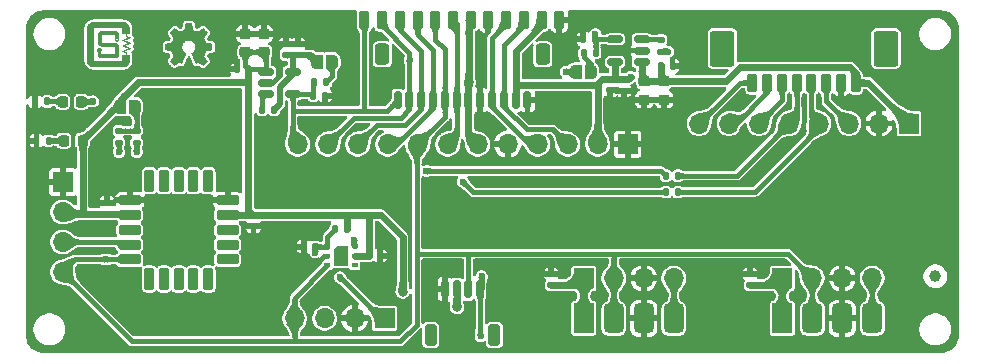
<source format=gbr>
%TF.GenerationSoftware,KiCad,Pcbnew,9.0.2*%
%TF.CreationDate,2025-06-06T22:39:28+05:30*%
%TF.ProjectId,AQEYE-SB-D1,41514559-452d-4534-922d-44312e6b6963,0.1*%
%TF.SameCoordinates,Original*%
%TF.FileFunction,Copper,L1,Top*%
%TF.FilePolarity,Positive*%
%FSLAX46Y46*%
G04 Gerber Fmt 4.6, Leading zero omitted, Abs format (unit mm)*
G04 Created by KiCad (PCBNEW 9.0.2) date 2025-06-06 22:39:28*
%MOMM*%
%LPD*%
G01*
G04 APERTURE LIST*
G04 Aperture macros list*
%AMRoundRect*
0 Rectangle with rounded corners*
0 $1 Rounding radius*
0 $2 $3 $4 $5 $6 $7 $8 $9 X,Y pos of 4 corners*
0 Add a 4 corners polygon primitive as box body*
4,1,4,$2,$3,$4,$5,$6,$7,$8,$9,$2,$3,0*
0 Add four circle primitives for the rounded corners*
1,1,$1+$1,$2,$3*
1,1,$1+$1,$4,$5*
1,1,$1+$1,$6,$7*
1,1,$1+$1,$8,$9*
0 Add four rect primitives between the rounded corners*
20,1,$1+$1,$2,$3,$4,$5,0*
20,1,$1+$1,$4,$5,$6,$7,0*
20,1,$1+$1,$6,$7,$8,$9,0*
20,1,$1+$1,$8,$9,$2,$3,0*%
%AMOutline5P*
0 Free polygon, 5 corners , with rotation*
0 The origin of the aperture is its center*
0 number of corners: always 5*
0 $1 to $10 corner X, Y*
0 $11 Rotation angle, in degrees counterclockwise*
0 create outline with 5 corners*
4,1,5,$1,$2,$3,$4,$5,$6,$7,$8,$9,$10,$1,$2,$11*%
%AMOutline6P*
0 Free polygon, 6 corners , with rotation*
0 The origin of the aperture is its center*
0 number of corners: always 6*
0 $1 to $12 corner X, Y*
0 $13 Rotation angle, in degrees counterclockwise*
0 create outline with 6 corners*
4,1,6,$1,$2,$3,$4,$5,$6,$7,$8,$9,$10,$11,$12,$1,$2,$13*%
%AMOutline7P*
0 Free polygon, 7 corners , with rotation*
0 The origin of the aperture is its center*
0 number of corners: always 7*
0 $1 to $14 corner X, Y*
0 $15 Rotation angle, in degrees counterclockwise*
0 create outline with 7 corners*
4,1,7,$1,$2,$3,$4,$5,$6,$7,$8,$9,$10,$11,$12,$13,$14,$1,$2,$15*%
%AMOutline8P*
0 Free polygon, 8 corners , with rotation*
0 The origin of the aperture is its center*
0 number of corners: always 8*
0 $1 to $16 corner X, Y*
0 $17 Rotation angle, in degrees counterclockwise*
0 create outline with 8 corners*
4,1,8,$1,$2,$3,$4,$5,$6,$7,$8,$9,$10,$11,$12,$13,$14,$15,$16,$1,$2,$17*%
%AMFreePoly0*
4,1,15,-0.500000,0.200000,-0.480423,0.323607,-0.423607,0.435114,-0.335114,0.523607,-0.223607,0.580423,-0.100000,0.600000,0.500000,0.600000,0.500000,-0.600000,-0.100000,-0.600000,-0.223607,-0.580423,-0.335114,-0.523607,-0.423607,-0.435114,-0.480423,-0.323607,-0.500000,-0.200000,-0.500000,0.200000,-0.500000,0.200000,$1*%
%AMFreePoly1*
4,1,15,-0.500000,0.600000,0.100000,0.600000,0.223607,0.580423,0.335114,0.523607,0.423607,0.435114,0.480423,0.323607,0.500000,0.200000,0.500000,-0.200000,0.480423,-0.323607,0.423607,-0.435114,0.335114,-0.523607,0.223607,-0.580423,0.100000,-0.600000,-0.500000,-0.600000,-0.500000,0.600000,-0.500000,0.600000,$1*%
G04 Aperture macros list end*
%TA.AperFunction,EtchedComponent*%
%ADD10C,0.000000*%
%TD*%
%TA.AperFunction,SMDPad,CuDef*%
%ADD11RoundRect,0.135000X0.135000X0.185000X-0.135000X0.185000X-0.135000X-0.185000X0.135000X-0.185000X0*%
%TD*%
%TA.AperFunction,SMDPad,CuDef*%
%ADD12RoundRect,0.225000X-0.250000X0.225000X-0.250000X-0.225000X0.250000X-0.225000X0.250000X0.225000X0*%
%TD*%
%TA.AperFunction,SMDPad,CuDef*%
%ADD13RoundRect,0.225000X0.225000X0.525000X-0.225000X0.525000X-0.225000X-0.525000X0.225000X-0.525000X0*%
%TD*%
%TA.AperFunction,SMDPad,CuDef*%
%ADD14RoundRect,0.218750X-0.218750X-0.256250X0.218750X-0.256250X0.218750X0.256250X-0.218750X0.256250X0*%
%TD*%
%TA.AperFunction,SMDPad,CuDef*%
%ADD15RoundRect,0.135000X0.185000X-0.135000X0.185000X0.135000X-0.185000X0.135000X-0.185000X-0.135000X0*%
%TD*%
%TA.AperFunction,SMDPad,CuDef*%
%ADD16RoundRect,0.140000X-0.140000X-0.170000X0.140000X-0.170000X0.140000X0.170000X-0.140000X0.170000X0*%
%TD*%
%TA.AperFunction,SMDPad,CuDef*%
%ADD17RoundRect,0.135000X-0.135000X-0.185000X0.135000X-0.185000X0.135000X0.185000X-0.135000X0.185000X0*%
%TD*%
%TA.AperFunction,SMDPad,CuDef*%
%ADD18RoundRect,0.225000X0.250000X-0.225000X0.250000X0.225000X-0.250000X0.225000X-0.250000X-0.225000X0*%
%TD*%
%TA.AperFunction,SMDPad,CuDef*%
%ADD19RoundRect,0.212500X-0.212500X0.737500X-0.212500X-0.737500X0.212500X-0.737500X0.212500X0.737500X0*%
%TD*%
%TA.AperFunction,SMDPad,CuDef*%
%ADD20RoundRect,0.212500X-0.737500X0.212500X-0.737500X-0.212500X0.737500X-0.212500X0.737500X0.212500X0*%
%TD*%
%TA.AperFunction,HeatsinkPad*%
%ADD21R,4.800000X4.800000*%
%TD*%
%TA.AperFunction,SMDPad,CuDef*%
%ADD22RoundRect,0.150000X0.150000X0.625000X-0.150000X0.625000X-0.150000X-0.625000X0.150000X-0.625000X0*%
%TD*%
%TA.AperFunction,SMDPad,CuDef*%
%ADD23RoundRect,0.250000X0.350000X0.650000X-0.350000X0.650000X-0.350000X-0.650000X0.350000X-0.650000X0*%
%TD*%
%TA.AperFunction,SMDPad,CuDef*%
%ADD24FreePoly0,180.000000*%
%TD*%
%TA.AperFunction,SMDPad,CuDef*%
%ADD25FreePoly1,180.000000*%
%TD*%
%TA.AperFunction,SMDPad,CuDef*%
%ADD26RoundRect,0.140000X-0.170000X0.140000X-0.170000X-0.140000X0.170000X-0.140000X0.170000X0.140000X0*%
%TD*%
%TA.AperFunction,SMDPad,CuDef*%
%ADD27RoundRect,0.150000X-0.512500X-0.150000X0.512500X-0.150000X0.512500X0.150000X-0.512500X0.150000X0*%
%TD*%
%TA.AperFunction,SMDPad,CuDef*%
%ADD28RoundRect,0.200000X0.200000X0.600000X-0.200000X0.600000X-0.200000X-0.600000X0.200000X-0.600000X0*%
%TD*%
%TA.AperFunction,SMDPad,CuDef*%
%ADD29RoundRect,0.250001X0.799999X1.249999X-0.799999X1.249999X-0.799999X-1.249999X0.799999X-1.249999X0*%
%TD*%
%TA.AperFunction,ComponentPad*%
%ADD30R,1.700000X1.700000*%
%TD*%
%TA.AperFunction,ComponentPad*%
%ADD31O,1.700000X1.700000*%
%TD*%
%TA.AperFunction,SMDPad,CuDef*%
%ADD32FreePoly0,0.000000*%
%TD*%
%TA.AperFunction,SMDPad,CuDef*%
%ADD33FreePoly1,0.000000*%
%TD*%
%TA.AperFunction,SMDPad,CuDef*%
%ADD34R,0.550000X0.400000*%
%TD*%
%TA.AperFunction,SMDPad,CuDef*%
%ADD35Outline5P,-0.625000X0.537500X-0.312500X0.850000X0.625000X0.850000X0.625000X-0.850000X-0.625000X-0.850000X0.000000*%
%TD*%
%TA.AperFunction,SMDPad,CuDef*%
%ADD36RoundRect,0.150000X0.512500X0.150000X-0.512500X0.150000X-0.512500X-0.150000X0.512500X-0.150000X0*%
%TD*%
%TA.AperFunction,SMDPad,CuDef*%
%ADD37R,1.700000X2.500000*%
%TD*%
%TA.AperFunction,SMDPad,CuDef*%
%ADD38RoundRect,0.400000X0.450000X-0.850000X0.450000X0.850000X-0.450000X0.850000X-0.450000X-0.850000X0*%
%TD*%
%TA.AperFunction,SMDPad,CuDef*%
%ADD39RoundRect,0.140000X0.170000X-0.140000X0.170000X0.140000X-0.170000X0.140000X-0.170000X-0.140000X0*%
%TD*%
%TA.AperFunction,SMDPad,CuDef*%
%ADD40RoundRect,0.140000X0.140000X0.170000X-0.140000X0.170000X-0.140000X-0.170000X0.140000X-0.170000X0*%
%TD*%
%TA.AperFunction,SMDPad,CuDef*%
%ADD41RoundRect,0.135000X-0.185000X0.135000X-0.185000X-0.135000X0.185000X-0.135000X0.185000X0.135000X0*%
%TD*%
%TA.AperFunction,SMDPad,CuDef*%
%ADD42RoundRect,0.150000X-0.150000X-0.625000X0.150000X-0.625000X0.150000X0.625000X-0.150000X0.625000X0*%
%TD*%
%TA.AperFunction,SMDPad,CuDef*%
%ADD43RoundRect,0.208333X-0.291667X-0.691667X0.291667X-0.691667X0.291667X0.691667X-0.291667X0.691667X0*%
%TD*%
%TA.AperFunction,SMDPad,CuDef*%
%ADD44C,1.000000*%
%TD*%
%TA.AperFunction,ViaPad*%
%ADD45C,0.800000*%
%TD*%
%TA.AperFunction,ViaPad*%
%ADD46C,0.600000*%
%TD*%
%TA.AperFunction,Conductor*%
%ADD47C,0.600000*%
%TD*%
%TA.AperFunction,Conductor*%
%ADD48C,0.400000*%
%TD*%
%TA.AperFunction,Conductor*%
%ADD49C,0.500000*%
%TD*%
G04 APERTURE END LIST*
D10*
%TA.AperFunction,EtchedComponent*%
G36*
X14335218Y28404316D02*
G01*
X14386886Y28403906D01*
X14435753Y28403156D01*
X14480026Y28402070D01*
X14517915Y28400649D01*
X14547630Y28398895D01*
X14567378Y28396810D01*
X14575286Y28394513D01*
X14578143Y28386067D01*
X14583079Y28365850D01*
X14589787Y28335351D01*
X14597959Y28296057D01*
X14607288Y28249456D01*
X14617464Y28197035D01*
X14628181Y28140282D01*
X14630690Y28126773D01*
X14644606Y28052586D01*
X14656535Y27991160D01*
X14666595Y27941948D01*
X14674907Y27904406D01*
X14681589Y27877987D01*
X14686760Y27862147D01*
X14689676Y27856923D01*
X14698358Y27851819D01*
X14717589Y27842583D01*
X14745393Y27830037D01*
X14779793Y27815005D01*
X14818811Y27798309D01*
X14860471Y27780771D01*
X14902795Y27763215D01*
X14943808Y27746462D01*
X14981531Y27731336D01*
X15013987Y27718658D01*
X15039200Y27709252D01*
X15055193Y27703941D01*
X15059465Y27703060D01*
X15066889Y27706757D01*
X15084153Y27717303D01*
X15110019Y27733885D01*
X15143248Y27755688D01*
X15182603Y27781897D01*
X15226845Y27811698D01*
X15274736Y27844275D01*
X15290525Y27855081D01*
X15354128Y27898420D01*
X15407175Y27934000D01*
X15449979Y27962018D01*
X15482855Y27982674D01*
X15506115Y27996166D01*
X15520072Y28002693D01*
X15524269Y28003307D01*
X15532112Y27997636D01*
X15547880Y27983663D01*
X15570318Y27962654D01*
X15598170Y27935872D01*
X15630182Y27904583D01*
X15665097Y27870050D01*
X15701661Y27833538D01*
X15738617Y27796312D01*
X15774712Y27759636D01*
X15808688Y27724775D01*
X15839292Y27692993D01*
X15865266Y27665555D01*
X15885358Y27643725D01*
X15898309Y27628768D01*
X15902867Y27621950D01*
X15899115Y27614380D01*
X15888511Y27597006D01*
X15871884Y27571088D01*
X15850064Y27537888D01*
X15823882Y27498666D01*
X15794169Y27454684D01*
X15761753Y27407202D01*
X15754683Y27396909D01*
X15721793Y27348780D01*
X15691443Y27303807D01*
X15664464Y27263264D01*
X15641687Y27228423D01*
X15623942Y27200557D01*
X15612059Y27180941D01*
X15606871Y27170847D01*
X15606709Y27170067D01*
X15609332Y27160639D01*
X15616650Y27140845D01*
X15627838Y27112604D01*
X15642071Y27077840D01*
X15658522Y27038472D01*
X15676367Y26996422D01*
X15694779Y26953611D01*
X15712934Y26911960D01*
X15730005Y26873391D01*
X15745167Y26839824D01*
X15757595Y26813181D01*
X15766463Y26795383D01*
X15770624Y26788605D01*
X15779261Y26785250D01*
X15799806Y26779843D01*
X15830902Y26772672D01*
X15871192Y26764032D01*
X15919317Y26754212D01*
X15973921Y26743504D01*
X16031069Y26732680D01*
X16087767Y26721966D01*
X16140465Y26711723D01*
X16187653Y26702265D01*
X16227818Y26693908D01*
X16259452Y26686966D01*
X16281043Y26681756D01*
X16291080Y26678592D01*
X16291451Y26678353D01*
X16293845Y26669795D01*
X16295910Y26649561D01*
X16297645Y26619442D01*
X16299047Y26581229D01*
X16300114Y26536712D01*
X16300845Y26487682D01*
X16301237Y26435932D01*
X16301289Y26383250D01*
X16300998Y26331430D01*
X16300362Y26282261D01*
X16299380Y26237534D01*
X16298049Y26199041D01*
X16296367Y26168572D01*
X16294333Y26147919D01*
X16292058Y26139004D01*
X16284977Y26135068D01*
X16268574Y26129895D01*
X16242163Y26123334D01*
X16205059Y26115232D01*
X16156577Y26105440D01*
X16096031Y26093806D01*
X16037788Y26082949D01*
X15981777Y26072492D01*
X15929824Y26062553D01*
X15883451Y26053440D01*
X15844178Y26045463D01*
X15813526Y26038932D01*
X15793013Y26034154D01*
X15784161Y26031439D01*
X15784051Y26031363D01*
X15779661Y26023735D01*
X15771171Y26005392D01*
X15759325Y25978189D01*
X15744872Y25943980D01*
X15728556Y25904619D01*
X15711126Y25861960D01*
X15693327Y25817858D01*
X15675906Y25774166D01*
X15659609Y25732739D01*
X15645183Y25695431D01*
X15633375Y25664096D01*
X15624930Y25640589D01*
X15620596Y25626763D01*
X15620180Y25624340D01*
X15623878Y25616457D01*
X15634402Y25598823D01*
X15650895Y25572754D01*
X15672501Y25539563D01*
X15698365Y25500566D01*
X15727631Y25457079D01*
X15758775Y25411390D01*
X15790665Y25364773D01*
X15820177Y25321406D01*
X15846430Y25282603D01*
X15868542Y25249676D01*
X15885631Y25223937D01*
X15896817Y25206697D01*
X15901198Y25199326D01*
X15897557Y25192201D01*
X15885395Y25177034D01*
X15865956Y25155070D01*
X15840479Y25127552D01*
X15810207Y25095721D01*
X15776382Y25060822D01*
X15740243Y25024096D01*
X15703034Y24986789D01*
X15665996Y24950141D01*
X15630370Y24915396D01*
X15597397Y24883798D01*
X15568320Y24856589D01*
X15544379Y24835012D01*
X15526817Y24820310D01*
X15516874Y24813726D01*
X15515823Y24813491D01*
X15506722Y24817200D01*
X15488280Y24827622D01*
X15462168Y24843708D01*
X15430055Y24864409D01*
X15393611Y24888676D01*
X15364227Y24908734D01*
X15321601Y24938072D01*
X15278462Y24967655D01*
X15237393Y24995720D01*
X15200974Y25020504D01*
X15171787Y25040245D01*
X15160933Y25047526D01*
X15095719Y25091086D01*
X14994473Y25038163D01*
X14957041Y25018771D01*
X14929640Y25005136D01*
X14910475Y24996566D01*
X14897749Y24992370D01*
X14889666Y24991854D01*
X14884431Y24994327D01*
X14883345Y24995343D01*
X14878965Y25003362D01*
X14870050Y25022614D01*
X14857118Y25051854D01*
X14840683Y25089834D01*
X14821263Y25135306D01*
X14799371Y25187025D01*
X14775525Y25243742D01*
X14750239Y25304211D01*
X14724030Y25367185D01*
X14697413Y25431416D01*
X14670904Y25495658D01*
X14645019Y25558663D01*
X14620273Y25619184D01*
X14597182Y25675975D01*
X14576263Y25727788D01*
X14558030Y25773376D01*
X14542999Y25811491D01*
X14531687Y25840888D01*
X14524608Y25860318D01*
X14522275Y25868434D01*
X14526440Y25878281D01*
X14539744Y25891345D01*
X14563401Y25908715D01*
X14577844Y25918289D01*
X14605097Y25937825D01*
X14637304Y25963766D01*
X14670288Y25992613D01*
X14697754Y26018738D01*
X14726008Y26047674D01*
X14747002Y26071310D01*
X14763471Y26093378D01*
X14778148Y26117607D01*
X14793769Y26147730D01*
X14796795Y26153869D01*
X14819213Y26201922D01*
X14835200Y26243102D01*
X14845777Y26281759D01*
X14851964Y26322243D01*
X14854783Y26368903D01*
X14855287Y26403087D01*
X14855008Y26444615D01*
X14853555Y26476637D01*
X14850518Y26503098D01*
X14845483Y26527940D01*
X14840142Y26547902D01*
X14809786Y26630280D01*
X14768470Y26705543D01*
X14717064Y26772839D01*
X14656438Y26831312D01*
X14587461Y26880109D01*
X14511005Y26918375D01*
X14438080Y26942698D01*
X14384337Y26952661D01*
X14323680Y26957151D01*
X14261371Y26956173D01*
X14202667Y26949728D01*
X14168655Y26942536D01*
X14089090Y26914962D01*
X14015881Y26876679D01*
X13949834Y26828857D01*
X13891756Y26772665D01*
X13842453Y26709275D01*
X13802731Y26639854D01*
X13773397Y26565574D01*
X13755256Y26487605D01*
X13749115Y26407115D01*
X13753572Y26340262D01*
X13770340Y26256095D01*
X13797699Y26178967D01*
X13836175Y26108048D01*
X13886291Y26042507D01*
X13948572Y25981513D01*
X14010368Y25933400D01*
X14037433Y25913861D01*
X14060485Y25896518D01*
X14077262Y25883124D01*
X14085501Y25875431D01*
X14085811Y25874970D01*
X14086720Y25873267D01*
X14087245Y25871135D01*
X14087065Y25867760D01*
X14085856Y25862333D01*
X14083298Y25854040D01*
X14079068Y25842070D01*
X14072846Y25825611D01*
X14064308Y25803852D01*
X14053134Y25775979D01*
X14039002Y25741182D01*
X14021590Y25698649D01*
X14000576Y25647567D01*
X13975638Y25587126D01*
X13946455Y25516512D01*
X13912705Y25434914D01*
X13882020Y25360747D01*
X13845382Y25272565D01*
X13813550Y25196756D01*
X13786444Y25133138D01*
X13763983Y25081528D01*
X13746088Y25041747D01*
X13732679Y25013611D01*
X13723675Y24996940D01*
X13719285Y24991592D01*
X13708774Y24993314D01*
X13688363Y25001244D01*
X13659698Y25014655D01*
X13624429Y25032821D01*
X13618251Y25036138D01*
X13585883Y25053118D01*
X13556749Y25067496D01*
X13533319Y25078121D01*
X13518062Y25083842D01*
X13514509Y25084509D01*
X13505797Y25080816D01*
X13487401Y25070279D01*
X13460680Y25053767D01*
X13426993Y25032152D01*
X13387698Y25006305D01*
X13344154Y24977094D01*
X13303018Y24949036D01*
X13256843Y24917567D01*
X13213712Y24888684D01*
X13174985Y24863256D01*
X13142020Y24842156D01*
X13116175Y24826255D01*
X13098809Y24816422D01*
X13091592Y24813482D01*
X13082837Y24818028D01*
X13065660Y24831754D01*
X13039919Y24854791D01*
X13005475Y24887269D01*
X12962185Y24929321D01*
X12909909Y24981077D01*
X12893894Y24997072D01*
X12839549Y25051816D01*
X12794592Y25097903D01*
X12759119Y25135234D01*
X12733220Y25163709D01*
X12716989Y25183227D01*
X12710518Y25193691D01*
X12710395Y25194510D01*
X12714101Y25203097D01*
X12724647Y25221396D01*
X12741171Y25248068D01*
X12762812Y25281770D01*
X12788711Y25321162D01*
X12818007Y25364903D01*
X12848475Y25409665D01*
X12880218Y25456314D01*
X12909390Y25499898D01*
X12935130Y25539075D01*
X12956578Y25572506D01*
X12972873Y25598850D01*
X12983155Y25616765D01*
X12986568Y25624784D01*
X12984083Y25635136D01*
X12977131Y25655959D01*
X12966482Y25685332D01*
X12952904Y25721336D01*
X12937165Y25762049D01*
X12920034Y25805552D01*
X12902278Y25849924D01*
X12884668Y25893244D01*
X12867971Y25933593D01*
X12852956Y25969049D01*
X12840391Y25997693D01*
X12831045Y26017605D01*
X12825687Y26026863D01*
X12825645Y26026906D01*
X12817174Y26031241D01*
X12798610Y26036899D01*
X12769346Y26044016D01*
X12728774Y26052728D01*
X12676285Y26063170D01*
X12611272Y26075477D01*
X12589154Y26079568D01*
X12521847Y26091968D01*
X12466575Y26102222D01*
X12422127Y26110631D01*
X12387292Y26117497D01*
X12360857Y26123119D01*
X12341612Y26127800D01*
X12328344Y26131842D01*
X12319843Y26135544D01*
X12314896Y26139210D01*
X12312292Y26143139D01*
X12310820Y26147633D01*
X12310490Y26148869D01*
X12309566Y26158884D01*
X12308710Y26180768D01*
X12307950Y26212916D01*
X12307308Y26253726D01*
X12306811Y26301595D01*
X12306484Y26354919D01*
X12306351Y26412095D01*
X12306350Y26413587D01*
X12306438Y26482724D01*
X12306781Y26539413D01*
X12307410Y26584676D01*
X12308359Y26619535D01*
X12309660Y26645009D01*
X12311345Y26662122D01*
X12313448Y26671895D01*
X12314678Y26674363D01*
X12320750Y26678145D01*
X12334464Y26682863D01*
X12356706Y26688715D01*
X12388368Y26695901D01*
X12430338Y26704616D01*
X12483506Y26715060D01*
X12548761Y26727431D01*
X12574897Y26732304D01*
X12643534Y26745181D01*
X12699926Y26756062D01*
X12745113Y26765180D01*
X12780136Y26772768D01*
X12806035Y26779060D01*
X12823850Y26784289D01*
X12834622Y26788688D01*
X12838597Y26791470D01*
X12844602Y26801152D01*
X12854752Y26821282D01*
X12868206Y26849894D01*
X12884122Y26885022D01*
X12901660Y26924699D01*
X12919980Y26966958D01*
X12938240Y27009834D01*
X12955600Y27051360D01*
X12971218Y27089569D01*
X12984255Y27122495D01*
X12993869Y27148172D01*
X12999219Y27164633D01*
X13000040Y27169053D01*
X12996299Y27177995D01*
X12985609Y27196728D01*
X12968763Y27224017D01*
X12946553Y27258627D01*
X12919771Y27299322D01*
X12889207Y27344868D01*
X12857514Y27391328D01*
X12825097Y27438782D01*
X12795095Y27483261D01*
X12768380Y27523431D01*
X12745824Y27557956D01*
X12728299Y27585502D01*
X12716676Y27604733D01*
X12711828Y27614313D01*
X12711776Y27614530D01*
X12712143Y27619799D01*
X12715602Y27627273D01*
X12722967Y27637852D01*
X12735050Y27652434D01*
X12752666Y27671919D01*
X12776628Y27697204D01*
X12807748Y27729189D01*
X12846841Y27768773D01*
X12894721Y27816855D01*
X12896386Y27818523D01*
X12946986Y27868871D01*
X12990976Y27911962D01*
X13027879Y27947349D01*
X13057216Y27974583D01*
X13078507Y27993217D01*
X13091273Y28002802D01*
X13094606Y28004033D01*
X13102344Y27999733D01*
X13119865Y27988621D01*
X13145882Y27971557D01*
X13179103Y27949402D01*
X13218240Y27923016D01*
X13262003Y27893259D01*
X13309104Y27860993D01*
X13313513Y27857960D01*
X13361174Y27825308D01*
X13405899Y27794929D01*
X13446349Y27767714D01*
X13481182Y27744554D01*
X13509060Y27726340D01*
X13528641Y27713962D01*
X13538584Y27708312D01*
X13538875Y27708194D01*
X13545740Y27707031D01*
X13555943Y27708102D01*
X13570888Y27711886D01*
X13591978Y27718864D01*
X13620616Y27729515D01*
X13658206Y27744322D01*
X13706150Y27763762D01*
X13730840Y27773888D01*
X13776618Y27792707D01*
X13818524Y27809929D01*
X13854884Y27824868D01*
X13884022Y27836836D01*
X13904264Y27845144D01*
X13913936Y27849104D01*
X13914324Y27849262D01*
X13917701Y27851396D01*
X13920961Y27855732D01*
X13924370Y27863438D01*
X13928189Y27875682D01*
X13932683Y27893630D01*
X13938113Y27918451D01*
X13944744Y27951312D01*
X13952838Y27993380D01*
X13962657Y28045825D01*
X13974467Y28109812D01*
X13980786Y28144243D01*
X13993852Y28214551D01*
X14004974Y28272241D01*
X14014303Y28318002D01*
X14021992Y28352524D01*
X14028190Y28376494D01*
X14033051Y28390603D01*
X14035931Y28395144D01*
X14045536Y28397521D01*
X14066668Y28399543D01*
X14097535Y28401210D01*
X14136347Y28402526D01*
X14181312Y28403493D01*
X14230640Y28404112D01*
X14282539Y28404386D01*
X14335218Y28404316D01*
G37*
%TD.AperFunction*%
%TA.AperFunction,EtchedComponent*%
G36*
X7865428Y27769536D02*
G01*
X7900189Y27769517D01*
X7932526Y27769486D01*
X7962269Y27769447D01*
X7989248Y27769394D01*
X8013290Y27769331D01*
X8034228Y27769259D01*
X8051889Y27769175D01*
X8066106Y27769083D01*
X8076703Y27768978D01*
X8083512Y27768865D01*
X8085785Y27768787D01*
X8110356Y27766722D01*
X8132923Y27763110D01*
X8154633Y27757650D01*
X8176630Y27750038D01*
X8200064Y27739971D01*
X8207076Y27736650D01*
X8240587Y27718482D01*
X8270925Y27697767D01*
X8298103Y27674497D01*
X8322135Y27648657D01*
X8343027Y27620239D01*
X8360791Y27589228D01*
X8375439Y27555614D01*
X8380164Y27542231D01*
X8382773Y27534430D01*
X8385059Y27527542D01*
X8387048Y27521261D01*
X8388764Y27515274D01*
X8390227Y27509273D01*
X8391460Y27502945D01*
X8392486Y27495986D01*
X8393328Y27488080D01*
X8394009Y27478920D01*
X8394551Y27468197D01*
X8394978Y27455600D01*
X8395313Y27440821D01*
X8395577Y27423545D01*
X8395792Y27403468D01*
X8395982Y27380277D01*
X8396173Y27353662D01*
X8396381Y27323314D01*
X8396398Y27320954D01*
X8397577Y27154264D01*
X8402270Y27142067D01*
X8409272Y27123178D01*
X8414591Y27107036D01*
X8418426Y27092776D01*
X8420965Y27079536D01*
X8422403Y27066454D01*
X8422932Y27052668D01*
X8422946Y27049575D01*
X8420992Y27022032D01*
X8415196Y26995790D01*
X8405610Y26970972D01*
X8392279Y26947699D01*
X8375252Y26926090D01*
X8371495Y26922069D01*
X8352809Y26904703D01*
X8333103Y26890718D01*
X8311584Y26879649D01*
X8287454Y26871033D01*
X8280715Y26869152D01*
X8266607Y26866305D01*
X8250280Y26864449D01*
X8232976Y26863608D01*
X8215941Y26863810D01*
X8200422Y26865081D01*
X8188548Y26867217D01*
X8162495Y26875773D01*
X8138245Y26887743D01*
X8116093Y26902825D01*
X8096335Y26920715D01*
X8079268Y26941109D01*
X8065187Y26963703D01*
X8054391Y26988197D01*
X8047753Y27011474D01*
X8045148Y27027194D01*
X8043639Y27044216D01*
X8043465Y27052668D01*
X8155674Y27052668D01*
X8155744Y27042021D01*
X8156066Y27034390D01*
X8156802Y27028723D01*
X8158123Y27023970D01*
X8160190Y27019078D01*
X8161357Y27016660D01*
X8170799Y27001571D01*
X8182900Y26988833D01*
X8197042Y26978927D01*
X8212605Y26972331D01*
X8220915Y26970392D01*
X8226817Y26969529D01*
X8231911Y26969266D01*
X8237614Y26969651D01*
X8245347Y26970732D01*
X8249183Y26971347D01*
X8261401Y26975088D01*
X8273896Y26981973D01*
X8285780Y26991251D01*
X8296164Y27002165D01*
X8304163Y27013965D01*
X8307215Y27020537D01*
X8311902Y27037831D01*
X8312992Y27055109D01*
X8310753Y27071899D01*
X8305450Y27087734D01*
X8297351Y27102142D01*
X8286724Y27114649D01*
X8273832Y27124788D01*
X8258944Y27132089D01*
X8242327Y27136079D01*
X8241736Y27136150D01*
X8225621Y27136073D01*
X8209717Y27132321D01*
X8194668Y27125267D01*
X8181117Y27115278D01*
X8169710Y27102727D01*
X8162329Y27090624D01*
X8159498Y27084669D01*
X8157609Y27079758D01*
X8156474Y27074802D01*
X8155900Y27068718D01*
X8155697Y27060421D01*
X8155674Y27052668D01*
X8043465Y27052668D01*
X8043295Y27060990D01*
X8044184Y27075961D01*
X8044727Y27080037D01*
X8046399Y27088187D01*
X8049123Y27098699D01*
X8052499Y27110130D01*
X8055651Y27119677D01*
X8064198Y27144100D01*
X8064198Y27288768D01*
X8064175Y27312667D01*
X8064108Y27335385D01*
X8064000Y27356585D01*
X8063857Y27375946D01*
X8063680Y27393139D01*
X8063477Y27407834D01*
X8063245Y27419706D01*
X8062995Y27428425D01*
X8062726Y27433665D01*
X8062504Y27435129D01*
X8060355Y27435274D01*
X8054303Y27435421D01*
X8044516Y27435565D01*
X8031154Y27435710D01*
X8014388Y27435853D01*
X7994378Y27435995D01*
X7971289Y27436132D01*
X7945286Y27436267D01*
X7916535Y27436398D01*
X7885199Y27436522D01*
X7851442Y27436643D01*
X7815430Y27436757D01*
X7777326Y27436864D01*
X7737295Y27436964D01*
X7695504Y27437055D01*
X7652114Y27437138D01*
X7607290Y27437212D01*
X7561200Y27437276D01*
X7514008Y27437329D01*
X7500171Y27437342D01*
X6939527Y27437862D01*
X6938299Y27433277D01*
X6938189Y27430888D01*
X6938084Y27424713D01*
X6937980Y27415017D01*
X6937881Y27402058D01*
X6937784Y27386100D01*
X6937691Y27367403D01*
X6937602Y27346229D01*
X6937519Y27322840D01*
X6937438Y27297496D01*
X6937365Y27270459D01*
X6937296Y27241993D01*
X6937232Y27212355D01*
X6937175Y27181810D01*
X6937124Y27150616D01*
X6937080Y27119038D01*
X6937042Y27087336D01*
X6937012Y27055770D01*
X6936988Y27024603D01*
X6936975Y26994096D01*
X6936968Y26964512D01*
X6936970Y26936110D01*
X6936980Y26909152D01*
X6937001Y26883902D01*
X6937028Y26860617D01*
X6937068Y26839563D01*
X6937116Y26820998D01*
X6937175Y26805185D01*
X6937244Y26792385D01*
X6937325Y26782859D01*
X6937417Y26776869D01*
X6937520Y26774676D01*
X6937522Y26774673D01*
X6939572Y26774629D01*
X6945524Y26774578D01*
X6955222Y26774522D01*
X6968502Y26774458D01*
X6985205Y26774389D01*
X7005169Y26774314D01*
X7028233Y26774235D01*
X7054237Y26774151D01*
X7083021Y26774063D01*
X7114423Y26773972D01*
X7148281Y26773877D01*
X7184436Y26773781D01*
X7222728Y26773682D01*
X7262993Y26773582D01*
X7305073Y26773479D01*
X7348805Y26773378D01*
X7394030Y26773276D01*
X7440586Y26773172D01*
X7488313Y26773071D01*
X7521444Y26773002D01*
X7579627Y26772881D01*
X7633887Y26772764D01*
X7684362Y26772651D01*
X7731189Y26772540D01*
X7774509Y26772430D01*
X7814463Y26772320D01*
X7851189Y26772209D01*
X7884827Y26772095D01*
X7915518Y26771981D01*
X7943398Y26771862D01*
X7968610Y26771737D01*
X7991295Y26771607D01*
X8011589Y26771468D01*
X8029634Y26771322D01*
X8045569Y26771168D01*
X8059532Y26771003D01*
X8071664Y26770827D01*
X8082107Y26770639D01*
X8090999Y26770438D01*
X8098478Y26770222D01*
X8104685Y26769991D01*
X8109760Y26769745D01*
X8113842Y26769480D01*
X8117072Y26769196D01*
X8119588Y26768893D01*
X8121480Y26768581D01*
X8158320Y26759476D01*
X8193210Y26746916D01*
X8225982Y26731064D01*
X8256465Y26712083D01*
X8284493Y26690138D01*
X8309894Y26665390D01*
X8332500Y26638005D01*
X8352140Y26608151D01*
X8368646Y26575982D01*
X8381849Y26541666D01*
X8390958Y26508221D01*
X8395545Y26487509D01*
X8395545Y25731307D01*
X8390778Y25710016D01*
X8380669Y25673610D01*
X8367177Y25639248D01*
X8350458Y25607096D01*
X8330675Y25577321D01*
X8307988Y25550093D01*
X8282556Y25525577D01*
X8254540Y25503943D01*
X8224099Y25485356D01*
X8191391Y25469982D01*
X8156581Y25457995D01*
X8148047Y25455670D01*
X8144133Y25454631D01*
X8140593Y25453661D01*
X8137283Y25452760D01*
X8134058Y25451920D01*
X8130775Y25451145D01*
X8127289Y25450429D01*
X8123456Y25449769D01*
X8119132Y25449164D01*
X8114177Y25448610D01*
X8108441Y25448108D01*
X8101783Y25447652D01*
X8094059Y25447241D01*
X8085125Y25446871D01*
X8074835Y25446544D01*
X8063050Y25446251D01*
X8049620Y25445995D01*
X8034405Y25445769D01*
X8017260Y25445574D01*
X7998041Y25445407D01*
X7976603Y25445264D01*
X7952805Y25445144D01*
X7926499Y25445044D01*
X7897543Y25444962D01*
X7865793Y25444895D01*
X7831105Y25444839D01*
X7793336Y25444793D01*
X7752342Y25444756D01*
X7707976Y25444725D01*
X7660099Y25444694D01*
X7608561Y25444665D01*
X7553226Y25444633D01*
X7504165Y25444604D01*
X7455026Y25444578D01*
X7406783Y25444562D01*
X7359611Y25444559D01*
X7313672Y25444566D01*
X7269140Y25444582D01*
X7226182Y25444609D01*
X7184967Y25444645D01*
X7145665Y25444690D01*
X7108444Y25444744D01*
X7073475Y25444808D01*
X7040925Y25444877D01*
X7010963Y25444957D01*
X6983760Y25445043D01*
X6959481Y25445138D01*
X6938299Y25445238D01*
X6920383Y25445345D01*
X6905899Y25445458D01*
X6895017Y25445578D01*
X6887909Y25445703D01*
X6885177Y25445798D01*
X6848361Y25449874D01*
X6813213Y25457647D01*
X6779630Y25469144D01*
X6747509Y25484404D01*
X6721231Y25500391D01*
X6690792Y25523110D01*
X6663808Y25547969D01*
X6640266Y25574993D01*
X6620148Y25604202D01*
X6603443Y25635617D01*
X6590140Y25669259D01*
X6580221Y25705149D01*
X6575975Y25727242D01*
X6575350Y25731610D01*
X6574793Y25736769D01*
X6574296Y25743003D01*
X6573854Y25750599D01*
X6573459Y25759838D01*
X6573104Y25771004D01*
X6572778Y25784383D01*
X6572481Y25800257D01*
X6572199Y25818910D01*
X6571928Y25840626D01*
X6571660Y25865690D01*
X6571387Y25894384D01*
X6571237Y25911210D01*
X6569814Y26074850D01*
X6562324Y26095376D01*
X6554289Y26122835D01*
X6550145Y26150197D01*
X6550029Y26159997D01*
X6659179Y26159997D01*
X6661699Y26143406D01*
X6667512Y26127642D01*
X6676243Y26113263D01*
X6687525Y26100827D01*
X6700980Y26090888D01*
X6716243Y26084006D01*
X6723663Y26082039D01*
X6735562Y26080871D01*
X6749124Y26081614D01*
X6762520Y26084101D01*
X6769570Y26086305D01*
X6780953Y26092367D01*
X6792121Y26101602D01*
X6802222Y26113170D01*
X6810413Y26126227D01*
X6811139Y26127673D01*
X6814290Y26134360D01*
X6816313Y26139768D01*
X6817454Y26145168D01*
X6817964Y26151835D01*
X6818094Y26161044D01*
X6818095Y26163247D01*
X6817981Y26173407D01*
X6817497Y26180737D01*
X6816442Y26186468D01*
X6814608Y26191830D01*
X6812594Y26196365D01*
X6802785Y26213581D01*
X6791186Y26227154D01*
X6777761Y26237106D01*
X6762471Y26243458D01*
X6745284Y26246233D01*
X6733908Y26246184D01*
X6716838Y26243233D01*
X6701286Y26236720D01*
X6687606Y26226979D01*
X6676152Y26214344D01*
X6667279Y26199147D01*
X6661341Y26181724D01*
X6660321Y26176861D01*
X6659179Y26159997D01*
X6550029Y26159997D01*
X6549830Y26177176D01*
X6553281Y26203481D01*
X6560435Y26228822D01*
X6571229Y26252913D01*
X6585600Y26275465D01*
X6603484Y26296188D01*
X6606966Y26299601D01*
X6619020Y26310497D01*
X6630361Y26319174D01*
X6642548Y26326710D01*
X6656977Y26334098D01*
X6681724Y26343839D01*
X6707598Y26350125D01*
X6734008Y26352949D01*
X6760358Y26352293D01*
X6786053Y26348153D01*
X6810501Y26340515D01*
X6818487Y26337088D01*
X6842652Y26323733D01*
X6864460Y26307160D01*
X6883640Y26287643D01*
X6899921Y26265454D01*
X6911868Y26243423D01*
X6919087Y26225513D01*
X6924059Y26207439D01*
X6927087Y26187873D01*
X6928268Y26171408D01*
X6928397Y26151364D01*
X6926761Y26133124D01*
X6923109Y26115282D01*
X6917196Y26096421D01*
X6913476Y26086575D01*
X6904461Y26063741D01*
X6904984Y25920902D01*
X6905505Y25778062D01*
X6987834Y25776816D01*
X7002147Y25776636D01*
X7020251Y25776471D01*
X7041872Y25776319D01*
X7066739Y25776182D01*
X7094577Y25776058D01*
X7125108Y25775948D01*
X7158064Y25775852D01*
X7193167Y25775769D01*
X7230145Y25775700D01*
X7268724Y25775646D01*
X7308630Y25775605D01*
X7349590Y25775579D01*
X7391328Y25775567D01*
X7433572Y25775568D01*
X7476049Y25775583D01*
X7518480Y25775614D01*
X7560595Y25775656D01*
X7602121Y25775715D01*
X7642785Y25775787D01*
X7682309Y25775873D01*
X7720424Y25775974D01*
X7756852Y25776087D01*
X7791321Y25776216D01*
X7823556Y25776358D01*
X7853284Y25776515D01*
X7880234Y25776687D01*
X7892083Y25776772D01*
X7922065Y25777007D01*
X7948242Y25777220D01*
X7970881Y25777420D01*
X7990243Y25777616D01*
X8006591Y25777817D01*
X8020189Y25778032D01*
X8031299Y25778264D01*
X8040186Y25778526D01*
X8047110Y25778822D01*
X8052336Y25779163D01*
X8056125Y25779559D01*
X8058742Y25780014D01*
X8060449Y25780537D01*
X8061511Y25781136D01*
X8062189Y25781821D01*
X8062330Y25782008D01*
X8062741Y25784578D01*
X8063124Y25790947D01*
X8063480Y25800852D01*
X8063807Y25814025D01*
X8064107Y25830206D01*
X8064379Y25849124D01*
X8064623Y25870518D01*
X8064840Y25894119D01*
X8065029Y25919666D01*
X8065190Y25946891D01*
X8065324Y25975529D01*
X8065429Y26005317D01*
X8065507Y26035987D01*
X8065559Y26067276D01*
X8065582Y26098916D01*
X8065577Y26130646D01*
X8065544Y26162197D01*
X8065483Y26193306D01*
X8065396Y26223706D01*
X8065281Y26253134D01*
X8065138Y26281324D01*
X8064967Y26308010D01*
X8064768Y26332927D01*
X8064543Y26355810D01*
X8064288Y26376394D01*
X8064007Y26394416D01*
X8063698Y26409606D01*
X8063361Y26421702D01*
X8062997Y26430439D01*
X8062603Y26435549D01*
X8062329Y26436810D01*
X8061991Y26437198D01*
X8061468Y26437561D01*
X8060624Y26437900D01*
X8059321Y26438213D01*
X8057418Y26438506D01*
X8054775Y26438777D01*
X8051258Y26439026D01*
X8046723Y26439259D01*
X8041032Y26439473D01*
X8034049Y26439671D01*
X8025633Y26439852D01*
X8015646Y26440018D01*
X8003949Y26440174D01*
X7990400Y26440317D01*
X7974866Y26440449D01*
X7957205Y26440572D01*
X7937277Y26440686D01*
X7914944Y26440792D01*
X7890067Y26440894D01*
X7862509Y26440991D01*
X7832127Y26441083D01*
X7798786Y26441175D01*
X7762347Y26441264D01*
X7722669Y26441354D01*
X7679614Y26441444D01*
X7633044Y26441538D01*
X7582818Y26441634D01*
X7528803Y26441736D01*
X7473330Y26441839D01*
X7415398Y26441947D01*
X7361392Y26442050D01*
X7311168Y26442150D01*
X7264585Y26442245D01*
X7221503Y26442342D01*
X7181780Y26442436D01*
X7145273Y26442532D01*
X7111843Y26442630D01*
X7081348Y26442729D01*
X7053645Y26442834D01*
X7028595Y26442943D01*
X7006055Y26443059D01*
X6985885Y26443183D01*
X6967941Y26443314D01*
X6952086Y26443455D01*
X6938174Y26443607D01*
X6926065Y26443769D01*
X6915621Y26443948D01*
X6906698Y26444138D01*
X6899152Y26444344D01*
X6892847Y26444565D01*
X6887636Y26444803D01*
X6883382Y26445061D01*
X6879942Y26445338D01*
X6877175Y26445637D01*
X6874939Y26445955D01*
X6873094Y26446297D01*
X6871964Y26446550D01*
X6839983Y26455854D01*
X6807974Y26468387D01*
X6776881Y26483680D01*
X6747658Y26501259D01*
X6721251Y26520653D01*
X6719016Y26522496D01*
X6694566Y26545444D01*
X6672575Y26571347D01*
X6653264Y26599766D01*
X6636860Y26630256D01*
X6623583Y26662384D01*
X6613659Y26695706D01*
X6607309Y26729782D01*
X6605599Y26746237D01*
X6605342Y26751681D01*
X6605105Y26760919D01*
X6604886Y26773684D01*
X6604686Y26789703D01*
X6604505Y26808709D01*
X6604342Y26830430D01*
X6604198Y26854595D01*
X6604070Y26880936D01*
X6603962Y26909183D01*
X6603873Y26939064D01*
X6603802Y26970312D01*
X6603749Y27002655D01*
X6603712Y27035822D01*
X6603694Y27069545D01*
X6603694Y27103552D01*
X6603712Y27137575D01*
X6603746Y27171344D01*
X6603800Y27204586D01*
X6603870Y27237035D01*
X6603957Y27268417D01*
X6604062Y27298466D01*
X6604183Y27326908D01*
X6604323Y27353476D01*
X6604479Y27377901D01*
X6604653Y27399907D01*
X6604843Y27419230D01*
X6605050Y27435599D01*
X6605276Y27448741D01*
X6605516Y27458390D01*
X6605773Y27464270D01*
X6605803Y27464684D01*
X6610574Y27500798D01*
X6619098Y27535579D01*
X6631225Y27568827D01*
X6646802Y27600336D01*
X6665678Y27629907D01*
X6687701Y27657339D01*
X6712720Y27682428D01*
X6740583Y27704972D01*
X6771141Y27724774D01*
X6804238Y27741627D01*
X6818132Y27747487D01*
X6827934Y27751115D01*
X6839949Y27755157D01*
X6852442Y27759045D01*
X6860821Y27761449D01*
X6885177Y27768111D01*
X7471640Y27769194D01*
X7520544Y27769278D01*
X7568555Y27769352D01*
X7615510Y27769413D01*
X7661233Y27769462D01*
X7705555Y27769500D01*
X7748308Y27769526D01*
X7789317Y27769539D01*
X7828414Y27769544D01*
X7865428Y27769536D01*
G37*
%TD.AperFunction*%
%TA.AperFunction,EtchedComponent*%
G36*
X7558533Y28533596D02*
G01*
X7620631Y28533588D01*
X7682439Y28533578D01*
X7743817Y28533563D01*
X7804633Y28533542D01*
X7864748Y28533517D01*
X7924025Y28533487D01*
X7982331Y28533453D01*
X8039529Y28533412D01*
X8095481Y28533368D01*
X8150052Y28533319D01*
X8203107Y28533263D01*
X8254507Y28533203D01*
X8304119Y28533139D01*
X8351804Y28533070D01*
X8397429Y28532996D01*
X8440856Y28532918D01*
X8481949Y28532834D01*
X8520571Y28532743D01*
X8556586Y28532650D01*
X8589859Y28532551D01*
X8620254Y28532447D01*
X8647633Y28532340D01*
X8671861Y28532225D01*
X8692803Y28532108D01*
X8710322Y28531983D01*
X8724280Y28531855D01*
X8734545Y28531721D01*
X8740975Y28531583D01*
X8743153Y28531481D01*
X8796783Y28524695D01*
X8848653Y28514251D01*
X8898825Y28500122D01*
X8947364Y28482283D01*
X8994335Y28460709D01*
X9039801Y28435371D01*
X9083827Y28406248D01*
X9116854Y28381168D01*
X9152562Y28350031D01*
X9184786Y28316798D01*
X9213533Y28281458D01*
X9238816Y28243996D01*
X9260639Y28204399D01*
X9279011Y28162656D01*
X9293942Y28118754D01*
X9299877Y28096951D01*
X9301752Y28089458D01*
X9303446Y28082485D01*
X9304969Y28075797D01*
X9306328Y28069166D01*
X9307530Y28062357D01*
X9308589Y28055141D01*
X9309510Y28047285D01*
X9310302Y28038555D01*
X9310977Y28028721D01*
X9311538Y28017555D01*
X9311996Y28004818D01*
X9312363Y27990283D01*
X9312644Y27973717D01*
X9312848Y27954886D01*
X9312985Y27933561D01*
X9313062Y27909509D01*
X9313090Y27882498D01*
X9313077Y27852298D01*
X9313029Y27818674D01*
X9312959Y27781395D01*
X9312892Y27749874D01*
X9312337Y27487643D01*
X9184484Y27487120D01*
X9158438Y27487009D01*
X9136157Y27486893D01*
X9117343Y27486767D01*
X9101694Y27486620D01*
X9088909Y27486444D01*
X9078691Y27486228D01*
X9070737Y27485964D01*
X9064748Y27485641D01*
X9060425Y27485250D01*
X9057469Y27484784D01*
X9055574Y27484231D01*
X9054447Y27483583D01*
X9053941Y27483054D01*
X9053152Y27481139D01*
X9052521Y27477442D01*
X9052030Y27471596D01*
X9051667Y27463236D01*
X9051417Y27451991D01*
X9051265Y27437494D01*
X9051193Y27419376D01*
X9051188Y27415118D01*
X9051123Y27350725D01*
X9056322Y27346635D01*
X9061443Y27343418D01*
X9068246Y27340108D01*
X9071060Y27338972D01*
X9081180Y27335151D01*
X9094015Y27330257D01*
X9109250Y27324413D01*
X9126576Y27317741D01*
X9145683Y27310360D01*
X9166260Y27302392D01*
X9187996Y27293959D01*
X9210581Y27285183D01*
X9233705Y27276183D01*
X9257057Y27267081D01*
X9280326Y27257998D01*
X9303203Y27249058D01*
X9325377Y27240380D01*
X9346538Y27232084D01*
X9366373Y27224292D01*
X9384573Y27217128D01*
X9400829Y27210709D01*
X9414830Y27205161D01*
X9426263Y27200600D01*
X9434820Y27197152D01*
X9440190Y27194934D01*
X9442057Y27194082D01*
X9443067Y27191104D01*
X9442335Y27189980D01*
X9440277Y27188936D01*
X9434722Y27186337D01*
X9425888Y27182278D01*
X9413992Y27176861D01*
X9399252Y27170181D01*
X9381885Y27162335D01*
X9362109Y27153424D01*
X9340139Y27143542D01*
X9316194Y27132791D01*
X9290491Y27121267D01*
X9263249Y27109068D01*
X9234685Y27096291D01*
X9205013Y27083036D01*
X9192402Y27077406D01*
X9162263Y27063955D01*
X9133089Y27050931D01*
X9105103Y27038438D01*
X9078526Y27026572D01*
X9053578Y27015430D01*
X9030482Y27005116D01*
X9009462Y26995725D01*
X8990737Y26987358D01*
X8974527Y26980114D01*
X8961058Y26974091D01*
X8950547Y26969387D01*
X8943220Y26966105D01*
X8939294Y26964339D01*
X8938732Y26964083D01*
X8934557Y26960807D01*
X8934056Y26957088D01*
X8937286Y26953759D01*
X8939514Y26952714D01*
X8945216Y26950124D01*
X8954148Y26946093D01*
X8966071Y26940731D01*
X8980741Y26934145D01*
X8997920Y26926444D01*
X9017365Y26917734D01*
X9038837Y26908127D01*
X9062093Y26897728D01*
X9086892Y26886644D01*
X9112995Y26874984D01*
X9140160Y26862858D01*
X9145648Y26860409D01*
X9183846Y26843361D01*
X9218507Y26827893D01*
X9249799Y26813926D01*
X9277898Y26801381D01*
X9302974Y26790182D01*
X9325204Y26780250D01*
X9344756Y26771505D01*
X9361808Y26763872D01*
X9376528Y26757273D01*
X9389092Y26751629D01*
X9399673Y26746861D01*
X9408442Y26742895D01*
X9415572Y26739647D01*
X9421237Y26737044D01*
X9425611Y26735006D01*
X9428865Y26733456D01*
X9431170Y26732315D01*
X9432704Y26731504D01*
X9433636Y26730950D01*
X9434140Y26730570D01*
X9434388Y26730288D01*
X9434456Y26730182D01*
X9434612Y26729789D01*
X9434487Y26729316D01*
X9433903Y26728682D01*
X9432677Y26727804D01*
X9430631Y26726598D01*
X9427582Y26724982D01*
X9423352Y26722876D01*
X9417757Y26720197D01*
X9410621Y26716860D01*
X9401761Y26712783D01*
X9390996Y26707884D01*
X9378147Y26702083D01*
X9363033Y26695295D01*
X9345475Y26687435D01*
X9325290Y26678426D01*
X9302299Y26668182D01*
X9276321Y26656621D01*
X9247176Y26643662D01*
X9214683Y26629219D01*
X9178662Y26613213D01*
X9177143Y26612537D01*
X9147620Y26599417D01*
X9119109Y26586727D01*
X9091833Y26574573D01*
X9066011Y26563053D01*
X9041866Y26552268D01*
X9019625Y26542316D01*
X8999506Y26533300D01*
X8981735Y26525317D01*
X8966530Y26518467D01*
X8954118Y26512851D01*
X8944721Y26508567D01*
X8938559Y26505717D01*
X8935856Y26504398D01*
X8935761Y26504338D01*
X8933802Y26502084D01*
X8933952Y26499825D01*
X8936597Y26497233D01*
X8942125Y26493971D01*
X8950921Y26489716D01*
X8955073Y26487826D01*
X8959823Y26485696D01*
X8967993Y26482037D01*
X8979297Y26476984D01*
X8993443Y26470664D01*
X9010142Y26463206D01*
X9029102Y26454740D01*
X9050034Y26445396D01*
X9072646Y26435303D01*
X9096651Y26424589D01*
X9121751Y26413386D01*
X9147666Y26401824D01*
X9174100Y26390031D01*
X9200762Y26378136D01*
X9227365Y26366271D01*
X9253615Y26354563D01*
X9279224Y26343141D01*
X9303902Y26332139D01*
X9327356Y26321683D01*
X9349300Y26311901D01*
X9361268Y26306568D01*
X9375026Y26300404D01*
X9388376Y26294362D01*
X9400605Y26288768D01*
X9410995Y26283955D01*
X9418837Y26280245D01*
X9422178Y26278607D01*
X9436190Y26271542D01*
X9427648Y26267184D01*
X9425898Y26266323D01*
X9423150Y26265026D01*
X9419253Y26263223D01*
X9414056Y26260847D01*
X9407403Y26257829D01*
X9399144Y26254102D01*
X9389131Y26249599D01*
X9377204Y26244249D01*
X9363219Y26237987D01*
X9347023Y26230745D01*
X9328459Y26222453D01*
X9307378Y26213043D01*
X9283631Y26202450D01*
X9257061Y26190606D01*
X9227521Y26177439D01*
X9194854Y26162883D01*
X9158914Y26146871D01*
X9119544Y26129336D01*
X9081615Y26112444D01*
X9053658Y26099995D01*
X9029182Y26089099D01*
X9007958Y26079642D01*
X8989753Y26071517D01*
X8974337Y26064616D01*
X8961483Y26058829D01*
X8950954Y26054046D01*
X8942526Y26050160D01*
X8935965Y26047061D01*
X8931041Y26044639D01*
X8927523Y26042786D01*
X8925184Y26041394D01*
X8923789Y26040353D01*
X8923109Y26039555D01*
X8922913Y26038888D01*
X8922973Y26038247D01*
X8923055Y26037519D01*
X8923056Y26037450D01*
X8923835Y26035694D01*
X8926415Y26033331D01*
X8931163Y26030134D01*
X8938450Y26025877D01*
X8948641Y26020333D01*
X8962104Y26013276D01*
X8963204Y26012706D01*
X8977525Y26005262D01*
X8991868Y25997755D01*
X9005759Y25990434D01*
X9018727Y25983551D01*
X9030297Y25977360D01*
X9039999Y25972115D01*
X9047362Y25968065D01*
X9051909Y25965463D01*
X9053155Y25964650D01*
X9053360Y25962504D01*
X9053586Y25956658D01*
X9053825Y25947473D01*
X9054074Y25935313D01*
X9054326Y25920545D01*
X9054573Y25903531D01*
X9054811Y25884632D01*
X9055032Y25864216D01*
X9055188Y25847577D01*
X9056205Y25731426D01*
X9061287Y25728856D01*
X9063304Y25728292D01*
X9067129Y25727810D01*
X9073021Y25727405D01*
X9081232Y25727070D01*
X9092018Y25726802D01*
X9105635Y25726593D01*
X9122338Y25726437D01*
X9142381Y25726334D01*
X9166021Y25726275D01*
X9188806Y25726256D01*
X9311243Y25726225D01*
X9312381Y25721651D01*
X9312515Y25719093D01*
X9312634Y25712709D01*
X9312738Y25702747D01*
X9312827Y25689448D01*
X9312901Y25673053D01*
X9312957Y25653807D01*
X9312999Y25631952D01*
X9313022Y25607730D01*
X9313027Y25581386D01*
X9313014Y25553160D01*
X9312984Y25523297D01*
X9312936Y25492038D01*
X9312867Y25459628D01*
X9312843Y25449764D01*
X9312747Y25410521D01*
X9312661Y25375106D01*
X9312573Y25343289D01*
X9312475Y25314833D01*
X9312357Y25289504D01*
X9312209Y25267066D01*
X9312022Y25247288D01*
X9311785Y25229932D01*
X9311488Y25214765D01*
X9311122Y25201552D01*
X9310678Y25190058D01*
X9310145Y25180050D01*
X9309513Y25171289D01*
X9308773Y25163545D01*
X9307914Y25156581D01*
X9306927Y25150165D01*
X9305802Y25144059D01*
X9304531Y25138031D01*
X9303102Y25131845D01*
X9301506Y25125265D01*
X9299731Y25118060D01*
X9298826Y25114352D01*
X9287032Y25074236D01*
X9271373Y25034597D01*
X9252049Y24995768D01*
X9229256Y24958087D01*
X9203193Y24921888D01*
X9174059Y24887504D01*
X9149459Y24862285D01*
X9112609Y24829578D01*
X9073153Y24799971D01*
X9031141Y24773492D01*
X8986622Y24750161D01*
X8939643Y24730001D01*
X8890254Y24713037D01*
X8838504Y24699290D01*
X8784443Y24688784D01*
X8779744Y24688043D01*
X8778048Y24687805D01*
X8776021Y24687579D01*
X8773567Y24687363D01*
X8770592Y24687159D01*
X8766999Y24686964D01*
X8762694Y24686779D01*
X8757579Y24686602D01*
X8751562Y24686435D01*
X8744546Y24686277D01*
X8736435Y24686130D01*
X8727132Y24685988D01*
X8716544Y24685855D01*
X8704575Y24685732D01*
X8691129Y24685614D01*
X8676112Y24685505D01*
X8659426Y24685403D01*
X8640976Y24685306D01*
X8620666Y24685218D01*
X8598402Y24685133D01*
X8574090Y24685056D01*
X8547632Y24684984D01*
X8518933Y24684919D01*
X8487897Y24684856D01*
X8454430Y24684800D01*
X8418435Y24684748D01*
X8379815Y24684701D01*
X8338479Y24684656D01*
X8294327Y24684616D01*
X8247267Y24684580D01*
X8197201Y24684546D01*
X8144036Y24684514D01*
X8087674Y24684487D01*
X8028020Y24684461D01*
X7964980Y24684437D01*
X7898458Y24684414D01*
X7828356Y24684393D01*
X7754581Y24684373D01*
X7677039Y24684355D01*
X7595630Y24684337D01*
X7510264Y24684319D01*
X7501116Y24684317D01*
X7429759Y24684304D01*
X7359388Y24684293D01*
X7290120Y24684284D01*
X7222060Y24684278D01*
X7155319Y24684275D01*
X7090011Y24684271D01*
X7026240Y24684272D01*
X6964124Y24684275D01*
X6903770Y24684280D01*
X6845285Y24684286D01*
X6788784Y24684294D01*
X6734377Y24684305D01*
X6682173Y24684317D01*
X6632284Y24684333D01*
X6584818Y24684349D01*
X6539887Y24684367D01*
X6497601Y24684388D01*
X6458070Y24684410D01*
X6421406Y24684433D01*
X6387719Y24684458D01*
X6357118Y24684483D01*
X6329715Y24684512D01*
X6305618Y24684543D01*
X6284940Y24684574D01*
X6267792Y24684608D01*
X6254281Y24684642D01*
X6244521Y24684677D01*
X6238620Y24684714D01*
X6236714Y24684748D01*
X6194704Y24689574D01*
X6151927Y24696925D01*
X6110172Y24706472D01*
X6090438Y24711906D01*
X6044773Y24727197D01*
X5999915Y24746033D01*
X5956486Y24768089D01*
X5915113Y24793046D01*
X5876418Y24820579D01*
X5869293Y24826175D01*
X5857953Y24835712D01*
X5844923Y24847459D01*
X5830959Y24860668D01*
X5816816Y24874590D01*
X5803248Y24888477D01*
X5791011Y24901579D01*
X5780859Y24913148D01*
X5777557Y24917171D01*
X5759006Y24942022D01*
X5741231Y24969015D01*
X5724813Y24997134D01*
X5710327Y25025361D01*
X5698354Y25052681D01*
X5694328Y25063323D01*
X5685762Y25089536D01*
X5677917Y25118196D01*
X5671227Y25147693D01*
X5670178Y25152976D01*
X5665637Y25176353D01*
X5665376Y25729908D01*
X6294009Y25729908D01*
X6294012Y25685129D01*
X6294018Y25643148D01*
X6294029Y25603874D01*
X6294046Y25567216D01*
X6294070Y25533082D01*
X6294100Y25501384D01*
X6294136Y25472029D01*
X6294178Y25444930D01*
X6294230Y25419993D01*
X6294285Y25397127D01*
X6294349Y25376245D01*
X6294420Y25357252D01*
X6294499Y25340061D01*
X6294585Y25324579D01*
X6294681Y25310718D01*
X6294783Y25298383D01*
X6294895Y25287489D01*
X6295014Y25277942D01*
X6295144Y25269650D01*
X6295283Y25262527D01*
X6295430Y25256479D01*
X6295587Y25251416D01*
X6295754Y25247247D01*
X6295930Y25243882D01*
X6296119Y25241231D01*
X6296315Y25239205D01*
X6296522Y25237707D01*
X6296741Y25236653D01*
X6296970Y25235947D01*
X6297212Y25235505D01*
X6297465Y25235231D01*
X6297578Y25235142D01*
X6299890Y25234926D01*
X6306131Y25234715D01*
X6316161Y25234513D01*
X6329845Y25234318D01*
X6347042Y25234130D01*
X6367619Y25233950D01*
X6391434Y25233778D01*
X6418352Y25233614D01*
X6448232Y25233455D01*
X6480942Y25233305D01*
X6516340Y25233163D01*
X6554289Y25233028D01*
X6594652Y25232900D01*
X6637292Y25232781D01*
X6682071Y25232667D01*
X6728850Y25232563D01*
X6777493Y25232465D01*
X6827860Y25232375D01*
X6879817Y25232292D01*
X6933224Y25232216D01*
X6987944Y25232150D01*
X7043839Y25232090D01*
X7100771Y25232036D01*
X7158603Y25231991D01*
X7217199Y25231953D01*
X7276418Y25231924D01*
X7336125Y25231901D01*
X7396180Y25231886D01*
X7456448Y25231877D01*
X7516790Y25231877D01*
X7577063Y25231884D01*
X7637140Y25231899D01*
X7696877Y25231921D01*
X7756139Y25231950D01*
X7814786Y25231987D01*
X7872681Y25232033D01*
X7929688Y25232084D01*
X7985666Y25232145D01*
X8040480Y25232211D01*
X8093993Y25232286D01*
X8146065Y25232368D01*
X8196559Y25232457D01*
X8245340Y25232554D01*
X8292266Y25232660D01*
X8337201Y25232771D01*
X8380008Y25232891D01*
X8420551Y25233017D01*
X8458689Y25233151D01*
X8494286Y25233293D01*
X8527205Y25233443D01*
X8557307Y25233599D01*
X8584456Y25233764D01*
X8608512Y25233936D01*
X8629340Y25234115D01*
X8646800Y25234302D01*
X8660757Y25234495D01*
X8671070Y25234698D01*
X8677606Y25234907D01*
X8680221Y25235124D01*
X8680257Y25235141D01*
X8680852Y25235656D01*
X8681384Y25236430D01*
X8681857Y25237683D01*
X8682278Y25239630D01*
X8682648Y25242490D01*
X8682972Y25246481D01*
X8683253Y25251819D01*
X8683496Y25258726D01*
X8683704Y25267416D01*
X8683882Y25278109D01*
X8684034Y25291022D01*
X8684164Y25306374D01*
X8684275Y25324381D01*
X8684373Y25345263D01*
X8684459Y25369237D01*
X8684539Y25396520D01*
X8684616Y25427331D01*
X8684696Y25461889D01*
X8684735Y25479407D01*
X8684838Y25519679D01*
X8684958Y25555990D01*
X8685099Y25588437D01*
X8685260Y25617124D01*
X8685444Y25642149D01*
X8685651Y25663618D01*
X8685882Y25681629D01*
X8686138Y25696284D01*
X8686422Y25707688D01*
X8686732Y25715938D01*
X8687072Y25721138D01*
X8687443Y25723387D01*
X8687489Y25723463D01*
X8688652Y25724022D01*
X8691324Y25724509D01*
X8695763Y25724932D01*
X8702232Y25725293D01*
X8710993Y25725605D01*
X8722303Y25725869D01*
X8736424Y25726093D01*
X8753618Y25726282D01*
X8774142Y25726445D01*
X8798258Y25726587D01*
X8820776Y25726692D01*
X8847090Y25726805D01*
X8869637Y25726916D01*
X8888714Y25727035D01*
X8904622Y25727169D01*
X8917659Y25727332D01*
X8928123Y25727530D01*
X8936313Y25727775D01*
X8942530Y25728079D01*
X8947067Y25728448D01*
X8950227Y25728896D01*
X8952309Y25729431D01*
X8953608Y25730062D01*
X8954426Y25730800D01*
X8954730Y25731188D01*
X8955535Y25732951D01*
X8956183Y25736061D01*
X8956688Y25740912D01*
X8957065Y25747896D01*
X8957330Y25757404D01*
X8957501Y25769826D01*
X8957590Y25785553D01*
X8957614Y25803715D01*
X8957626Y25822577D01*
X8957609Y25837810D01*
X8957482Y25849850D01*
X8957165Y25859132D01*
X8956573Y25866095D01*
X8955627Y25871170D01*
X8954247Y25874798D01*
X8952349Y25877412D01*
X8949853Y25879452D01*
X8946678Y25881348D01*
X8942742Y25883539D01*
X8942732Y25883546D01*
X8939626Y25885232D01*
X8933200Y25888643D01*
X8923748Y25893625D01*
X8911560Y25900027D01*
X8896928Y25907695D01*
X8880140Y25916480D01*
X8861486Y25926228D01*
X8841257Y25936788D01*
X8819744Y25948007D01*
X8797237Y25959735D01*
X8788891Y25964080D01*
X8766234Y25975893D01*
X8744570Y25987217D01*
X8724181Y25997905D01*
X8705341Y26007811D01*
X8688331Y26016789D01*
X8673429Y26024689D01*
X8660911Y26031363D01*
X8651057Y26036668D01*
X8644146Y26040454D01*
X8640453Y26042574D01*
X8639940Y26042923D01*
X8637663Y26046260D01*
X8638314Y26048071D01*
X8640382Y26049122D01*
X8645946Y26051723D01*
X8654789Y26055773D01*
X8666690Y26061172D01*
X8681430Y26067825D01*
X8698789Y26075630D01*
X8718544Y26084491D01*
X8740480Y26094308D01*
X8764377Y26104985D01*
X8790012Y26116419D01*
X8817166Y26128515D01*
X8845622Y26141175D01*
X8875157Y26154297D01*
X8883821Y26158143D01*
X8920201Y26174301D01*
X8953016Y26188899D01*
X8982425Y26202009D01*
X9008586Y26213706D01*
X9031656Y26224061D01*
X9051798Y26233145D01*
X9069166Y26241033D01*
X9083922Y26247798D01*
X9096220Y26253513D01*
X9106224Y26258249D01*
X9114090Y26262079D01*
X9119974Y26265077D01*
X9124038Y26267314D01*
X9126441Y26268866D01*
X9127338Y26269802D01*
X9127353Y26269892D01*
X9126639Y26270853D01*
X9124373Y26272436D01*
X9120373Y26274727D01*
X9114454Y26277817D01*
X9106433Y26281790D01*
X9096124Y26286731D01*
X9083345Y26292731D01*
X9067912Y26299872D01*
X9049640Y26308242D01*
X9028345Y26317928D01*
X9003845Y26329016D01*
X8975954Y26341594D01*
X8951515Y26352588D01*
X8908614Y26371877D01*
X8869305Y26389558D01*
X8833469Y26405687D01*
X8800989Y26420317D01*
X8771745Y26433504D01*
X8745619Y26445298D01*
X8722491Y26455755D01*
X8702243Y26464928D01*
X8684757Y26472873D01*
X8669914Y26479640D01*
X8657595Y26485288D01*
X8647682Y26489865D01*
X8640055Y26493430D01*
X8634597Y26496034D01*
X8631187Y26497731D01*
X8629708Y26498576D01*
X8629661Y26498615D01*
X8630372Y26500363D01*
X8633903Y26503306D01*
X8638809Y26506405D01*
X8641603Y26507771D01*
X8647834Y26510669D01*
X8657227Y26514978D01*
X8669508Y26520574D01*
X8684401Y26527330D01*
X8701632Y26535124D01*
X8720924Y26543835D01*
X8742003Y26553338D01*
X8764592Y26563510D01*
X8788418Y26574228D01*
X8813205Y26585367D01*
X8838677Y26596805D01*
X8864560Y26608417D01*
X8890579Y26620079D01*
X8916457Y26631671D01*
X8941920Y26643069D01*
X8966693Y26654147D01*
X8990499Y26664784D01*
X9013066Y26674857D01*
X9034117Y26684240D01*
X9053373Y26692811D01*
X9070566Y26700446D01*
X9085416Y26707022D01*
X9097649Y26712416D01*
X9106993Y26716505D01*
X9113165Y26719165D01*
X9115156Y26719991D01*
X9121413Y26723151D01*
X9126336Y26726416D01*
X9129575Y26729374D01*
X9129711Y26731273D01*
X9128369Y26732405D01*
X9125986Y26733586D01*
X9120233Y26736257D01*
X9111458Y26740265D01*
X9100002Y26745452D01*
X9086215Y26751663D01*
X9070444Y26758739D01*
X9053032Y26766528D01*
X9034329Y26774871D01*
X9021647Y26780515D01*
X9001295Y26789603D01*
X8977912Y26800114D01*
X8952157Y26811744D01*
X8924680Y26824199D01*
X8896140Y26837180D01*
X8867189Y26850390D01*
X8838486Y26863527D01*
X8810682Y26876300D01*
X8784435Y26888403D01*
X8779744Y26890573D01*
X8757312Y26900948D01*
X8735826Y26910880D01*
X8715591Y26920227D01*
X8696913Y26928850D01*
X8680095Y26936607D01*
X8665442Y26943359D01*
X8653258Y26948963D01*
X8643849Y26953282D01*
X8637519Y26956173D01*
X8634575Y26957496D01*
X8634574Y26957498D01*
X8627633Y26960466D01*
X8666082Y26977764D01*
X8673270Y26980996D01*
X8683862Y26985755D01*
X8697555Y26991905D01*
X8714040Y26999308D01*
X8733013Y27007828D01*
X8754170Y27017327D01*
X8777204Y27027667D01*
X8801811Y27038715D01*
X8827685Y27050327D01*
X8854521Y27062374D01*
X8882014Y27074713D01*
X8903745Y27084466D01*
X8936502Y27099165D01*
X8965747Y27112287D01*
X8991682Y27123925D01*
X9014503Y27134168D01*
X9034405Y27143112D01*
X9051587Y27150845D01*
X9066247Y27157461D01*
X9078583Y27163050D01*
X9088791Y27167706D01*
X9097071Y27171519D01*
X9103618Y27174581D01*
X9108630Y27176985D01*
X9112306Y27178822D01*
X9114841Y27180183D01*
X9116436Y27181160D01*
X9117285Y27181847D01*
X9117590Y27182333D01*
X9117545Y27182711D01*
X9117347Y27183073D01*
X9117196Y27183510D01*
X9117189Y27183633D01*
X9115358Y27185235D01*
X9109848Y27188131D01*
X9100628Y27192333D01*
X9087670Y27197856D01*
X9070944Y27204710D01*
X9050421Y27212911D01*
X9046041Y27214642D01*
X9029504Y27221187D01*
X9013751Y27227466D01*
X8999280Y27233273D01*
X8986592Y27238407D01*
X8976188Y27242668D01*
X8968569Y27245851D01*
X8964230Y27247755D01*
X8964220Y27247760D01*
X8953548Y27252812D01*
X8953548Y27365786D01*
X8953510Y27393696D01*
X8953393Y27417924D01*
X8953202Y27438411D01*
X8952933Y27455100D01*
X8952593Y27467929D01*
X8952180Y27476839D01*
X8951695Y27481771D01*
X8951444Y27482694D01*
X8950917Y27483482D01*
X8950041Y27484155D01*
X8948523Y27484726D01*
X8946067Y27485201D01*
X8942376Y27485588D01*
X8937154Y27485900D01*
X8930106Y27486142D01*
X8920937Y27486323D01*
X8909351Y27486453D01*
X8895052Y27486539D01*
X8877743Y27486591D01*
X8857131Y27486617D01*
X8832918Y27486627D01*
X8817279Y27486627D01*
X8685219Y27486627D01*
X8685219Y27729451D01*
X8685208Y27768752D01*
X8685175Y27804135D01*
X8685115Y27835749D01*
X8685032Y27863745D01*
X8684922Y27888270D01*
X8684782Y27909473D01*
X8684613Y27927505D01*
X8684410Y27942512D01*
X8684178Y27954642D01*
X8683910Y27964046D01*
X8683606Y27970873D01*
X8683266Y27975271D01*
X8682888Y27977389D01*
X8682859Y27977452D01*
X8680500Y27982630D01*
X7489858Y27982630D01*
X7403770Y27982629D01*
X7321662Y27982625D01*
X7243456Y27982617D01*
X7169064Y27982605D01*
X7098405Y27982590D01*
X7031395Y27982572D01*
X6967951Y27982550D01*
X6907991Y27982521D01*
X6851429Y27982490D01*
X6798184Y27982454D01*
X6748171Y27982413D01*
X6701310Y27982368D01*
X6657514Y27982317D01*
X6616701Y27982262D01*
X6578790Y27982200D01*
X6543693Y27982133D01*
X6511332Y27982060D01*
X6481619Y27981982D01*
X6454476Y27981897D01*
X6429815Y27981805D01*
X6407554Y27981708D01*
X6387611Y27981603D01*
X6369901Y27981493D01*
X6354344Y27981374D01*
X6340852Y27981248D01*
X6329346Y27981115D01*
X6319739Y27980977D01*
X6311951Y27980827D01*
X6305898Y27980671D01*
X6301494Y27980508D01*
X6298661Y27980337D01*
X6297311Y27980155D01*
X6297173Y27980089D01*
X6297018Y27977862D01*
X6296868Y27971570D01*
X6296719Y27961213D01*
X6296577Y27946796D01*
X6296436Y27928319D01*
X6296301Y27905780D01*
X6296169Y27879184D01*
X6296039Y27848531D01*
X6295915Y27813823D01*
X6295795Y27775060D01*
X6295677Y27732244D01*
X6295564Y27685375D01*
X6295454Y27634455D01*
X6295350Y27579487D01*
X6295248Y27520468D01*
X6295149Y27457403D01*
X6295056Y27390293D01*
X6294966Y27319138D01*
X6294879Y27243938D01*
X6294796Y27164696D01*
X6294717Y27081415D01*
X6294643Y26994093D01*
X6294572Y26902734D01*
X6294504Y26807334D01*
X6294441Y26707901D01*
X6294384Y26607790D01*
X6294334Y26518404D01*
X6294288Y26432994D01*
X6294245Y26351466D01*
X6294203Y26273733D01*
X6294166Y26199704D01*
X6294133Y26129285D01*
X6294102Y26062392D01*
X6294077Y25998927D01*
X6294054Y25938803D01*
X6294037Y25881929D01*
X6294022Y25828217D01*
X6294014Y25777573D01*
X6294009Y25729908D01*
X5665376Y25729908D01*
X5664974Y26587116D01*
X5664928Y26688769D01*
X5664890Y26786394D01*
X5664858Y26880024D01*
X5664833Y26969691D01*
X5664815Y27055431D01*
X5664804Y27137280D01*
X5664801Y27215271D01*
X5664803Y27289439D01*
X5664814Y27359818D01*
X5664831Y27426444D01*
X5664855Y27489352D01*
X5664887Y27548576D01*
X5664925Y27604150D01*
X5664972Y27656109D01*
X5665024Y27704487D01*
X5665086Y27749322D01*
X5665154Y27790645D01*
X5665229Y27828490D01*
X5665311Y27862897D01*
X5665402Y27893896D01*
X5665500Y27921523D01*
X5665605Y27945812D01*
X5665717Y27966800D01*
X5665838Y27984519D01*
X5665967Y27999004D01*
X5666102Y28010291D01*
X5666246Y28018415D01*
X5666397Y28023408D01*
X5666472Y28024697D01*
X5672041Y28068669D01*
X5681563Y28111812D01*
X5694973Y28153948D01*
X5712211Y28194900D01*
X5733216Y28234489D01*
X5746630Y28256042D01*
X5771393Y28290350D01*
X5799718Y28323504D01*
X5831183Y28355145D01*
X5865364Y28384912D01*
X5901836Y28412447D01*
X5940175Y28437389D01*
X5979959Y28459378D01*
X5994299Y28466383D01*
X6042424Y28486938D01*
X6092006Y28503956D01*
X6142548Y28517302D01*
X6193553Y28526837D01*
X6231632Y28531390D01*
X6235243Y28531534D01*
X6242783Y28531672D01*
X6254114Y28531805D01*
X6269104Y28531933D01*
X6287612Y28532056D01*
X6309506Y28532175D01*
X6334648Y28532289D01*
X6362902Y28532399D01*
X6394133Y28532502D01*
X6428202Y28532601D01*
X6464976Y28532698D01*
X6504317Y28532788D01*
X6546089Y28532873D01*
X6590156Y28532956D01*
X6636384Y28533032D01*
X6684633Y28533102D01*
X6734770Y28533168D01*
X6786656Y28533230D01*
X6840158Y28533287D01*
X6895137Y28533338D01*
X6951459Y28533387D01*
X7008986Y28533429D01*
X7067583Y28533466D01*
X7127115Y28533500D01*
X7187443Y28533528D01*
X7248433Y28533551D01*
X7309948Y28533569D01*
X7371851Y28533582D01*
X7434008Y28533591D01*
X7496283Y28533597D01*
X7558533Y28533596D01*
G37*
%TD.AperFunction*%
D11*
X25854999Y22290000D03*
X24835001Y22290000D03*
D12*
X54545000Y23500000D03*
X54545000Y21950000D03*
D13*
X39665152Y28655001D03*
D11*
X48754999Y25895000D03*
X47735001Y25895000D03*
D14*
X3627500Y21775000D03*
X5202500Y21775000D03*
D13*
X44163788Y28655001D03*
D15*
X8385000Y18295001D03*
X8385000Y19314999D03*
D13*
X45663333Y28655001D03*
D16*
X29525000Y8745000D03*
X30485000Y8745000D03*
D17*
X24905001Y23415000D03*
X25924999Y23415000D03*
D15*
X9875000Y18295001D03*
X9875000Y19314999D03*
D18*
X20655000Y25970000D03*
X20655000Y27520000D03*
D19*
X15942500Y15067500D03*
X14692500Y15067500D03*
X13442500Y15067500D03*
X12192500Y15067500D03*
X10942500Y15067500D03*
D20*
X9292500Y13417500D03*
X9292500Y12167500D03*
X9292500Y10917500D03*
X9292500Y9667500D03*
X9292500Y8417500D03*
D19*
X10942500Y6767500D03*
X12192500Y6767500D03*
X13442500Y6767500D03*
X14692500Y6767500D03*
X15942500Y6767500D03*
D20*
X17592500Y8417500D03*
X17592500Y9667500D03*
X17592500Y10917500D03*
X17592500Y12167500D03*
X17592500Y13417500D03*
D21*
X13442500Y10917500D03*
D22*
X42975000Y21905000D03*
X41975000Y21905000D03*
X40975000Y21905000D03*
X39975000Y21905000D03*
X38975000Y21905000D03*
X37975000Y21905000D03*
X36975000Y21905000D03*
X35975000Y21905000D03*
X34975000Y21905000D03*
X33975000Y21905000D03*
X32975000Y21905000D03*
X31975000Y21905000D03*
D23*
X44275000Y25780000D03*
X30675000Y25780000D03*
D17*
X1295000Y21795000D03*
X2315000Y21795000D03*
D13*
X36666061Y28655001D03*
D24*
X48344999Y24305000D03*
D25*
X47045001Y24305000D03*
D26*
X51135001Y23675000D03*
X51135001Y22715000D03*
D27*
X20837500Y24313000D03*
X20837500Y23363000D03*
X20837500Y22413000D03*
X23112500Y22413000D03*
X23112500Y24313000D03*
D26*
X19775000Y12171250D03*
X19775000Y11211250D03*
D28*
X70770000Y23375000D03*
X69520000Y23375000D03*
X68270000Y23375000D03*
X67020000Y23375000D03*
X65770000Y23375000D03*
X64520000Y23375000D03*
X63270000Y23375000D03*
X62020000Y23375000D03*
D29*
X73320000Y26275000D03*
X59470000Y26275000D03*
D13*
X35166515Y28655001D03*
X33666970Y28655001D03*
X42664242Y28655001D03*
D30*
X47742500Y6824999D03*
D31*
X50282500Y6824999D03*
X52822499Y6824999D03*
X55362500Y6824999D03*
D32*
X8455001Y21345000D03*
D33*
X9754999Y21345000D03*
D34*
X26040000Y9542500D03*
X26040000Y8742500D03*
X26040000Y7942500D03*
X28340000Y7942500D03*
X28340000Y8742500D03*
X28340000Y9542500D03*
D35*
X27190000Y8742500D03*
D13*
X38165606Y28655001D03*
D11*
X55704999Y14125001D03*
X54685001Y14125001D03*
D36*
X52662501Y25156001D03*
X52662501Y26106000D03*
X52662501Y27055999D03*
X50387501Y27055999D03*
X50387501Y25156001D03*
D37*
X64550000Y3424999D03*
D38*
X67090000Y3424999D03*
X69630000Y3424999D03*
X72170000Y3424999D03*
D39*
X61815000Y6225000D03*
X61815000Y7185000D03*
D16*
X24025000Y9505000D03*
X24985000Y9505000D03*
D24*
X26444999Y25155000D03*
D25*
X25145001Y25155000D03*
D17*
X1405000Y18475000D03*
X2425000Y18475000D03*
D39*
X23565000Y25695000D03*
X23565000Y26655000D03*
D14*
X3727500Y18485000D03*
X5302500Y18485000D03*
D13*
X29168334Y28655001D03*
D11*
X55704999Y15515000D03*
X54685001Y15515000D03*
D13*
X30667879Y28655001D03*
D17*
X20505001Y21095000D03*
X21524999Y21095000D03*
D12*
X52875000Y23500000D03*
X52875000Y21950000D03*
D40*
X19335000Y24515000D03*
X18375000Y24515000D03*
D16*
X54295000Y24815000D03*
X55255000Y24815000D03*
D17*
X47705001Y27105000D03*
X48724999Y27105000D03*
D26*
X49985000Y23705000D03*
X49985000Y22745000D03*
D30*
X64542500Y6824999D03*
D31*
X67082500Y6824999D03*
X69622499Y6824999D03*
X72162500Y6824999D03*
D13*
X32167425Y28655001D03*
X41164697Y28655001D03*
D11*
X27704999Y10995000D03*
X26685001Y10995000D03*
D39*
X44985000Y6225000D03*
X44985000Y7185000D03*
D41*
X54285001Y26995000D03*
X54285001Y25975002D03*
D39*
X7385000Y12254999D03*
X7385000Y13214999D03*
D30*
X75270000Y19925000D03*
D31*
X72730000Y19925000D03*
X70190001Y19925000D03*
X67650000Y19925000D03*
X65110000Y19925000D03*
X62570000Y19925000D03*
X60030000Y19925000D03*
X57489999Y19925000D03*
D30*
X51450000Y18175000D03*
D31*
X48910000Y18175000D03*
X46370001Y18175000D03*
X43830000Y18175000D03*
X41290000Y18175000D03*
X38750000Y18175000D03*
X36210000Y18175000D03*
X33669999Y18175000D03*
X31130000Y18175000D03*
X28590000Y18175000D03*
X26050000Y18175000D03*
X23510001Y18175000D03*
D42*
X35975000Y5895000D03*
X36975000Y5895000D03*
X37975000Y5895000D03*
X38975000Y5895000D03*
D43*
X34775000Y2020000D03*
X40175000Y2020000D03*
D30*
X30875000Y3424999D03*
D31*
X28335000Y3424999D03*
X25795001Y3424999D03*
X23255000Y3424999D03*
D39*
X22495000Y25695000D03*
X22495000Y26655000D03*
D18*
X19084999Y25970000D03*
X19084999Y27520000D03*
D44*
X77500000Y7000000D03*
D37*
X47750000Y3424999D03*
D38*
X50290000Y3424999D03*
X52830000Y3424999D03*
X55370000Y3424999D03*
D30*
X3625000Y14975000D03*
D31*
X3625000Y12435000D03*
X3625000Y9895001D03*
X3625000Y7355000D03*
D45*
X37000000Y4400000D03*
D46*
X5302500Y18485000D03*
D45*
X32400000Y5700000D03*
X7000000Y15500000D03*
X54000000Y28500000D03*
X77500000Y23500000D03*
X20000000Y6500000D03*
X43000000Y11500000D03*
X47500000Y20500000D03*
X50500000Y11500000D03*
X43000000Y6000000D03*
X26500000Y28000000D03*
X68000000Y27000000D03*
X24500000Y14500000D03*
X12042500Y10917500D03*
X76000000Y23500000D03*
X43000000Y7500000D03*
X20000000Y5000000D03*
X14842500Y10917500D03*
X22500000Y14500000D03*
X36500000Y11500000D03*
X52500000Y28500000D03*
X59000000Y6000000D03*
X21000000Y18700000D03*
X43000000Y3000000D03*
X6000000Y2500000D03*
X65000000Y27000000D03*
X28500000Y14500000D03*
X36500000Y10000000D03*
X7000000Y17000000D03*
X45500000Y27000000D03*
X36500000Y13000000D03*
X13442500Y10917500D03*
X45500000Y20500000D03*
X75500000Y6000000D03*
X59000000Y7500000D03*
X48000000Y11500000D03*
X25000000Y28000000D03*
X26500000Y14500000D03*
X45500000Y11500000D03*
X21000000Y17200000D03*
X9000000Y6500000D03*
X75500000Y16500000D03*
X66500000Y27000000D03*
X59000000Y3000000D03*
X56500000Y26500000D03*
X28000000Y28000000D03*
X56500000Y28000000D03*
D46*
X54900000Y26000000D03*
X51700000Y23900000D03*
X6200000Y21800000D03*
D45*
X25145001Y25155000D03*
D46*
X46200000Y24300000D03*
D45*
X38000000Y23400000D03*
D46*
X3627500Y21775000D03*
X3727500Y18485000D03*
X33000000Y25300000D03*
X48724999Y27500000D03*
X34400000Y15900000D03*
X37500000Y15000000D03*
X9900000Y17500000D03*
X7300000Y8417500D03*
X8400000Y17500000D03*
X39100000Y7000000D03*
D45*
X55300000Y2900000D03*
D46*
X28300000Y10100000D03*
X39000000Y1900000D03*
X25000000Y9000000D03*
X27100000Y6900000D03*
D47*
X32400000Y5700000D02*
X32400000Y10300000D01*
X47742500Y3432499D02*
X47750000Y3424999D01*
D48*
X19084999Y24765001D02*
X19335000Y24515000D01*
X19084999Y25970000D02*
X19084999Y24765001D01*
D47*
X8145000Y21345000D02*
X8455001Y21345000D01*
X29525000Y8745000D02*
X29525000Y12142500D01*
X9205001Y12254999D02*
X9292500Y12167500D01*
X10001477Y23400000D02*
X19335000Y23400000D01*
X19335000Y23400000D02*
X19335000Y24515000D01*
X28340000Y8742500D02*
X29522500Y8742500D01*
X27700000Y12167500D02*
X17592500Y12167500D01*
X29522500Y8742500D02*
X29525000Y8745000D01*
X64542500Y3432499D02*
X64550000Y3424999D01*
X27704999Y10995000D02*
X27704999Y12162501D01*
X27704999Y12162501D02*
X27700000Y12167500D01*
X32400000Y10300000D02*
X30532500Y12167500D01*
X5302500Y18502500D02*
X8145000Y21345000D01*
X5302500Y18485000D02*
X5302500Y18502500D01*
X8455001Y21345000D02*
X8455001Y21853524D01*
D48*
X19084999Y25970000D02*
X20655000Y25970000D01*
D47*
X8455001Y21853524D02*
X10001477Y23400000D01*
X64542500Y6824999D02*
X64542500Y3432499D01*
X5302500Y12452499D02*
X5302500Y18485000D01*
X3625000Y12435000D02*
X3805001Y12254999D01*
X19775000Y12171250D02*
X19335000Y12611250D01*
X37000000Y5870000D02*
X36975000Y5895000D01*
X7385000Y12254999D02*
X9205001Y12254999D01*
X29500000Y12167500D02*
X27700000Y12167500D01*
X47742500Y6824999D02*
X47742500Y3432499D01*
X5500000Y12254999D02*
X7385000Y12254999D01*
X30532500Y12167500D02*
X29500000Y12167500D01*
X61815000Y6225000D02*
X63942501Y6225000D01*
D48*
X20837500Y25787500D02*
X20655000Y25970000D01*
D47*
X47142501Y6225000D02*
X47742500Y6824999D01*
X63942501Y6225000D02*
X64542500Y6824999D01*
X3805001Y12254999D02*
X5500000Y12254999D01*
D48*
X20837500Y24313000D02*
X20837500Y25787500D01*
D47*
X44985000Y6225000D02*
X47142501Y6225000D01*
X29525000Y12142500D02*
X29500000Y12167500D01*
X19335000Y12611250D02*
X19335000Y23400000D01*
X37000000Y4400000D02*
X37000000Y5870000D01*
D48*
X19335000Y24515000D02*
X20635500Y24515000D01*
X20635500Y24515000D02*
X20837500Y24313000D01*
D47*
X5500000Y12254999D02*
X5302500Y12452499D01*
D48*
X24301000Y8299000D02*
X24025000Y8575000D01*
X22185001Y26655000D02*
X23565000Y26655000D01*
X25299000Y8299000D02*
X24301000Y8299000D01*
X21901000Y25210030D02*
X21784000Y25327030D01*
X25742500Y8742500D02*
X25299000Y8299000D01*
X20837500Y23363000D02*
X21333388Y23363000D01*
X21784000Y26253999D02*
X22185001Y26655000D01*
X26040000Y8742500D02*
X25742500Y8742500D01*
X21901000Y23930612D02*
X21901000Y25210030D01*
X21333388Y23363000D02*
X21901000Y23930612D01*
X21784000Y25327030D02*
X21784000Y26253999D01*
X24025000Y8575000D02*
X24025000Y9505000D01*
D47*
X48807241Y23200000D02*
X48910000Y23097241D01*
X44163788Y28263788D02*
X41975000Y26075000D01*
X49985000Y23705000D02*
X50400000Y23705000D01*
D48*
X54309999Y26000000D02*
X54285001Y25975002D01*
D47*
X51135001Y23675000D02*
X51475000Y23675000D01*
X51475000Y23675000D02*
X51700000Y23900000D01*
X41975000Y26075000D02*
X41975000Y23200000D01*
X50400000Y23705000D02*
X50387501Y23717499D01*
X49985000Y23705000D02*
X49312241Y23705000D01*
X48807241Y23200000D02*
X41975000Y23200000D01*
D48*
X54900000Y26000000D02*
X54309999Y26000000D01*
D47*
X50015000Y23675000D02*
X51075001Y23675000D01*
X50387501Y23717499D02*
X50387501Y25156001D01*
X49312241Y23705000D02*
X48807241Y23200000D01*
X44163788Y28655001D02*
X44163788Y28263788D01*
X49985000Y23705000D02*
X50015000Y23675000D01*
X41975000Y23200000D02*
X41975000Y21905000D01*
X48910000Y23097241D02*
X48910000Y18175000D01*
X75270000Y19925000D02*
X71820000Y23375000D01*
X71820000Y23375000D02*
X70770000Y23375000D01*
D48*
X6175000Y21775000D02*
X6200000Y21800000D01*
D47*
X54295000Y23750000D02*
X54545000Y23500000D01*
D48*
X5202500Y21775000D02*
X6175000Y21775000D01*
D47*
X52662501Y23712499D02*
X52875000Y23500000D01*
X70770000Y23375000D02*
X70770000Y24175000D01*
X59814002Y23500000D02*
X54545000Y23500000D01*
X54545000Y23500000D02*
X52875000Y23500000D01*
D48*
X54295000Y24815000D02*
X54400000Y24920000D01*
D47*
X54295000Y24815000D02*
X54295000Y23750000D01*
X52662501Y25156001D02*
X52662501Y23712499D01*
X70770000Y24175000D02*
X70269000Y24676000D01*
X70269000Y24676000D02*
X60990002Y24676000D01*
X60990002Y24676000D02*
X59814002Y23500000D01*
D49*
X23565000Y25695000D02*
X24605001Y25695000D01*
D47*
X37975000Y21905000D02*
X37975000Y23375000D01*
X37975000Y23375000D02*
X38000000Y23400000D01*
D49*
X23112500Y24112500D02*
X23112500Y24313000D01*
X46200000Y24300000D02*
X47040001Y24300000D01*
X23000000Y25695000D02*
X23565000Y25695000D01*
D47*
X38750000Y18175000D02*
X37975000Y18950000D01*
X38000000Y23400000D02*
X38000000Y28489395D01*
D49*
X22000000Y23000000D02*
X23112500Y24112500D01*
X22000000Y21570001D02*
X22000000Y23000000D01*
X22495000Y25695000D02*
X23000000Y25695000D01*
X47040001Y24300000D02*
X47045001Y24305000D01*
X23112500Y24313000D02*
X23112500Y25582500D01*
D47*
X38000000Y28489395D02*
X38165606Y28655001D01*
D49*
X21524999Y21095000D02*
X22000000Y21570001D01*
D47*
X37975000Y18950000D02*
X37975000Y21905000D01*
D49*
X24605001Y25695000D02*
X25145001Y25155000D01*
X23112500Y25582500D02*
X23000000Y25695000D01*
D48*
X3607500Y21795000D02*
X3627500Y21775000D01*
X2315000Y21795000D02*
X3607500Y21795000D01*
X2425000Y18475000D02*
X3717500Y18475000D01*
X3717500Y18475000D02*
X3727500Y18485000D01*
X23100000Y21000000D02*
X23100000Y18585001D01*
X23112500Y22413000D02*
X24712001Y22413000D01*
X29300000Y21000000D02*
X31070000Y21000000D01*
X24835001Y23345000D02*
X24905001Y23415000D01*
X29168334Y28655001D02*
X29168334Y21131666D01*
X23100000Y21000000D02*
X29300000Y21000000D01*
X24712001Y22413000D02*
X24835001Y22290000D01*
X23100000Y22400500D02*
X23100000Y21000000D01*
X29168334Y21131666D02*
X29300000Y21000000D01*
X24835001Y22290000D02*
X24835001Y23345000D01*
X23112500Y22413000D02*
X23100000Y22400500D01*
X23100000Y18585001D02*
X23510001Y18175000D01*
X31070000Y21000000D02*
X31975000Y21905000D01*
X32243999Y20399000D02*
X32975000Y21130001D01*
X48774000Y27055999D02*
X48724999Y27105000D01*
X48724999Y27500000D02*
X48724999Y27105000D01*
X26050000Y18175000D02*
X28274000Y20399000D01*
X28274000Y20399000D02*
X32243999Y20399000D01*
X50387501Y27055999D02*
X48774000Y27055999D01*
X32975000Y21130001D02*
X32975000Y21905000D01*
X30667879Y28655001D02*
X30667879Y28232121D01*
X32975000Y25925000D02*
X32975000Y21905000D01*
X48754999Y27075000D02*
X48724999Y27105000D01*
X48754999Y25895000D02*
X48754999Y27075000D01*
X30667879Y28232121D02*
X32975000Y25925000D01*
X28590000Y18175000D02*
X30213000Y19798000D01*
X54300001Y15900000D02*
X54685001Y15515000D01*
X34400000Y15900000D02*
X54300001Y15900000D01*
X33975000Y21130001D02*
X33975000Y21905000D01*
X32642999Y19798000D02*
X33975000Y21130001D01*
X33975000Y26025000D02*
X33975000Y21905000D01*
X32167425Y28655001D02*
X32167425Y27832575D01*
X32167425Y27832575D02*
X33975000Y26025000D01*
X30213000Y19798000D02*
X32642999Y19798000D01*
X38400000Y14100000D02*
X54660000Y14100000D01*
X54660000Y14100000D02*
X54685001Y14125001D01*
X34975000Y26125000D02*
X34975000Y21905000D01*
X37500000Y15000000D02*
X38400000Y14100000D01*
X31130000Y18175000D02*
X31900817Y18175000D01*
X31900817Y18175000D02*
X34975000Y21249183D01*
X33666970Y27433030D02*
X34975000Y26125000D01*
X34975000Y21249183D02*
X34975000Y21905000D01*
X33666970Y28655001D02*
X33666970Y27433030D01*
X9900000Y17500000D02*
X9900000Y18270001D01*
X37975000Y8775000D02*
X38100000Y8900000D01*
X35975000Y20480001D02*
X35975000Y21905000D01*
X38100000Y8900000D02*
X50200000Y8900000D01*
X50282500Y8817500D02*
X50200000Y8900000D01*
X23255000Y1555000D02*
X23200000Y1500000D01*
X35975000Y26225000D02*
X35975000Y21905000D01*
X32200000Y1500000D02*
X33600000Y2900000D01*
X37975000Y5895000D02*
X37975000Y8775000D01*
X7300000Y8417500D02*
X7200000Y8417500D01*
X38100000Y8900000D02*
X33600000Y8900000D01*
X67082500Y3432499D02*
X67090000Y3424999D01*
X65007499Y8900000D02*
X67082500Y6824999D01*
X33600000Y8900000D02*
X33600000Y18105001D01*
X67082500Y6824999D02*
X67082500Y3432499D01*
X7300000Y8417500D02*
X9292500Y8417500D01*
X50200000Y8900000D02*
X65007499Y8900000D01*
X33669999Y18175000D02*
X35975000Y20480001D01*
X9480000Y1500000D02*
X23200000Y1500000D01*
X23200000Y1500000D02*
X32200000Y1500000D01*
X3625000Y7355000D02*
X9480000Y1500000D01*
X35166515Y27033485D02*
X35975000Y26225000D01*
X50282500Y6824999D02*
X50282500Y8817500D01*
X4687500Y8417500D02*
X7300000Y8417500D01*
X9900000Y18270001D02*
X9875000Y18295001D01*
X23255000Y3424999D02*
X23255000Y1555000D01*
X23255000Y5157500D02*
X26040000Y7942500D01*
X3625000Y7355000D02*
X4687500Y8417500D01*
X33600000Y18105001D02*
X33669999Y18175000D01*
X50282500Y3432499D02*
X50290000Y3424999D01*
X23255000Y3424999D02*
X23255000Y5157500D01*
X33600000Y2900000D02*
X33600000Y8900000D01*
X50282500Y6824999D02*
X50282500Y3432499D01*
X35166515Y28655001D02*
X35166515Y27033485D01*
X8400000Y18280001D02*
X8385000Y18295001D01*
X72162500Y6824999D02*
X72162500Y3432499D01*
X38975000Y5895000D02*
X38975000Y1925000D01*
X39100000Y6020000D02*
X38975000Y5895000D01*
X28300000Y10100000D02*
X28300000Y9582500D01*
X3625000Y9895001D02*
X9064999Y9895001D01*
X39100000Y7000000D02*
X39100000Y6020000D01*
X38975000Y1925000D02*
X39000000Y1900000D01*
X72162500Y3432499D02*
X72170000Y3424999D01*
X36666061Y28655001D02*
X36975000Y28346062D01*
X9064999Y9895001D02*
X9292500Y9667500D01*
X28300000Y9582500D02*
X28340000Y9542500D01*
X55362500Y6824999D02*
X55362500Y3432499D01*
X55362500Y3432499D02*
X55370000Y3424999D01*
X8400000Y17500000D02*
X8400000Y18280001D01*
X36210000Y18175000D02*
X36975000Y18940000D01*
X36975000Y28346062D02*
X36975000Y21905000D01*
X36975000Y18940000D02*
X36975000Y21905000D01*
X39975000Y21905000D02*
X39975000Y21325000D01*
X41164697Y28655001D02*
X41164697Y28364697D01*
X43125000Y18175000D02*
X43830000Y18175000D01*
X39975000Y27175000D02*
X39975000Y21905000D01*
X41164697Y28364697D02*
X39975000Y27175000D01*
X39975000Y21325000D02*
X43125000Y18175000D01*
X42664242Y28264242D02*
X40975000Y26575000D01*
X40975000Y21905000D02*
X40975000Y21346612D01*
X42664242Y28655001D02*
X42664242Y28264242D01*
X45119001Y19426000D02*
X46370001Y18175000D01*
X40975000Y26575000D02*
X40975000Y21905000D01*
X40975000Y21346612D02*
X42895612Y19426000D01*
X42895612Y19426000D02*
X45119001Y19426000D01*
X9875000Y19314999D02*
X9875000Y21224999D01*
X9875000Y21224999D02*
X9754999Y21345000D01*
X8385000Y19314999D02*
X9875000Y19314999D01*
X55704999Y15515000D02*
X60700000Y15515000D01*
X65770000Y20585000D02*
X65770000Y23375000D01*
X65110000Y19925000D02*
X65770000Y20585000D01*
X60700000Y15515000D02*
X65110000Y19925000D01*
X67020000Y20555000D02*
X67020000Y23375000D01*
X67650000Y19550000D02*
X67650000Y19925000D01*
X55704999Y14125001D02*
X62225001Y14125001D01*
X67650000Y19925000D02*
X67020000Y20555000D01*
X62225001Y14125001D02*
X67650000Y19550000D01*
X54224002Y27055999D02*
X54285001Y26995000D01*
X52662501Y27055999D02*
X54224002Y27055999D01*
X20505001Y22080501D02*
X20837500Y22413000D01*
X20505001Y21095000D02*
X20505001Y22080501D01*
X26685001Y10985001D02*
X26040000Y10340000D01*
X25000000Y9490000D02*
X24985000Y9505000D01*
X25000000Y9000000D02*
X25000000Y9490000D01*
X30575001Y3424999D02*
X30875000Y3424999D01*
X27100000Y6900000D02*
X30575001Y3424999D01*
X26685001Y10995000D02*
X26685001Y10985001D01*
X26002500Y9505000D02*
X26040000Y9542500D01*
X24985000Y9505000D02*
X26002500Y9505000D01*
X26040000Y10340000D02*
X26040000Y9542500D01*
X64520000Y21875000D02*
X64520000Y23375000D01*
X62570000Y19925000D02*
X64520000Y21875000D01*
X60939999Y23375000D02*
X62020000Y23375000D01*
X57489999Y19925000D02*
X60939999Y23375000D01*
X60620000Y19925000D02*
X63270000Y22575000D01*
X63270000Y22575000D02*
X63270000Y23375000D01*
X60030000Y19925000D02*
X60620000Y19925000D01*
X68270000Y21845001D02*
X68270000Y23375000D01*
X70190001Y19925000D02*
X68270000Y21845001D01*
X47735001Y25895000D02*
X47735001Y25575001D01*
X48344999Y24965003D02*
X48344999Y24305000D01*
X47735001Y25575001D02*
X48344999Y24965003D01*
X25924999Y23415000D02*
X26444999Y23935000D01*
X26444999Y23935000D02*
X26444999Y25155000D01*
%TA.AperFunction,Conductor*%
G36*
X34470352Y16191335D02*
G01*
X34663639Y16143915D01*
X34663766Y16143883D01*
X34764007Y16118092D01*
X34764008Y16118092D01*
X34764011Y16118091D01*
X34859042Y16104761D01*
X34982949Y16100398D01*
X34991095Y16096682D01*
X34994236Y16088705D01*
X34994236Y15711008D01*
X34990809Y15702735D01*
X34983248Y15699330D01*
X34797958Y15688030D01*
X34797950Y15688028D01*
X34663694Y15656099D01*
X34663653Y15656090D01*
X34470365Y15608669D01*
X34461513Y15610026D01*
X34456214Y15617244D01*
X34456117Y15617676D01*
X34399469Y15897682D01*
X34399469Y15902320D01*
X34456110Y16182292D01*
X34461109Y16189718D01*
X34469897Y16191437D01*
X34470352Y16191335D01*
G37*
%TD.AperFunction*%
%TA.AperFunction,Conductor*%
G36*
X64288107Y20088497D02*
G01*
X64982796Y19951021D01*
X65103021Y19927228D01*
X65110472Y19922261D01*
X65112227Y19918022D01*
X65273493Y19103124D01*
X65271738Y19094343D01*
X65264287Y19089376D01*
X65263978Y19089319D01*
X64921368Y19031056D01*
X64921369Y19031055D01*
X64665489Y18985736D01*
X64496219Y18928778D01*
X64496216Y18928777D01*
X64444280Y18901479D01*
X64410796Y18883879D01*
X64410793Y18883878D01*
X64410791Y18883876D01*
X64410787Y18883874D01*
X64321441Y18824151D01*
X64321427Y18824141D01*
X64200349Y18725290D01*
X64200347Y18725288D01*
X64069156Y18600886D01*
X64060794Y18597680D01*
X64052832Y18601103D01*
X63786125Y18867810D01*
X63782698Y18876083D01*
X63785931Y18884157D01*
X63898849Y19002547D01*
X63992048Y19113737D01*
X64062010Y19214464D01*
X64113099Y19309733D01*
X64149682Y19404549D01*
X64176124Y19503917D01*
X64216047Y19736329D01*
X64274318Y20078980D01*
X64279083Y20086560D01*
X64287814Y20088551D01*
X64288107Y20088497D01*
G37*
%TD.AperFunction*%
%TA.AperFunction,Conductor*%
G36*
X38170840Y6966573D02*
G01*
X38174267Y6958300D01*
X38174245Y6957589D01*
X38170640Y6898335D01*
X38165492Y6804522D01*
X38164424Y6785058D01*
X38172694Y6708395D01*
X38175743Y6680128D01*
X38207860Y6614441D01*
X38207862Y6614439D01*
X38232153Y6592507D01*
X38253536Y6582231D01*
X38259508Y6575559D01*
X38259246Y6567135D01*
X37985778Y5919524D01*
X37979403Y5913235D01*
X37970449Y5913297D01*
X37964222Y5919524D01*
X37934064Y5990942D01*
X37690610Y6567474D01*
X37690549Y6576426D01*
X37695971Y6582392D01*
X37724275Y6597173D01*
X37751475Y6627014D01*
X37780224Y6708395D01*
X37785306Y6804522D01*
X37779357Y6898370D01*
X37779368Y6898371D01*
X37779355Y6898400D01*
X37775755Y6957590D01*
X37778673Y6966056D01*
X37786723Y6969978D01*
X37787433Y6970000D01*
X38162567Y6970000D01*
X38170840Y6966573D01*
G37*
%TD.AperFunction*%
%TA.AperFunction,Conductor*%
G36*
X38297019Y24188887D02*
G01*
X38300436Y24181069D01*
X38303400Y24104740D01*
X38311645Y23892405D01*
X38352808Y23666915D01*
X38389900Y23489574D01*
X38388240Y23480775D01*
X38380843Y23475727D01*
X38380759Y23475709D01*
X38002311Y23399466D01*
X37997689Y23399466D01*
X37619240Y23475709D01*
X37611807Y23480703D01*
X37610081Y23489489D01*
X37647196Y23666937D01*
X37675659Y23805847D01*
X37694457Y23961999D01*
X37699725Y24180897D01*
X37703350Y24189084D01*
X37711422Y24192314D01*
X38288746Y24192314D01*
X38297019Y24188887D01*
G37*
%TD.AperFunction*%
%TA.AperFunction,Conductor*%
G36*
X3566200Y22065135D02*
G01*
X3571291Y22057768D01*
X3571321Y22057626D01*
X3628030Y21777320D01*
X3628030Y21772680D01*
X3571386Y21492696D01*
X3566386Y21485267D01*
X3557598Y21483548D01*
X3557146Y21483649D01*
X3438097Y21512684D01*
X3437195Y21512943D01*
X3345143Y21543386D01*
X3345132Y21543390D01*
X3345124Y21543392D01*
X3233194Y21577475D01*
X3233193Y21577476D01*
X3233187Y21577477D01*
X3148755Y21590307D01*
X3148740Y21590309D01*
X3148738Y21590309D01*
X3148736Y21590310D01*
X3148728Y21590310D01*
X3044489Y21594545D01*
X3036362Y21598305D01*
X3033264Y21606235D01*
X3033264Y21983795D01*
X3036691Y21992068D01*
X3044457Y21995484D01*
X3249753Y22004346D01*
X3357833Y22024989D01*
X3406984Y22034376D01*
X3425893Y22038446D01*
X3557392Y22066744D01*
X3566200Y22065135D01*
G37*
%TD.AperFunction*%
%TA.AperFunction,Conductor*%
G36*
X24992151Y9501633D02*
G01*
X25249759Y9344308D01*
X25255034Y9337072D01*
X25253646Y9328225D01*
X25250380Y9324745D01*
X25231938Y9311808D01*
X25231934Y9311805D01*
X25208637Y9283567D01*
X25208637Y9283566D01*
X25185539Y9216376D01*
X25184099Y9142284D01*
X25184100Y9142281D01*
X25192707Y9070221D01*
X25192727Y9070041D01*
X25198660Y9012908D01*
X25196106Y9004326D01*
X25188231Y9000063D01*
X25187023Y9000000D01*
X24812820Y9000000D01*
X24804547Y9003427D01*
X24801120Y9011700D01*
X24801169Y9012766D01*
X24804885Y9053363D01*
X24804907Y9053581D01*
X24806744Y9070221D01*
X24810188Y9101434D01*
X24806522Y9185931D01*
X24778031Y9243738D01*
X24751854Y9265468D01*
X24751850Y9265470D01*
X24751848Y9265471D01*
X24732921Y9273814D01*
X24726733Y9280287D01*
X24726934Y9289239D01*
X24730147Y9293506D01*
X24752094Y9311805D01*
X24978563Y9500634D01*
X24987111Y9503299D01*
X24992151Y9501633D01*
G37*
%TD.AperFunction*%
%TA.AperFunction,Conductor*%
G36*
X6138280Y22089808D02*
G01*
X6143771Y22082735D01*
X6143955Y22081963D01*
X6200530Y21802320D01*
X6200530Y21797680D01*
X6143808Y21517308D01*
X6138808Y21509879D01*
X6130020Y21508160D01*
X6129945Y21508176D01*
X5999830Y21535390D01*
X5999802Y21535409D01*
X5999800Y21535396D01*
X5930954Y21549986D01*
X5930947Y21549988D01*
X5930933Y21549990D01*
X5798591Y21569373D01*
X5617123Y21574669D01*
X5608953Y21578336D01*
X5605764Y21586364D01*
X5605764Y21963749D01*
X5609191Y21972022D01*
X5617005Y21975439D01*
X5711670Y21979135D01*
X5790988Y21990505D01*
X5914546Y22028723D01*
X5950374Y22041836D01*
X5951249Y22042116D01*
X6129395Y22090927D01*
X6138280Y22089808D01*
G37*
%TD.AperFunction*%
%TA.AperFunction,Conductor*%
G36*
X23401047Y25963141D02*
G01*
X23404408Y25959595D01*
X23423957Y25927585D01*
X23562275Y25701098D01*
X23563663Y25692251D01*
X23562275Y25688902D01*
X23404195Y25430057D01*
X23396959Y25424782D01*
X23388112Y25426170D01*
X23384708Y25429329D01*
X23371878Y25447190D01*
X23369013Y25449217D01*
X23341537Y25468655D01*
X23341536Y25468656D01*
X23341535Y25468656D01*
X23264832Y25485849D01*
X23264831Y25485849D01*
X23176130Y25479472D01*
X23086871Y25462449D01*
X23086481Y25462382D01*
X22988502Y25447106D01*
X22979800Y25449217D01*
X22975140Y25456864D01*
X22975000Y25458666D01*
X22975000Y25931335D01*
X22978427Y25939608D01*
X22986700Y25943035D01*
X22988499Y25942896D01*
X23086510Y25927614D01*
X23086870Y25927552D01*
X23153041Y25914886D01*
X23174466Y25910784D01*
X23174467Y25910784D01*
X23174477Y25910782D01*
X23275571Y25905504D01*
X23280850Y25905228D01*
X23280851Y25905228D01*
X23350081Y25926007D01*
X23375337Y25946370D01*
X23384780Y25960120D01*
X23392288Y25964999D01*
X23401047Y25963141D01*
G37*
%TD.AperFunction*%
%TA.AperFunction,Conductor*%
G36*
X29647167Y19498898D02*
G01*
X29913874Y19232191D01*
X29917301Y19223918D01*
X29914068Y19215843D01*
X29801150Y19097452D01*
X29801146Y19097448D01*
X29707949Y18986262D01*
X29707946Y18986257D01*
X29637998Y18885550D01*
X29637985Y18885529D01*
X29586902Y18790272D01*
X29586901Y18790270D01*
X29586900Y18790267D01*
X29550317Y18695451D01*
X29523875Y18596083D01*
X29523873Y18596076D01*
X29523872Y18596069D01*
X29483950Y18363660D01*
X29425681Y18021022D01*
X29420916Y18013441D01*
X29412185Y18011450D01*
X29411876Y18011507D01*
X28596978Y18172773D01*
X28589527Y18177740D01*
X28587772Y18181979D01*
X28467393Y18790272D01*
X28426506Y18996878D01*
X28428261Y19005658D01*
X28435712Y19010625D01*
X28436012Y19010681D01*
X28569926Y19033454D01*
X28778631Y19068946D01*
X28778671Y19068953D01*
X29034513Y19114267D01*
X29203780Y19171222D01*
X29289203Y19216121D01*
X29378561Y19275852D01*
X29499658Y19374718D01*
X29630844Y19499116D01*
X29639205Y19502321D01*
X29647167Y19498898D01*
G37*
%TD.AperFunction*%
%TA.AperFunction,Conductor*%
G36*
X19425519Y26389502D02*
G01*
X19428891Y26385307D01*
X19444785Y26351975D01*
X19476386Y26311960D01*
X19476388Y26311959D01*
X19476390Y26311956D01*
X19527599Y26270154D01*
X19588462Y26237420D01*
X19698205Y26201255D01*
X19813026Y26180927D01*
X19813033Y26180927D01*
X19813037Y26180926D01*
X19869455Y26177797D01*
X19998949Y26170613D01*
X20007018Y26166734D01*
X20009999Y26158932D01*
X20009999Y25781141D01*
X20006572Y25772868D01*
X19998872Y25769455D01*
X19832444Y25761300D01*
X19832439Y25761300D01*
X19832436Y25761299D01*
X19665703Y25730192D01*
X19665701Y25730192D01*
X19665699Y25730191D01*
X19545414Y25680820D01*
X19466178Y25616905D01*
X19429736Y25552407D01*
X19422683Y25546890D01*
X19413794Y25547977D01*
X19410320Y25550973D01*
X19089596Y25962812D01*
X19087217Y25971444D01*
X19089596Y25977188D01*
X19409100Y26387461D01*
X19416886Y26391882D01*
X19425519Y26389502D01*
G37*
%TD.AperFunction*%
%TA.AperFunction,Conductor*%
G36*
X33168840Y25302337D02*
G01*
X33172267Y25294064D01*
X33172014Y25291645D01*
X33169592Y25280191D01*
X33159501Y25232474D01*
X33158005Y25228741D01*
X33134697Y25191054D01*
X33132957Y25188873D01*
X33100533Y25156931D01*
X33098561Y25155368D01*
X33054359Y25127507D01*
X33052315Y25126483D01*
X33002626Y25107399D01*
X32999648Y25106684D01*
X32894410Y25095677D01*
X32890292Y25095979D01*
X32804218Y25118008D01*
X32799891Y25120143D01*
X32791297Y25126895D01*
X32740843Y25166537D01*
X32738099Y25169618D01*
X32719387Y25200111D01*
X32718218Y25202656D01*
X32706884Y25237982D01*
X32706837Y25244980D01*
X32711104Y25258924D01*
X32716802Y25265831D01*
X32718301Y25266497D01*
X32737093Y25273294D01*
X32737482Y25273425D01*
X32759115Y25280190D01*
X32770514Y25289513D01*
X32772630Y25297177D01*
X32778135Y25304240D01*
X32783908Y25305764D01*
X33160567Y25305764D01*
X33168840Y25302337D01*
G37*
%TD.AperFunction*%
%TA.AperFunction,Conductor*%
G36*
X2664936Y18730143D02*
G01*
X2668417Y18724670D01*
X2672498Y18710772D01*
X2691835Y18686605D01*
X2751032Y18662437D01*
X2751030Y18662437D01*
X2754605Y18662342D01*
X2825352Y18660459D01*
X2900108Y18668638D01*
X2944548Y18672995D01*
X2952159Y18673741D01*
X2960727Y18671138D01*
X2964944Y18663238D01*
X2965000Y18662097D01*
X2965000Y18287904D01*
X2961573Y18279631D01*
X2953300Y18276204D01*
X2952158Y18276260D01*
X2900216Y18281352D01*
X2900077Y18281366D01*
X2837503Y18288258D01*
X2826663Y18289452D01*
X2826662Y18289452D01*
X2826653Y18289453D01*
X2738643Y18285157D01*
X2687181Y18259166D01*
X2671001Y18236193D01*
X2668172Y18225875D01*
X2662679Y18218803D01*
X2653794Y18217687D01*
X2648119Y18221225D01*
X2595018Y18281352D01*
X2430838Y18467257D01*
X2427931Y18475725D01*
X2430838Y18482744D01*
X2648422Y18729119D01*
X2656466Y18733051D01*
X2664936Y18730143D01*
G37*
%TD.AperFunction*%
%TA.AperFunction,Conductor*%
G36*
X20843364Y22403876D02*
G01*
X20843384Y22403842D01*
X21002699Y22128824D01*
X21003881Y22119947D01*
X20998440Y22112835D01*
X20993658Y22111309D01*
X20935735Y22105927D01*
X20935727Y22105925D01*
X20879977Y22089323D01*
X20879968Y22089319D01*
X20833746Y22064779D01*
X20833745Y22064778D01*
X20788766Y22026324D01*
X20755211Y21981628D01*
X20755208Y21981624D01*
X20755208Y21981623D01*
X20720044Y21900972D01*
X20708027Y21841447D01*
X20706896Y21835847D01*
X20701899Y21828415D01*
X20695427Y21826462D01*
X20320615Y21826462D01*
X20312342Y21829889D01*
X20308915Y21838162D01*
X20309386Y21841447D01*
X20330363Y21913144D01*
X20330501Y21913584D01*
X20344666Y21955215D01*
X20361717Y22026324D01*
X20367302Y22049613D01*
X20367302Y22049615D01*
X20367303Y22049619D01*
X20360360Y22095332D01*
X20348984Y22105927D01*
X20345410Y22109256D01*
X20341691Y22117403D01*
X20344822Y22125792D01*
X20347481Y22127920D01*
X20827361Y22408082D01*
X20836234Y22409293D01*
X20843364Y22403876D01*
G37*
%TD.AperFunction*%
%TA.AperFunction,Conductor*%
G36*
X7238486Y8707475D02*
G01*
X7243785Y8700257D01*
X7243890Y8699789D01*
X7300530Y8419820D01*
X7300530Y8415180D01*
X7243890Y8135212D01*
X7238890Y8127783D01*
X7230102Y8126064D01*
X7229634Y8126169D01*
X7036361Y8173586D01*
X7036234Y8173618D01*
X6935994Y8199408D01*
X6935995Y8199408D01*
X6872636Y8208296D01*
X6840959Y8212739D01*
X6840961Y8212739D01*
X6717052Y8217103D01*
X6708905Y8220819D01*
X6705764Y8228796D01*
X6705764Y8606493D01*
X6709191Y8614766D01*
X6716749Y8618171D01*
X6835560Y8625417D01*
X6902039Y8629471D01*
X6902041Y8629472D01*
X6902048Y8629472D01*
X7036303Y8661401D01*
X7229635Y8708832D01*
X7238486Y8707475D01*
G37*
%TD.AperFunction*%
%TA.AperFunction,Conductor*%
G36*
X19561274Y24780945D02*
G01*
X19564883Y24776033D01*
X19571553Y24758842D01*
X19571554Y24758840D01*
X19595152Y24733058D01*
X19595153Y24733058D01*
X19595154Y24733057D01*
X19650974Y24711242D01*
X19663248Y24706445D01*
X19746193Y24702803D01*
X19828366Y24709774D01*
X19882385Y24714011D01*
X19890901Y24711242D01*
X19894964Y24703262D01*
X19895000Y24702347D01*
X19895000Y24327654D01*
X19891573Y24319381D01*
X19883300Y24315954D01*
X19882385Y24315990D01*
X19828393Y24320224D01*
X19828378Y24320232D01*
X19828365Y24320227D01*
X19805938Y24322041D01*
X19738658Y24327484D01*
X19738655Y24327484D01*
X19644519Y24319616D01*
X19644517Y24319615D01*
X19587431Y24290437D01*
X19587430Y24290436D01*
X19568878Y24266593D01*
X19568876Y24266589D01*
X19564608Y24254714D01*
X19558585Y24248088D01*
X19549640Y24247662D01*
X19544454Y24251373D01*
X19513269Y24290437D01*
X19339825Y24507703D01*
X19337343Y24516304D01*
X19339825Y24522297D01*
X19544832Y24779101D01*
X19552671Y24783428D01*
X19561274Y24780945D01*
G37*
%TD.AperFunction*%
%TA.AperFunction,Conductor*%
G36*
X20700617Y21681573D02*
G01*
X20704044Y21673300D01*
X20704008Y21672382D01*
X20698475Y21602063D01*
X20698464Y21601936D01*
X20690532Y21513532D01*
X20695216Y21400449D01*
X20695217Y21400447D01*
X20722865Y21326418D01*
X20763866Y21289914D01*
X20767765Y21281855D01*
X20764824Y21273397D01*
X20762722Y21271542D01*
X20511638Y21098573D01*
X20502881Y21096702D01*
X20498364Y21098573D01*
X20337595Y21209324D01*
X20248749Y21270529D01*
X20243881Y21278043D01*
X20245752Y21286800D01*
X20248593Y21289688D01*
X20269099Y21304304D01*
X20293219Y21336516D01*
X20317464Y21417964D01*
X20319609Y21510934D01*
X20311530Y21602019D01*
X20305994Y21672382D01*
X20308762Y21680899D01*
X20316740Y21684964D01*
X20317658Y21685000D01*
X20692344Y21685000D01*
X20700617Y21681573D01*
G37*
%TD.AperFunction*%
%TA.AperFunction,Conductor*%
G36*
X4864880Y8613958D02*
G01*
X4868560Y8605795D01*
X4868566Y8605434D01*
X4868566Y8228261D01*
X4865139Y8219988D01*
X4857844Y8216602D01*
X4742539Y8206935D01*
X4742536Y8206935D01*
X4742534Y8206934D01*
X4679297Y8186473D01*
X4647970Y8176337D01*
X4580389Y8127359D01*
X4535297Y8061644D01*
X4535296Y8061640D01*
X4508218Y7980858D01*
X4508216Y7980850D01*
X4494651Y7886622D01*
X4494651Y7886617D01*
X4490125Y7664450D01*
X4490125Y7664426D01*
X4490124Y7664427D01*
X4486058Y7412832D01*
X4485973Y7411595D01*
X4460202Y7201679D01*
X4455792Y7193885D01*
X4447163Y7191492D01*
X4446309Y7191629D01*
X3631679Y7353475D01*
X3624232Y7358449D01*
X3622481Y7362682D01*
X3562822Y7664427D01*
X3461342Y8177695D01*
X3463099Y8186473D01*
X3470037Y8191326D01*
X3671717Y8240682D01*
X3840616Y8299563D01*
X3978334Y8361899D01*
X4097332Y8424278D01*
X4191596Y8474030D01*
X4192456Y8474440D01*
X4371627Y8550580D01*
X4373010Y8551066D01*
X4468516Y8577981D01*
X4469481Y8578208D01*
X4579792Y8598940D01*
X4580720Y8599074D01*
X4712318Y8612651D01*
X4713107Y8612704D01*
X4856505Y8617128D01*
X4864880Y8613958D01*
G37*
%TD.AperFunction*%
%TA.AperFunction,Conductor*%
G36*
X9764340Y21338954D02*
G01*
X9764501Y21338835D01*
X10213833Y21000009D01*
X10218376Y20992292D01*
X10216131Y20983623D01*
X10215082Y20982414D01*
X10172941Y20940070D01*
X10172938Y20940067D01*
X10134535Y20869430D01*
X10107429Y20784703D01*
X10096600Y20727190D01*
X10089706Y20690580D01*
X10088553Y20675318D01*
X10074772Y20492910D01*
X10074451Y20314056D01*
X10074451Y20313983D01*
X10074716Y20282593D01*
X10074900Y20260777D01*
X10071543Y20252475D01*
X10063299Y20248978D01*
X9686020Y20248978D01*
X9677747Y20252405D01*
X9674341Y20259978D01*
X9671099Y20314055D01*
X9671099Y20314056D01*
X9638155Y20465513D01*
X9638155Y20465515D01*
X9581603Y20588943D01*
X9571511Y20600985D01*
X9509220Y20675318D01*
X9509216Y20675321D01*
X9422585Y20727189D01*
X9422584Y20727190D01*
X9422583Y20727190D01*
X9387495Y20736650D01*
X9372938Y20740575D01*
X9338562Y20743332D01*
X9330590Y20747410D01*
X9327835Y20755931D01*
X9330035Y20761875D01*
X9747998Y21336378D01*
X9755634Y21341050D01*
X9764340Y21338954D01*
G37*
%TD.AperFunction*%
%TA.AperFunction,Conductor*%
G36*
X37755500Y15156652D02*
G01*
X37755757Y15156248D01*
X37858924Y14986004D01*
X37911608Y14896821D01*
X37969379Y14820198D01*
X38053908Y14729497D01*
X38057042Y14721109D01*
X38053622Y14713248D01*
X37786549Y14446175D01*
X37778276Y14442748D01*
X37770522Y14445687D01*
X37631513Y14568714D01*
X37631510Y14568716D01*
X37631506Y14568720D01*
X37513996Y14641076D01*
X37513960Y14641098D01*
X37513960Y14641099D01*
X37343752Y14744243D01*
X37338453Y14751461D01*
X37339810Y14760313D01*
X37340033Y14760664D01*
X37497985Y14998737D01*
X37501263Y15002015D01*
X37739286Y15159934D01*
X37748071Y15161652D01*
X37755500Y15156652D01*
G37*
%TD.AperFunction*%
%TA.AperFunction,Conductor*%
G36*
X29573595Y4710531D02*
G01*
X29695270Y4607863D01*
X29802554Y4536524D01*
X29802569Y4536516D01*
X29802575Y4536512D01*
X29923258Y4469042D01*
X29923281Y4469031D01*
X30022405Y4426382D01*
X30189847Y4354338D01*
X30463946Y4276593D01*
X30724652Y4239098D01*
X30961502Y4239807D01*
X30961506Y4239807D01*
X31039193Y4252856D01*
X31151579Y4271731D01*
X31160304Y4269722D01*
X31165053Y4262131D01*
X31164568Y4256356D01*
X30877301Y3428884D01*
X30871350Y3422192D01*
X30871329Y3422182D01*
X30041276Y3022040D01*
X30032335Y3021534D01*
X30025656Y3027498D01*
X30024500Y3032251D01*
X30023804Y3057402D01*
X30011243Y3166701D01*
X29986179Y3279808D01*
X29942162Y3417413D01*
X29916546Y3479747D01*
X29885020Y3556464D01*
X29885014Y3556477D01*
X29803710Y3720165D01*
X29711516Y3879378D01*
X29600543Y4047777D01*
X29486772Y4201211D01*
X29352781Y4354342D01*
X29289746Y4426382D01*
X29286877Y4434865D01*
X29290277Y4442359D01*
X29557780Y4709862D01*
X29566052Y4713288D01*
X29573595Y4710531D01*
G37*
%TD.AperFunction*%
%TA.AperFunction,Conductor*%
G36*
X63627167Y21248898D02*
G01*
X63893874Y20982191D01*
X63897301Y20973918D01*
X63894068Y20965843D01*
X63781150Y20847452D01*
X63781146Y20847448D01*
X63687949Y20736262D01*
X63687946Y20736257D01*
X63617998Y20635550D01*
X63617985Y20635529D01*
X63566902Y20540272D01*
X63566901Y20540270D01*
X63566900Y20540267D01*
X63530317Y20445451D01*
X63503875Y20346083D01*
X63503873Y20346076D01*
X63503872Y20346069D01*
X63463950Y20113660D01*
X63405681Y19771022D01*
X63400916Y19763441D01*
X63392185Y19761450D01*
X63391876Y19761507D01*
X62576978Y19922773D01*
X62569527Y19927740D01*
X62567772Y19931979D01*
X62447393Y20540272D01*
X62406506Y20746878D01*
X62408261Y20755658D01*
X62415712Y20760625D01*
X62416012Y20760681D01*
X62549926Y20783454D01*
X62758631Y20818946D01*
X62758671Y20818953D01*
X63014513Y20864267D01*
X63183780Y20921222D01*
X63269203Y20966121D01*
X63358561Y21025852D01*
X63479658Y21124718D01*
X63610844Y21249116D01*
X63619205Y21252321D01*
X63627167Y21248898D01*
G37*
%TD.AperFunction*%
%TA.AperFunction,Conductor*%
G36*
X48182140Y25407848D02*
G01*
X48183343Y25406437D01*
X48307753Y25234631D01*
X48307887Y25234442D01*
X48384634Y25123922D01*
X48384645Y25123908D01*
X48384647Y25123905D01*
X48527065Y24940414D01*
X48527070Y24940409D01*
X48527074Y24940405D01*
X48632164Y24840714D01*
X48632166Y24840713D01*
X48632171Y24840708D01*
X48700303Y24804584D01*
X48706007Y24797682D01*
X48705159Y24788767D01*
X48704217Y24787274D01*
X48354567Y24316232D01*
X48346884Y24311632D01*
X48338198Y24313811D01*
X48336185Y24315715D01*
X47941882Y24788767D01*
X47859076Y24888111D01*
X47856412Y24896659D01*
X47860573Y24904588D01*
X47866871Y24907240D01*
X47918385Y24912515D01*
X47961187Y24932771D01*
X47979136Y24962337D01*
X47977963Y24997781D01*
X47941176Y25072574D01*
X47898983Y25126735D01*
X47896603Y25135364D01*
X47899940Y25142194D01*
X48165595Y25407849D01*
X48173867Y25411275D01*
X48182140Y25407848D01*
G37*
%TD.AperFunction*%
%TA.AperFunction,Conductor*%
G36*
X46908891Y7414574D02*
G01*
X47739537Y6827798D01*
X47744317Y6820226D01*
X47744318Y6820216D01*
X47886168Y5991641D01*
X47884187Y5982909D01*
X47876610Y5978135D01*
X47872435Y5978176D01*
X47757718Y6000149D01*
X47757713Y6000150D01*
X47757698Y6000152D01*
X47757694Y6000152D01*
X47613200Y6014578D01*
X47295686Y6017730D01*
X47295680Y6017730D01*
X47295665Y6017730D01*
X47178291Y6010654D01*
X46958555Y5997405D01*
X46834821Y5985992D01*
X46624007Y5966547D01*
X46624000Y5966547D01*
X46355639Y5941492D01*
X46355166Y5941457D01*
X46054815Y5925649D01*
X46046373Y5928636D01*
X46042516Y5936718D01*
X46042500Y5937333D01*
X46042500Y6514058D01*
X46045927Y6522331D01*
X46053415Y6525732D01*
X46113116Y6529729D01*
X46196931Y6545815D01*
X46285050Y6573302D01*
X46456707Y6657361D01*
X46608009Y6772164D01*
X46729742Y6909629D01*
X46818697Y7065137D01*
X46873557Y7237123D01*
X46890499Y7406188D01*
X46894733Y7414075D01*
X46903307Y7416660D01*
X46908891Y7414574D01*
G37*
%TD.AperFunction*%
%TA.AperFunction,Conductor*%
G36*
X66828598Y20088400D02*
G01*
X67645937Y19926651D01*
X67653388Y19921684D01*
X67653402Y19921663D01*
X68115551Y19228278D01*
X68117288Y19219493D01*
X68112304Y19212053D01*
X68112014Y19211866D01*
X67939019Y19103786D01*
X67938353Y19103400D01*
X67782201Y19019596D01*
X67781362Y19019188D01*
X67523096Y18906061D01*
X67522805Y18905938D01*
X67469621Y18884334D01*
X67265057Y18788988D01*
X67169448Y18731316D01*
X67169434Y18731307D01*
X67066509Y18657554D01*
X67066494Y18657543D01*
X66949391Y18559750D01*
X66949385Y18559744D01*
X66825752Y18442483D01*
X66817392Y18439276D01*
X66809428Y18442699D01*
X66542550Y18709577D01*
X66539123Y18717850D01*
X66542184Y18725741D01*
X66635333Y18827693D01*
X66709202Y18929120D01*
X66759984Y19024015D01*
X66791415Y19114626D01*
X66807231Y19203201D01*
X66811168Y19291990D01*
X66798346Y19479198D01*
X66787261Y19606500D01*
X66787221Y19607335D01*
X66784576Y19841464D01*
X66784669Y19843075D01*
X66794713Y19921663D01*
X66814745Y20078405D01*
X66819192Y20086174D01*
X66827833Y20088525D01*
X66828598Y20088400D01*
G37*
%TD.AperFunction*%
%TA.AperFunction,Conductor*%
G36*
X36170840Y22976573D02*
G01*
X36174267Y22968300D01*
X36174245Y22967589D01*
X36170640Y22908335D01*
X36165492Y22814522D01*
X36164424Y22795058D01*
X36172694Y22718395D01*
X36175743Y22690128D01*
X36207860Y22624441D01*
X36207862Y22624439D01*
X36232153Y22602507D01*
X36253536Y22592231D01*
X36259508Y22585559D01*
X36259246Y22577135D01*
X35985778Y21929524D01*
X35979403Y21923235D01*
X35970449Y21923297D01*
X35964222Y21929524D01*
X35934064Y22000942D01*
X35690610Y22577474D01*
X35690549Y22586426D01*
X35695971Y22592392D01*
X35724275Y22607173D01*
X35751475Y22637014D01*
X35780224Y22718395D01*
X35785306Y22814522D01*
X35779357Y22908370D01*
X35779368Y22908371D01*
X35779355Y22908400D01*
X35775755Y22967590D01*
X35778673Y22976056D01*
X35786723Y22979978D01*
X35787433Y22980000D01*
X36162567Y22980000D01*
X36170840Y22976573D01*
G37*
%TD.AperFunction*%
%TA.AperFunction,Conductor*%
G36*
X5538514Y22196314D02*
G01*
X5542037Y22191601D01*
X5542120Y22191641D01*
X5542325Y22191215D01*
X5542330Y22191209D01*
X5542335Y22191195D01*
X5564630Y22145012D01*
X5596137Y22105865D01*
X5596142Y22105860D01*
X5647793Y22064899D01*
X5647797Y22064897D01*
X5708881Y22033429D01*
X5708882Y22033429D01*
X5708885Y22033427D01*
X5806168Y22002461D01*
X5906440Y21984803D01*
X6066470Y21975633D01*
X6074533Y21971738D01*
X6077500Y21963952D01*
X6077500Y21586068D01*
X6074073Y21577795D01*
X6066450Y21574386D01*
X5910821Y21565731D01*
X5756505Y21533930D01*
X5756500Y21533928D01*
X5646175Y21484072D01*
X5574629Y21419382D01*
X5544350Y21354926D01*
X5537730Y21348895D01*
X5528785Y21349311D01*
X5524467Y21352792D01*
X5385907Y21533928D01*
X5206937Y21767892D01*
X5204633Y21776545D01*
X5206938Y21782109D01*
X5522113Y22194131D01*
X5529860Y22198619D01*
X5538514Y22196314D01*
G37*
%TD.AperFunction*%
%TA.AperFunction,Conductor*%
G36*
X5789442Y19397136D02*
G01*
X5789888Y19396712D01*
X6196814Y18989786D01*
X6200241Y18981513D01*
X6196814Y18973240D01*
X6196470Y18972909D01*
X6109225Y18892505D01*
X6109147Y18892434D01*
X6025759Y18816964D01*
X5882726Y18668716D01*
X5882722Y18668711D01*
X5793308Y18538929D01*
X5747658Y18420424D01*
X5741088Y18323110D01*
X5737112Y18315086D01*
X5728627Y18312225D01*
X5725027Y18313052D01*
X5306940Y18482211D01*
X5300556Y18488491D01*
X5300154Y18489590D01*
X5159344Y18944756D01*
X5160172Y18953671D01*
X5167063Y18959389D01*
X5170582Y18959912D01*
X5232846Y18959566D01*
X5308432Y18978699D01*
X5381079Y19013810D01*
X5450477Y19061313D01*
X5578291Y19179138D01*
X5689376Y19303442D01*
X5689413Y19303460D01*
X5689402Y19303470D01*
X5772919Y19396267D01*
X5781000Y19400123D01*
X5789442Y19397136D01*
G37*
%TD.AperFunction*%
%TA.AperFunction,Conductor*%
G36*
X29175090Y28645290D02*
G01*
X29177887Y28642493D01*
X29592876Y28055677D01*
X29594855Y28046943D01*
X29590079Y28039368D01*
X29588360Y28038361D01*
X29550308Y28020214D01*
X29550304Y28020211D01*
X29510287Y27988608D01*
X29510283Y27988604D01*
X29468485Y27937396D01*
X29435747Y27876523D01*
X29435747Y27876522D01*
X29399586Y27766784D01*
X29379261Y27651971D01*
X29379259Y27651955D01*
X29368947Y27466053D01*
X29365067Y27457982D01*
X29357265Y27455001D01*
X28979475Y27455001D01*
X28971202Y27458428D01*
X28967789Y27466128D01*
X28959633Y27632558D01*
X28959633Y27632566D01*
X28928526Y27799298D01*
X28879155Y27919586D01*
X28815240Y27998821D01*
X28746733Y28037528D01*
X28741217Y28044580D01*
X28742303Y28053468D01*
X28742937Y28054469D01*
X28743792Y28055677D01*
X29158781Y28642494D01*
X29166356Y28647269D01*
X29175090Y28645290D01*
G37*
%TD.AperFunction*%
%TA.AperFunction,Conductor*%
G36*
X69149156Y21249070D02*
G01*
X69267548Y21136151D01*
X69378738Y21042952D01*
X69479464Y20972990D01*
X69574733Y20921901D01*
X69669549Y20885318D01*
X69768918Y20858876D01*
X69905877Y20835350D01*
X70001340Y20818951D01*
X70001339Y20818951D01*
X70343979Y20760682D01*
X70351560Y20755917D01*
X70353551Y20747186D01*
X70353494Y20746877D01*
X70192228Y19931979D01*
X70187261Y19924528D01*
X70183022Y19922773D01*
X69368124Y19761507D01*
X69359343Y19763262D01*
X69354376Y19770713D01*
X69354319Y19771022D01*
X69296055Y20113632D01*
X69250735Y20369510D01*
X69250734Y20369514D01*
X69193779Y20538781D01*
X69148880Y20624204D01*
X69089149Y20713562D01*
X69089147Y20713564D01*
X69089141Y20713573D01*
X68990290Y20834651D01*
X68990288Y20834653D01*
X68990287Y20834654D01*
X68990283Y20834659D01*
X68865885Y20965845D01*
X68862680Y20974206D01*
X68866102Y20982167D01*
X69132811Y21248876D01*
X69141083Y21252302D01*
X69149156Y21249070D01*
G37*
%TD.AperFunction*%
%TA.AperFunction,Conductor*%
G36*
X7370352Y8708835D02*
G01*
X7563639Y8661415D01*
X7563766Y8661383D01*
X7664007Y8635592D01*
X7664008Y8635592D01*
X7664011Y8635591D01*
X7759042Y8622261D01*
X7882949Y8617898D01*
X7891095Y8614182D01*
X7894236Y8606205D01*
X7894236Y8228508D01*
X7890809Y8220235D01*
X7883248Y8216830D01*
X7697958Y8205530D01*
X7697950Y8205528D01*
X7563694Y8173599D01*
X7563653Y8173590D01*
X7370365Y8126169D01*
X7361513Y8127526D01*
X7356214Y8134744D01*
X7356117Y8135176D01*
X7299469Y8415182D01*
X7299469Y8419820D01*
X7356110Y8699792D01*
X7361109Y8707218D01*
X7369897Y8708937D01*
X7370352Y8708835D01*
G37*
%TD.AperFunction*%
%TA.AperFunction,Conductor*%
G36*
X4455657Y7516739D02*
G01*
X4460624Y7509288D01*
X4460681Y7508979D01*
X4518945Y7166369D01*
X4564264Y6910491D01*
X4564266Y6910486D01*
X4621222Y6741219D01*
X4666121Y6655797D01*
X4666124Y6655793D01*
X4666126Y6655789D01*
X4725849Y6566443D01*
X4725859Y6566429D01*
X4824710Y6445351D01*
X4824712Y6445349D01*
X4824718Y6445342D01*
X4907445Y6358100D01*
X4949114Y6314157D01*
X4952320Y6305795D01*
X4948897Y6297833D01*
X4682190Y6031126D01*
X4673917Y6027699D01*
X4665843Y6030932D01*
X4547453Y6143849D01*
X4436263Y6237049D01*
X4436261Y6237051D01*
X4436256Y6237054D01*
X4335549Y6307002D01*
X4335548Y6307003D01*
X4335536Y6307011D01*
X4240267Y6358100D01*
X4145450Y6394683D01*
X4046082Y6421125D01*
X4046071Y6421127D01*
X4046067Y6421128D01*
X3813660Y6461050D01*
X3813660Y6461051D01*
X3471021Y6519319D01*
X3463440Y6524084D01*
X3461449Y6532815D01*
X3461506Y6533124D01*
X3502688Y6741219D01*
X3622772Y7348023D01*
X3627739Y7355473D01*
X3631977Y7357228D01*
X4446877Y7518494D01*
X4455657Y7516739D01*
G37*
%TD.AperFunction*%
%TA.AperFunction,Conductor*%
G36*
X35170840Y22976573D02*
G01*
X35174267Y22968300D01*
X35174245Y22967589D01*
X35170640Y22908335D01*
X35165492Y22814522D01*
X35164424Y22795058D01*
X35172694Y22718395D01*
X35175743Y22690128D01*
X35207860Y22624441D01*
X35207862Y22624439D01*
X35232153Y22602507D01*
X35253536Y22592231D01*
X35259508Y22585559D01*
X35259246Y22577135D01*
X34985778Y21929524D01*
X34979403Y21923235D01*
X34970449Y21923297D01*
X34964222Y21929524D01*
X34934064Y22000942D01*
X34690610Y22577474D01*
X34690549Y22586426D01*
X34695971Y22592392D01*
X34724275Y22607173D01*
X34751475Y22637014D01*
X34780224Y22718395D01*
X34785306Y22814522D01*
X34779357Y22908370D01*
X34779368Y22908371D01*
X34779355Y22908400D01*
X34775755Y22967590D01*
X34778673Y22976056D01*
X34786723Y22979978D01*
X34787433Y22980000D01*
X35162567Y22980000D01*
X35170840Y22976573D01*
G37*
%TD.AperFunction*%
%TA.AperFunction,Conductor*%
G36*
X32966877Y21906549D02*
G01*
X32974785Y21902354D01*
X32977279Y21896977D01*
X33113932Y21138471D01*
X33112026Y21129722D01*
X33107826Y21126022D01*
X33085734Y21114504D01*
X33056149Y21073565D01*
X33056147Y21073563D01*
X32996934Y20948655D01*
X32950094Y20846350D01*
X32949232Y20844793D01*
X32912181Y20788449D01*
X32904772Y20783419D01*
X32895977Y20785101D01*
X32894132Y20786604D01*
X32628530Y21052206D01*
X32625103Y21060479D01*
X32627353Y21067377D01*
X32695455Y21160600D01*
X32725463Y21228490D01*
X32747547Y21304790D01*
X32761365Y21391040D01*
X32765730Y21485094D01*
X32759941Y21587522D01*
X32743297Y21696885D01*
X32715185Y21812682D01*
X32680619Y21917363D01*
X32681279Y21926293D01*
X32688060Y21932141D01*
X32692840Y21932678D01*
X32966877Y21906549D01*
G37*
%TD.AperFunction*%
%TA.AperFunction,Conductor*%
G36*
X48950615Y26481573D02*
G01*
X48954042Y26473300D01*
X48954006Y26472382D01*
X48948473Y26402063D01*
X48948462Y26401936D01*
X48940530Y26313532D01*
X48945214Y26200449D01*
X48945215Y26200447D01*
X48972863Y26126418D01*
X49013864Y26089914D01*
X49017763Y26081855D01*
X49014822Y26073397D01*
X49012720Y26071542D01*
X48761636Y25898573D01*
X48752879Y25896702D01*
X48748362Y25898573D01*
X48587593Y26009324D01*
X48498747Y26070529D01*
X48493879Y26078043D01*
X48495750Y26086800D01*
X48498591Y26089688D01*
X48519097Y26104304D01*
X48543217Y26136516D01*
X48567462Y26217964D01*
X48569607Y26310934D01*
X48561528Y26402019D01*
X48555992Y26472382D01*
X48558760Y26480899D01*
X48566738Y26484964D01*
X48567656Y26485000D01*
X48942342Y26485000D01*
X48950615Y26481573D01*
G37*
%TD.AperFunction*%
%TA.AperFunction,Conductor*%
G36*
X50479933Y5521572D02*
G01*
X50483326Y5514191D01*
X50492861Y5389496D01*
X50492862Y5389489D01*
X50547124Y5147221D01*
X50547127Y5147211D01*
X50605895Y4993307D01*
X50635280Y4916353D01*
X50742680Y4726239D01*
X50859848Y4583647D01*
X50982318Y4485826D01*
X51033735Y4462487D01*
X51095715Y4434353D01*
X51101832Y4427813D01*
X51101533Y4418863D01*
X51099943Y4416301D01*
X50299064Y3435104D01*
X50291178Y3430861D01*
X50282602Y3433438D01*
X50280936Y3435104D01*
X49481163Y4414944D01*
X49478586Y4423520D01*
X49482829Y4431406D01*
X49485637Y4433104D01*
X49488566Y4434353D01*
X49554543Y4462490D01*
X49620597Y4502833D01*
X49691190Y4560509D01*
X49755974Y4628536D01*
X49824554Y4719157D01*
X49885104Y4818747D01*
X49945006Y4941173D01*
X49994146Y5067373D01*
X50034404Y5200196D01*
X50062535Y5327131D01*
X50081438Y5514475D01*
X50085678Y5522361D01*
X50093079Y5524999D01*
X50471660Y5524999D01*
X50479933Y5521572D01*
G37*
%TD.AperFunction*%
%TA.AperFunction,Conductor*%
G36*
X61637154Y23757888D02*
G01*
X62012696Y23383283D01*
X62016133Y23375015D01*
X62012716Y23366737D01*
X62012696Y23366717D01*
X61635618Y22990580D01*
X61627340Y22987163D01*
X61619072Y22990600D01*
X61615864Y22996665D01*
X61607398Y23041016D01*
X61573223Y23090624D01*
X61573222Y23090626D01*
X61543745Y23111455D01*
X61522917Y23126172D01*
X61461926Y23150000D01*
X61461921Y23150002D01*
X61329669Y23171875D01*
X61329664Y23171876D01*
X61231367Y23174677D01*
X61223195Y23178338D01*
X61220000Y23186372D01*
X61220000Y23563667D01*
X61223427Y23571940D01*
X61231326Y23575361D01*
X61337691Y23578746D01*
X61465625Y23601093D01*
X61551273Y23641072D01*
X61601635Y23696920D01*
X61615204Y23732754D01*
X61617266Y23750926D01*
X61621603Y23758758D01*
X61630210Y23761230D01*
X61637154Y23757888D01*
G37*
%TD.AperFunction*%
%TA.AperFunction,Conductor*%
G36*
X8392890Y18289325D02*
G01*
X8645488Y18075585D01*
X8649590Y18067625D01*
X8646862Y18059095D01*
X8641506Y18055513D01*
X8628983Y18051494D01*
X8628981Y18051493D01*
X8606153Y18032007D01*
X8606152Y18032005D01*
X8583982Y17973018D01*
X8583352Y17899098D01*
X8583352Y17899097D01*
X8592522Y17824431D01*
X8592542Y17824258D01*
X8598605Y17767954D01*
X8596083Y17759361D01*
X8588225Y17755068D01*
X8586972Y17755001D01*
X8212783Y17755001D01*
X8204510Y17758428D01*
X8201083Y17766701D01*
X8201129Y17767734D01*
X8205361Y17815482D01*
X8205367Y17815552D01*
X8206192Y17824258D01*
X8212678Y17892724D01*
X8206181Y17978661D01*
X8206180Y17978663D01*
X8178257Y18029247D01*
X8154110Y18045061D01*
X8142708Y18047891D01*
X8135504Y18053210D01*
X8134172Y18062065D01*
X8137593Y18067845D01*
X8377403Y18288996D01*
X8385805Y18292083D01*
X8392890Y18289325D01*
G37*
%TD.AperFunction*%
%TA.AperFunction,Conductor*%
G36*
X33673726Y28645290D02*
G01*
X33676523Y28642493D01*
X34091512Y28055677D01*
X34093491Y28046943D01*
X34088715Y28039368D01*
X34086996Y28038361D01*
X34048944Y28020214D01*
X34048940Y28020211D01*
X34008923Y27988608D01*
X34008919Y27988604D01*
X33967121Y27937396D01*
X33934383Y27876523D01*
X33934383Y27876522D01*
X33898222Y27766784D01*
X33877897Y27651971D01*
X33877895Y27651955D01*
X33867583Y27466053D01*
X33863703Y27457982D01*
X33855901Y27455001D01*
X33478111Y27455001D01*
X33469838Y27458428D01*
X33466425Y27466128D01*
X33458269Y27632558D01*
X33458269Y27632566D01*
X33427162Y27799298D01*
X33377791Y27919586D01*
X33313876Y27998821D01*
X33245369Y28037528D01*
X33239853Y28044580D01*
X33240939Y28053468D01*
X33241573Y28054469D01*
X33242428Y28055677D01*
X33657417Y28642494D01*
X33664992Y28647269D01*
X33673726Y28645290D01*
G37*
%TD.AperFunction*%
%TA.AperFunction,Conductor*%
G36*
X54591665Y24396573D02*
G01*
X54595091Y24388400D01*
X54595443Y24346314D01*
X54595464Y24343862D01*
X54609593Y24196430D01*
X54609594Y24196427D01*
X54645736Y24082377D01*
X54645740Y24082370D01*
X54702556Y24000805D01*
X54702555Y24000805D01*
X54782302Y23947679D01*
X54782478Y23947562D01*
X54833921Y23931651D01*
X54833923Y23931651D01*
X54833926Y23931650D01*
X54872903Y23926850D01*
X54880695Y23922438D01*
X54883085Y23913808D01*
X54880517Y23907815D01*
X54548789Y23503618D01*
X54540892Y23499397D01*
X54539036Y23499362D01*
X54086039Y23526855D01*
X54077989Y23530777D01*
X54075069Y23539243D01*
X54075851Y23542794D01*
X54091580Y23583023D01*
X54103034Y23645774D01*
X54101654Y23788264D01*
X54078044Y23943938D01*
X54044385Y24101438D01*
X54044390Y24101440D01*
X54044381Y24101456D01*
X54011842Y24254902D01*
X54011671Y24255946D01*
X53996510Y24386955D01*
X53998963Y24395567D01*
X54006787Y24399922D01*
X54008132Y24400000D01*
X54583392Y24400000D01*
X54591665Y24396573D01*
G37*
%TD.AperFunction*%
%TA.AperFunction,Conductor*%
G36*
X38158985Y28656456D02*
G01*
X38167003Y28652470D01*
X38168613Y28650084D01*
X38516266Y27966118D01*
X38516960Y27957191D01*
X38511137Y27950387D01*
X38508660Y27949463D01*
X38445801Y27933828D01*
X38388446Y27895336D01*
X38348004Y27841892D01*
X38321603Y27777848D01*
X38299479Y27635422D01*
X38299477Y27635405D01*
X38299152Y27505536D01*
X38299146Y27502881D01*
X38299778Y27467421D01*
X38299788Y27466910D01*
X38296509Y27458577D01*
X38288299Y27455003D01*
X38288090Y27455001D01*
X37712444Y27455001D01*
X37704171Y27458428D01*
X37700744Y27466701D01*
X37700766Y27467421D01*
X37709836Y27614549D01*
X37709900Y27615247D01*
X37712362Y27635405D01*
X37726021Y27747283D01*
X37732393Y27799465D01*
X37737517Y27841890D01*
X37759677Y28025348D01*
X37774990Y28297767D01*
X37759352Y28512760D01*
X37719532Y28671255D01*
X37720839Y28680113D01*
X37728028Y28685452D01*
X37731680Y28685778D01*
X38158985Y28656456D01*
G37*
%TD.AperFunction*%
%TA.AperFunction,Conductor*%
G36*
X5309862Y18480035D02*
G01*
X5709501Y18156257D01*
X5713772Y18148387D01*
X5711227Y18139802D01*
X5707549Y18136794D01*
X5689988Y18127630D01*
X5668993Y18116675D01*
X5668992Y18116675D01*
X5668990Y18116673D01*
X5630199Y18073953D01*
X5604652Y18019854D01*
X5590043Y17957375D01*
X5590042Y17957371D01*
X5584379Y17819254D01*
X5584379Y17819252D01*
X5594699Y17683494D01*
X5594704Y17683427D01*
X5601620Y17585020D01*
X5598782Y17576527D01*
X5590769Y17572529D01*
X5589949Y17572500D01*
X5015051Y17572500D01*
X5006778Y17575927D01*
X5003351Y17584200D01*
X5003380Y17585020D01*
X5003790Y17590859D01*
X5010301Y17683494D01*
X5017830Y17769545D01*
X5018636Y17926711D01*
X4995489Y18033237D01*
X4951192Y18103247D01*
X4920133Y18127630D01*
X4898925Y18137224D01*
X4892800Y18143756D01*
X4893088Y18152707D01*
X4896379Y18156972D01*
X5295136Y18480035D01*
X5303720Y18482579D01*
X5309862Y18480035D01*
G37*
%TD.AperFunction*%
%TA.AperFunction,Conductor*%
G36*
X67089009Y6821641D02*
G01*
X67779262Y6359451D01*
X67784229Y6352001D01*
X67782474Y6343220D01*
X67782295Y6342961D01*
X67651644Y6158769D01*
X67581209Y6059468D01*
X67432343Y5846518D01*
X67398295Y5777937D01*
X67352926Y5686555D01*
X67352922Y5686546D01*
X67324272Y5594408D01*
X67303321Y5488979D01*
X67287603Y5333452D01*
X67287603Y5333445D01*
X67282804Y5152755D01*
X67282803Y5152721D01*
X67279158Y5144542D01*
X67271107Y5141332D01*
X66893927Y5141332D01*
X66885654Y5144759D01*
X66882230Y5152755D01*
X66881448Y5185771D01*
X66878360Y5316313D01*
X66865639Y5460838D01*
X66843885Y5581533D01*
X66812645Y5685024D01*
X66771468Y5777937D01*
X66719901Y5866897D01*
X66583791Y6059467D01*
X66583790Y6059468D01*
X66382704Y6342961D01*
X66380713Y6351692D01*
X66385478Y6359273D01*
X66385670Y6359406D01*
X67075990Y6821641D01*
X67084771Y6823395D01*
X67089009Y6821641D01*
G37*
%TD.AperFunction*%
%TA.AperFunction,Conductor*%
G36*
X24900209Y23416283D02*
G01*
X24908213Y23412434D01*
X25133355Y23162513D01*
X25136346Y23154073D01*
X25132493Y23145989D01*
X25128383Y23143589D01*
X25102842Y23135022D01*
X25071869Y23110787D01*
X25050685Y23078693D01*
X25050684Y23078691D01*
X25037602Y23040880D01*
X25037600Y23040873D01*
X25032695Y22992922D01*
X25028984Y22956647D01*
X25032510Y22875212D01*
X25034355Y22838027D01*
X25034392Y22837280D01*
X25031379Y22828847D01*
X25023286Y22825014D01*
X25022706Y22825000D01*
X24648113Y22825000D01*
X24639840Y22828427D01*
X24636413Y22836700D01*
X24636489Y22838027D01*
X24654174Y22992904D01*
X24654176Y22992922D01*
X24678997Y23207357D01*
X24678998Y23207364D01*
X24670060Y23337378D01*
X24670060Y23337380D01*
X24641231Y23415135D01*
X24641568Y23424083D01*
X24648134Y23430172D01*
X24652885Y23430882D01*
X24900209Y23416283D01*
G37*
%TD.AperFunction*%
%TA.AperFunction,Conductor*%
G36*
X32179523Y28640772D02*
G01*
X32607955Y28141047D01*
X32610739Y28132536D01*
X32606688Y28124550D01*
X32604607Y28123123D01*
X32599291Y28120270D01*
X32555521Y28089439D01*
X32555518Y28089437D01*
X32523556Y28055211D01*
X32499895Y28013077D01*
X32488075Y27968814D01*
X32487659Y27907286D01*
X32501031Y27847149D01*
X32501031Y27847148D01*
X32536158Y27767124D01*
X32536164Y27767113D01*
X32570572Y27714980D01*
X32572269Y27706187D01*
X32569080Y27700262D01*
X32303152Y27434334D01*
X32294879Y27430907D01*
X32286606Y27434334D01*
X32285100Y27436183D01*
X32194731Y27573832D01*
X32194617Y27574009D01*
X32125851Y27683572D01*
X32020848Y27826618D01*
X31998052Y27847149D01*
X31944322Y27895540D01*
X31944320Y27895541D01*
X31944318Y27895543D01*
X31896210Y27912463D01*
X31889542Y27918441D01*
X31889055Y27927382D01*
X31889137Y27927606D01*
X32159710Y28637327D01*
X32165858Y28643835D01*
X32174809Y28644089D01*
X32179523Y28640772D01*
G37*
%TD.AperFunction*%
%TA.AperFunction,Conductor*%
G36*
X7932778Y10094352D02*
G01*
X8294066Y10075269D01*
X8294105Y10075250D01*
X8294106Y10075266D01*
X8736297Y10050370D01*
X9060717Y10057081D01*
X9314087Y10090598D01*
X9322736Y10088286D01*
X9327218Y10080533D01*
X9327280Y10078040D01*
X9294158Y9675507D01*
X9290064Y9667542D01*
X9285790Y9665239D01*
X8369104Y9396353D01*
X8360201Y9397313D01*
X8354584Y9404287D01*
X8354132Y9406891D01*
X8353568Y9416563D01*
X8342849Y9469926D01*
X8322936Y9516298D01*
X8289188Y9562998D01*
X8246739Y9601201D01*
X8246736Y9601203D01*
X8179465Y9640793D01*
X8179457Y9640797D01*
X8106362Y9668057D01*
X8106346Y9668061D01*
X8005384Y9689134D01*
X7931377Y9694249D01*
X7923360Y9698238D01*
X7920484Y9705921D01*
X7920484Y10082667D01*
X7923911Y10090940D01*
X7932184Y10094367D01*
X7932778Y10094352D01*
G37*
%TD.AperFunction*%
%TA.AperFunction,Conductor*%
G36*
X72169009Y6821641D02*
G01*
X72859262Y6359451D01*
X72864229Y6352001D01*
X72862474Y6343220D01*
X72862295Y6342961D01*
X72731644Y6158769D01*
X72661209Y6059468D01*
X72512343Y5846518D01*
X72478295Y5777937D01*
X72432926Y5686555D01*
X72432922Y5686546D01*
X72404272Y5594408D01*
X72383321Y5488979D01*
X72367603Y5333452D01*
X72367603Y5333445D01*
X72362804Y5152755D01*
X72362803Y5152721D01*
X72359158Y5144542D01*
X72351107Y5141332D01*
X71973927Y5141332D01*
X71965654Y5144759D01*
X71962230Y5152755D01*
X71961448Y5185771D01*
X71958360Y5316313D01*
X71945639Y5460838D01*
X71923885Y5581533D01*
X71892645Y5685024D01*
X71851468Y5777937D01*
X71799901Y5866897D01*
X71663791Y6059467D01*
X71663790Y6059468D01*
X71462704Y6342961D01*
X71460713Y6351692D01*
X71465478Y6359273D01*
X71465670Y6359406D01*
X72155990Y6821641D01*
X72164771Y6823395D01*
X72169009Y6821641D01*
G37*
%TD.AperFunction*%
%TA.AperFunction,Conductor*%
G36*
X74039361Y21580134D02*
G01*
X74082768Y21537941D01*
X74348942Y21312007D01*
X74637119Y21112581D01*
X74917037Y20958824D01*
X75176236Y20853667D01*
X75176237Y20853667D01*
X75176239Y20853666D01*
X75232867Y20839264D01*
X75411046Y20793946D01*
X75606243Y20776422D01*
X75614177Y20772269D01*
X75616850Y20763723D01*
X75616011Y20760302D01*
X75272562Y19928785D01*
X75266236Y19922447D01*
X75266215Y19922438D01*
X74435265Y19579224D01*
X74426310Y19579233D01*
X74419984Y19585571D01*
X74419116Y19589408D01*
X74413448Y19695144D01*
X74393929Y19822028D01*
X74362786Y19949319D01*
X74314219Y20095451D01*
X74254065Y20239672D01*
X74171735Y20404242D01*
X74158606Y20426783D01*
X74079687Y20562283D01*
X74079684Y20562288D01*
X74078479Y20564100D01*
X73964740Y20735174D01*
X73936922Y20772269D01*
X73846344Y20893056D01*
X73846333Y20893071D01*
X73722457Y21040827D01*
X73722455Y21040829D01*
X73722451Y21040834D01*
X73655047Y21112581D01*
X73614591Y21155645D01*
X73611425Y21164019D01*
X73614845Y21171926D01*
X74022936Y21580017D01*
X74031208Y21583443D01*
X74039361Y21580134D01*
G37*
%TD.AperFunction*%
%TA.AperFunction,Conductor*%
G36*
X67025778Y23362482D02*
G01*
X67030172Y23358088D01*
X67334937Y22821440D01*
X67398864Y22708873D01*
X67399970Y22699986D01*
X67394468Y22692921D01*
X67394234Y22692792D01*
X67343530Y22665510D01*
X67297552Y22614446D01*
X67264667Y22549976D01*
X67264660Y22549958D01*
X67242669Y22476752D01*
X67242668Y22476747D01*
X67241131Y22464937D01*
X67222639Y22322867D01*
X67219981Y22190306D01*
X67219985Y22186715D01*
X67216570Y22178438D01*
X67208302Y22175000D01*
X66831714Y22175000D01*
X66823441Y22178427D01*
X66820014Y22186699D01*
X66820019Y22190306D01*
X66818372Y22302342D01*
X66799901Y22464937D01*
X66761913Y22580552D01*
X66737474Y22614449D01*
X66707632Y22655841D01*
X66645151Y22692620D01*
X66639760Y22699770D01*
X66640911Y22708479D01*
X67009827Y23358087D01*
X67016892Y23363588D01*
X67025778Y23362482D01*
G37*
%TD.AperFunction*%
%TA.AperFunction,Conductor*%
G36*
X64839996Y5521572D02*
G01*
X64843384Y5514259D01*
X64856386Y5356374D01*
X64904514Y5146264D01*
X64904515Y5146263D01*
X64975919Y4970876D01*
X65062450Y4839205D01*
X65062453Y4839202D01*
X65062454Y4839201D01*
X65160378Y4748334D01*
X65160381Y4748332D01*
X65270119Y4693889D01*
X65330392Y4679860D01*
X65375418Y4676501D01*
X65383412Y4672468D01*
X65386214Y4663962D01*
X65384240Y4658281D01*
X64559667Y3438303D01*
X64552195Y3433368D01*
X64543421Y3435161D01*
X64540298Y3438278D01*
X63711325Y4658331D01*
X63709510Y4667097D01*
X63714428Y4674581D01*
X63720084Y4676568D01*
X63766543Y4680224D01*
X63827737Y4695238D01*
X63889335Y4722000D01*
X63945068Y4758283D01*
X64003308Y4811333D01*
X64054172Y4873796D01*
X64107395Y4960997D01*
X64150652Y5055754D01*
X64192051Y5180025D01*
X64220195Y5302790D01*
X64237212Y5423592D01*
X64241922Y5513908D01*
X64245775Y5521992D01*
X64253606Y5524999D01*
X64831723Y5524999D01*
X64839996Y5521572D01*
G37*
%TD.AperFunction*%
%TA.AperFunction,Conductor*%
G36*
X53237748Y27334347D02*
G01*
X53252174Y27306724D01*
X53282015Y27279524D01*
X53363396Y27250775D01*
X53459523Y27245693D01*
X53553371Y27251642D01*
X53553371Y27251632D01*
X53553399Y27251644D01*
X53612593Y27255245D01*
X53621056Y27252327D01*
X53624979Y27244277D01*
X53625001Y27243567D01*
X53625001Y26868433D01*
X53621574Y26860160D01*
X53613301Y26856733D01*
X53612591Y26856755D01*
X53553372Y26860357D01*
X53440066Y26866575D01*
X53440065Y26866575D01*
X53440063Y26866575D01*
X53440060Y26866575D01*
X53365110Y26858490D01*
X53335129Y26855256D01*
X53269441Y26823139D01*
X53269439Y26823137D01*
X53247507Y26798846D01*
X53237574Y26778176D01*
X53230902Y26772204D01*
X53221961Y26772699D01*
X53221751Y26772802D01*
X52682158Y27045557D01*
X52676320Y27052348D01*
X52676994Y27061277D01*
X52682158Y27066441D01*
X53222101Y27339374D01*
X53231028Y27340047D01*
X53237748Y27334347D01*
G37*
%TD.AperFunction*%
%TA.AperFunction,Conductor*%
G36*
X10070370Y19851572D02*
G01*
X10073797Y19843299D01*
X10073741Y19842157D01*
X10068652Y19790246D01*
X10068638Y19790107D01*
X10060547Y19716655D01*
X10064843Y19628643D01*
X10064843Y19628642D01*
X10064844Y19628641D01*
X10090834Y19577181D01*
X10113807Y19561001D01*
X10124126Y19558172D01*
X10131196Y19552680D01*
X10132314Y19543795D01*
X10128775Y19538119D01*
X9882745Y19320839D01*
X9874275Y19317931D01*
X9867255Y19320839D01*
X9620882Y19538421D01*
X9616949Y19546466D01*
X9619857Y19554936D01*
X9625329Y19558417D01*
X9639228Y19562497D01*
X9663395Y19581834D01*
X9687563Y19641031D01*
X9689541Y19715351D01*
X9681362Y19790107D01*
X9676259Y19842158D01*
X9678862Y19850725D01*
X9686761Y19854943D01*
X9687903Y19854999D01*
X10062097Y19854999D01*
X10070370Y19851572D01*
G37*
%TD.AperFunction*%
%TA.AperFunction,Conductor*%
G36*
X19091832Y25966082D02*
G01*
X19517942Y25659391D01*
X19522655Y25651777D01*
X19520603Y25643060D01*
X19515578Y25639083D01*
X19483645Y25625878D01*
X19483639Y25625874D01*
X19437712Y25592634D01*
X19399379Y25550065D01*
X19399375Y25550059D01*
X19358884Y25481997D01*
X19329096Y25405121D01*
X19329095Y25405118D01*
X19306415Y25313705D01*
X19293009Y25223134D01*
X19285579Y25081089D01*
X19281725Y25073006D01*
X19273895Y25070000D01*
X18895988Y25070000D01*
X18887715Y25073427D01*
X18884311Y25080968D01*
X18873642Y25251089D01*
X18838883Y25411468D01*
X18786045Y25527622D01*
X18718651Y25604214D01*
X18676408Y25625878D01*
X18652023Y25638384D01*
X18646225Y25645209D01*
X18646951Y25654134D01*
X18650525Y25658289D01*
X19078164Y25966082D01*
X19086881Y25968133D01*
X19091832Y25966082D01*
G37*
%TD.AperFunction*%
%TA.AperFunction,Conductor*%
G36*
X55369009Y6821641D02*
G01*
X56059262Y6359451D01*
X56064229Y6352001D01*
X56062474Y6343220D01*
X56062295Y6342961D01*
X55931644Y6158769D01*
X55861209Y6059468D01*
X55712343Y5846518D01*
X55678295Y5777937D01*
X55632926Y5686555D01*
X55632922Y5686546D01*
X55604272Y5594408D01*
X55583321Y5488979D01*
X55567603Y5333452D01*
X55567603Y5333445D01*
X55562804Y5152755D01*
X55562803Y5152721D01*
X55559158Y5144542D01*
X55551107Y5141332D01*
X55173927Y5141332D01*
X55165654Y5144759D01*
X55162230Y5152755D01*
X55161448Y5185771D01*
X55158360Y5316313D01*
X55145639Y5460838D01*
X55123885Y5581533D01*
X55092645Y5685024D01*
X55051468Y5777937D01*
X54999901Y5866897D01*
X54863791Y6059467D01*
X54863790Y6059468D01*
X54662704Y6342961D01*
X54660713Y6351692D01*
X54665478Y6359273D01*
X54665670Y6359406D01*
X55355990Y6821641D01*
X55364771Y6823395D01*
X55369009Y6821641D01*
G37*
%TD.AperFunction*%
%TA.AperFunction,Conductor*%
G36*
X2554936Y22050143D02*
G01*
X2558417Y22044670D01*
X2562498Y22030772D01*
X2581835Y22006605D01*
X2641032Y21982437D01*
X2641030Y21982437D01*
X2644605Y21982342D01*
X2715352Y21980459D01*
X2790108Y21988638D01*
X2834548Y21992995D01*
X2842159Y21993741D01*
X2850727Y21991138D01*
X2854944Y21983238D01*
X2855000Y21982097D01*
X2855000Y21607904D01*
X2851573Y21599631D01*
X2843300Y21596204D01*
X2842158Y21596260D01*
X2790216Y21601352D01*
X2790077Y21601366D01*
X2727503Y21608258D01*
X2716663Y21609452D01*
X2716662Y21609452D01*
X2716653Y21609453D01*
X2628643Y21605157D01*
X2577181Y21579166D01*
X2561001Y21556193D01*
X2558172Y21545875D01*
X2552679Y21538803D01*
X2543794Y21537687D01*
X2538119Y21541225D01*
X2485018Y21601352D01*
X2320838Y21787257D01*
X2317931Y21795725D01*
X2320838Y21802744D01*
X2538422Y22049119D01*
X2546466Y22053051D01*
X2554936Y22050143D01*
G37*
%TD.AperFunction*%
%TA.AperFunction,Conductor*%
G36*
X58547166Y21248898D02*
G01*
X58813873Y20982191D01*
X58817300Y20973918D01*
X58814067Y20965843D01*
X58701149Y20847452D01*
X58701145Y20847448D01*
X58607948Y20736262D01*
X58607945Y20736257D01*
X58537997Y20635550D01*
X58537984Y20635529D01*
X58486901Y20540272D01*
X58486900Y20540270D01*
X58486899Y20540267D01*
X58450316Y20445451D01*
X58423874Y20346083D01*
X58423872Y20346076D01*
X58423871Y20346069D01*
X58383949Y20113660D01*
X58325680Y19771022D01*
X58320915Y19763441D01*
X58312184Y19761450D01*
X58311875Y19761507D01*
X57496977Y19922773D01*
X57489526Y19927740D01*
X57487771Y19931979D01*
X57367392Y20540272D01*
X57326505Y20746878D01*
X57328260Y20755658D01*
X57335711Y20760625D01*
X57336011Y20760681D01*
X57469925Y20783454D01*
X57678630Y20818946D01*
X57678670Y20818953D01*
X57934512Y20864267D01*
X58103779Y20921222D01*
X58189202Y20966121D01*
X58278560Y21025852D01*
X58399657Y21124718D01*
X58530843Y21249116D01*
X58539204Y21252321D01*
X58547166Y21248898D01*
G37*
%TD.AperFunction*%
%TA.AperFunction,Conductor*%
G36*
X53216344Y23920560D02*
G01*
X53219526Y23916745D01*
X53230639Y23895465D01*
X53240759Y23876088D01*
X53285521Y23835288D01*
X53342195Y23808103D01*
X53407592Y23792163D01*
X53551782Y23784541D01*
X53692554Y23793465D01*
X53692554Y23793455D01*
X53692582Y23793467D01*
X53787591Y23799246D01*
X53796056Y23796328D01*
X53799978Y23788278D01*
X53800000Y23787568D01*
X53800000Y23212433D01*
X53796573Y23204160D01*
X53788300Y23200733D01*
X53787590Y23200755D01*
X53692615Y23206532D01*
X53692508Y23206539D01*
X53590176Y23213942D01*
X53590171Y23213942D01*
X53590156Y23213943D01*
X53432286Y23211237D01*
X53324557Y23185208D01*
X53253504Y23138502D01*
X53253503Y23138501D01*
X53228789Y23106464D01*
X53228784Y23106456D01*
X53219069Y23084846D01*
X53212551Y23078706D01*
X53203600Y23078973D01*
X53199167Y23082455D01*
X53102541Y23206532D01*
X52879597Y23492812D01*
X52877218Y23501444D01*
X52879597Y23507188D01*
X53199925Y23918519D01*
X53207711Y23922940D01*
X53216344Y23920560D01*
G37*
%TD.AperFunction*%
%TA.AperFunction,Conductor*%
G36*
X10097265Y18090809D02*
G01*
X10100670Y18083248D01*
X10111970Y17897960D01*
X10111971Y17897952D01*
X10111972Y17897951D01*
X10120044Y17864008D01*
X10143911Y17763655D01*
X10191331Y17570366D01*
X10189974Y17561514D01*
X10182756Y17556215D01*
X10182288Y17556110D01*
X9902320Y17499470D01*
X9897680Y17499470D01*
X9617711Y17556110D01*
X9610282Y17561110D01*
X9608563Y17569898D01*
X9608668Y17570366D01*
X9656085Y17763641D01*
X9656117Y17763768D01*
X9681908Y17864008D01*
X9681909Y17864011D01*
X9695239Y17959043D01*
X9699602Y18082950D01*
X9703318Y18091095D01*
X9711295Y18094236D01*
X10088992Y18094236D01*
X10097265Y18090809D01*
G37*
%TD.AperFunction*%
%TA.AperFunction,Conductor*%
G36*
X48978408Y27338160D02*
G01*
X48981492Y27332431D01*
X48985576Y27313475D01*
X48985578Y27313471D01*
X49004316Y27284777D01*
X49004317Y27284777D01*
X49004318Y27284775D01*
X49031160Y27265460D01*
X49064019Y27253897D01*
X49139449Y27247494D01*
X49213933Y27252509D01*
X49252501Y27255145D01*
X49260989Y27252290D01*
X49264972Y27244270D01*
X49264999Y27243472D01*
X49264999Y26869304D01*
X49261572Y26861031D01*
X49253299Y26857604D01*
X49251803Y26857700D01*
X49183380Y26866519D01*
X49183031Y26866569D01*
X49148433Y26872093D01*
X49123025Y26876150D01*
X49123020Y26876151D01*
X49123015Y26876151D01*
X49025371Y26879802D01*
X49025369Y26879802D01*
X48969142Y26860179D01*
X48951121Y26841114D01*
X48948005Y26833499D01*
X48941700Y26827140D01*
X48932745Y26827103D01*
X48927788Y26830949D01*
X48920228Y26841115D01*
X48730088Y27096812D01*
X48727901Y27105496D01*
X48731282Y27112145D01*
X48961864Y27338321D01*
X48970168Y27341666D01*
X48978408Y27338160D01*
G37*
%TD.AperFunction*%
%TA.AperFunction,Conductor*%
G36*
X54839464Y26290578D02*
G01*
X54843581Y26283790D01*
X54900241Y26003016D01*
X54900243Y25998398D01*
X54844063Y25718661D01*
X54839074Y25711225D01*
X54830288Y25709494D01*
X54828966Y25709841D01*
X54782136Y25725106D01*
X54779845Y25726136D01*
X54730809Y25754880D01*
X54728976Y25756209D01*
X54647818Y25827975D01*
X54570670Y25891914D01*
X54557778Y25893921D01*
X54519107Y25899942D01*
X54519106Y25899942D01*
X54519104Y25899942D01*
X54485818Y25886153D01*
X54456617Y25862284D01*
X54448043Y25859702D01*
X54440940Y25863070D01*
X54174641Y26129369D01*
X54171214Y26137642D01*
X54174641Y26145915D01*
X54175421Y26146628D01*
X54270637Y26226019D01*
X54273183Y26227635D01*
X54362854Y26269427D01*
X54366144Y26270403D01*
X54451995Y26282610D01*
X54454027Y26282719D01*
X54547113Y26279603D01*
X54547112Y26279603D01*
X54666383Y26275621D01*
X54666387Y26275622D01*
X54666392Y26275621D01*
X54666397Y26275622D01*
X54666408Y26275622D01*
X54743224Y26283790D01*
X54830877Y26293110D01*
X54839464Y26290578D01*
G37*
%TD.AperFunction*%
%TA.AperFunction,Conductor*%
G36*
X67279933Y5521572D02*
G01*
X67283326Y5514191D01*
X67292861Y5389496D01*
X67292862Y5389489D01*
X67347124Y5147221D01*
X67347127Y5147211D01*
X67405895Y4993307D01*
X67435280Y4916353D01*
X67542680Y4726239D01*
X67659848Y4583647D01*
X67782318Y4485826D01*
X67833735Y4462487D01*
X67895715Y4434353D01*
X67901832Y4427813D01*
X67901533Y4418863D01*
X67899943Y4416301D01*
X67099064Y3435104D01*
X67091178Y3430861D01*
X67082602Y3433438D01*
X67080936Y3435104D01*
X66281163Y4414944D01*
X66278586Y4423520D01*
X66282829Y4431406D01*
X66285637Y4433104D01*
X66288566Y4434353D01*
X66354543Y4462490D01*
X66420597Y4502833D01*
X66491190Y4560509D01*
X66555974Y4628536D01*
X66624554Y4719157D01*
X66685104Y4818747D01*
X66745006Y4941173D01*
X66794146Y5067373D01*
X66834404Y5200196D01*
X66862535Y5327131D01*
X66881438Y5514475D01*
X66885678Y5522361D01*
X66893079Y5524999D01*
X67271660Y5524999D01*
X67279933Y5521572D01*
G37*
%TD.AperFunction*%
%TA.AperFunction,Conductor*%
G36*
X50289009Y6821641D02*
G01*
X50979262Y6359451D01*
X50984229Y6352001D01*
X50982474Y6343220D01*
X50982295Y6342961D01*
X50851644Y6158769D01*
X50781209Y6059468D01*
X50632343Y5846518D01*
X50598295Y5777937D01*
X50552926Y5686555D01*
X50552922Y5686546D01*
X50524272Y5594408D01*
X50503321Y5488979D01*
X50487603Y5333452D01*
X50487603Y5333445D01*
X50482804Y5152755D01*
X50482803Y5152721D01*
X50479158Y5144542D01*
X50471107Y5141332D01*
X50093927Y5141332D01*
X50085654Y5144759D01*
X50082230Y5152755D01*
X50081448Y5185771D01*
X50078360Y5316313D01*
X50065639Y5460838D01*
X50043885Y5581533D01*
X50012645Y5685024D01*
X49971468Y5777937D01*
X49919901Y5866897D01*
X49783791Y6059467D01*
X49783790Y6059468D01*
X49582704Y6342961D01*
X49580713Y6351692D01*
X49585478Y6359273D01*
X49585670Y6359406D01*
X50275990Y6821641D01*
X50284771Y6823395D01*
X50289009Y6821641D01*
G37*
%TD.AperFunction*%
%TA.AperFunction,Conductor*%
G36*
X8597265Y18090809D02*
G01*
X8600670Y18083248D01*
X8611970Y17897960D01*
X8611971Y17897952D01*
X8611972Y17897951D01*
X8620044Y17864008D01*
X8643911Y17763655D01*
X8691331Y17570366D01*
X8689974Y17561514D01*
X8682756Y17556215D01*
X8682288Y17556110D01*
X8402320Y17499470D01*
X8397680Y17499470D01*
X8117711Y17556110D01*
X8110282Y17561110D01*
X8108563Y17569898D01*
X8108668Y17570366D01*
X8156085Y17763641D01*
X8156117Y17763768D01*
X8181908Y17864008D01*
X8181909Y17864011D01*
X8195239Y17959043D01*
X8199602Y18082950D01*
X8203318Y18091095D01*
X8211295Y18094236D01*
X8588992Y18094236D01*
X8597265Y18090809D01*
G37*
%TD.AperFunction*%
%TA.AperFunction,Conductor*%
G36*
X24286063Y25939766D02*
G01*
X24486162Y25871982D01*
X24699238Y25797049D01*
X24898632Y25745422D01*
X25034275Y25735139D01*
X25112000Y25752024D01*
X25120811Y25750432D01*
X25125916Y25743075D01*
X25126176Y25740987D01*
X25145767Y25161892D01*
X25142622Y25153507D01*
X25140085Y25151458D01*
X24679842Y24875820D01*
X24670984Y24874510D01*
X24663793Y24879847D01*
X24662137Y24885476D01*
X24657870Y25016923D01*
X24640208Y25092756D01*
X24613579Y25160885D01*
X24574739Y25228536D01*
X24528529Y25286884D01*
X24468753Y25343004D01*
X24468750Y25343007D01*
X24468748Y25343008D01*
X24405209Y25387402D01*
X24336166Y25422580D01*
X24278524Y25442294D01*
X24271805Y25448213D01*
X24270610Y25453364D01*
X24270610Y25928684D01*
X24274037Y25936957D01*
X24282310Y25940384D01*
X24286063Y25939766D01*
G37*
%TD.AperFunction*%
%TA.AperFunction,Conductor*%
G36*
X55559933Y5521572D02*
G01*
X55563326Y5514191D01*
X55572861Y5389496D01*
X55572862Y5389489D01*
X55627124Y5147221D01*
X55627127Y5147211D01*
X55685895Y4993307D01*
X55715280Y4916353D01*
X55822680Y4726239D01*
X55939848Y4583647D01*
X56062318Y4485826D01*
X56113735Y4462487D01*
X56175715Y4434353D01*
X56181832Y4427813D01*
X56181533Y4418863D01*
X56179943Y4416301D01*
X55379064Y3435104D01*
X55371178Y3430861D01*
X55362602Y3433438D01*
X55360936Y3435104D01*
X54561163Y4414944D01*
X54558586Y4423520D01*
X54562829Y4431406D01*
X54565637Y4433104D01*
X54568566Y4434353D01*
X54634543Y4462490D01*
X54700597Y4502833D01*
X54771190Y4560509D01*
X54835974Y4628536D01*
X54904554Y4719157D01*
X54965104Y4818747D01*
X55025006Y4941173D01*
X55074146Y5067373D01*
X55114404Y5200196D01*
X55142535Y5327131D01*
X55161438Y5514475D01*
X55165678Y5522361D01*
X55173079Y5524999D01*
X55551660Y5524999D01*
X55559933Y5521572D01*
G37*
%TD.AperFunction*%
%TA.AperFunction,Conductor*%
G36*
X47750766Y6817723D02*
G01*
X48374741Y6193015D01*
X48574449Y5993071D01*
X48577871Y5984796D01*
X48574439Y5976525D01*
X48567200Y5973148D01*
X48521053Y5969076D01*
X48459416Y5953406D01*
X48459411Y5953404D01*
X48397314Y5925926D01*
X48397302Y5925919D01*
X48341116Y5888947D01*
X48341111Y5888943D01*
X48282423Y5835154D01*
X48282420Y5835151D01*
X48231158Y5772016D01*
X48177649Y5684329D01*
X48134156Y5589252D01*
X48092795Y5465663D01*
X48064659Y5343796D01*
X48064657Y5343787D01*
X48064655Y5343779D01*
X48064655Y5343775D01*
X48047769Y5224980D01*
X48047769Y5224979D01*
X48043084Y5136083D01*
X48039226Y5128002D01*
X48031400Y5124999D01*
X47453288Y5124999D01*
X47445015Y5128426D01*
X47441626Y5135752D01*
X47428881Y5292648D01*
X47381138Y5503243D01*
X47310153Y5678955D01*
X47310153Y5678956D01*
X47224073Y5810763D01*
X47224072Y5810765D01*
X47126624Y5901670D01*
X47126623Y5901671D01*
X47126622Y5901672D01*
X47017399Y5956110D01*
X46957392Y5970137D01*
X46957380Y5970139D01*
X46917913Y5973096D01*
X46909919Y5977131D01*
X46907120Y5985637D01*
X46910507Y5993028D01*
X47734223Y6817713D01*
X47742493Y6821144D01*
X47750766Y6817723D01*
G37*
%TD.AperFunction*%
%TA.AperFunction,Conductor*%
G36*
X47986968Y25936116D02*
G01*
X47991760Y25928551D01*
X47989984Y25920084D01*
X47984801Y25912268D01*
X47984797Y25912261D01*
X47959886Y25859872D01*
X47959885Y25859870D01*
X47947152Y25809451D01*
X47945525Y25751848D01*
X47945525Y25751846D01*
X47945526Y25751843D01*
X47956012Y25698172D01*
X48005773Y25598275D01*
X48060389Y25533721D01*
X48063117Y25525193D01*
X48059730Y25517892D01*
X47794535Y25252697D01*
X47786262Y25249270D01*
X47777989Y25252697D01*
X47776562Y25254428D01*
X47742221Y25305347D01*
X47741371Y25306830D01*
X47699433Y25394278D01*
X47699433Y25394279D01*
X47692785Y25408010D01*
X47651387Y25493531D01*
X47602909Y25562442D01*
X47574186Y25576857D01*
X47568329Y25583631D01*
X47568977Y25592562D01*
X47569146Y25592887D01*
X47731590Y25890751D01*
X47738559Y25896371D01*
X47739851Y25896673D01*
X47978232Y25938076D01*
X47986968Y25936116D01*
G37*
%TD.AperFunction*%
%TA.AperFunction,Conductor*%
G36*
X23451846Y5105239D02*
G01*
X23455270Y5097243D01*
X23459140Y4933688D01*
X23459140Y4933680D01*
X23471860Y4789162D01*
X23493612Y4668478D01*
X23493614Y4668467D01*
X23493615Y4668465D01*
X23524855Y4564974D01*
X23566032Y4472062D01*
X23566035Y4472056D01*
X23566036Y4472055D01*
X23566036Y4472054D01*
X23617599Y4383101D01*
X23617603Y4383095D01*
X23753702Y4190539D01*
X23954794Y3907038D01*
X23956785Y3898307D01*
X23952020Y3890726D01*
X23951761Y3890547D01*
X23261510Y3428359D01*
X23252729Y3426604D01*
X23248490Y3428359D01*
X22775514Y3745060D01*
X22558236Y3890548D01*
X22553270Y3897998D01*
X22555025Y3906779D01*
X22555161Y3906977D01*
X22756292Y4190533D01*
X22905158Y4403481D01*
X22984574Y4563444D01*
X23013228Y4655595D01*
X23034178Y4761017D01*
X23049897Y4916554D01*
X23054697Y5097279D01*
X23058342Y5105456D01*
X23066393Y5108666D01*
X23443573Y5108666D01*
X23451846Y5105239D01*
G37*
%TD.AperFunction*%
%TA.AperFunction,Conductor*%
G36*
X48728306Y27498021D02*
G01*
X48963341Y27340756D01*
X48968312Y27333307D01*
X48966559Y27324526D01*
X48965620Y27323304D01*
X48932087Y27285188D01*
X48897824Y27240630D01*
X48899074Y27220504D01*
X48899075Y27220502D01*
X48909247Y27206137D01*
X48909716Y27205475D01*
X48911700Y27196743D01*
X48908440Y27190441D01*
X48641350Y26923351D01*
X48633077Y26919924D01*
X48624804Y26923351D01*
X48624343Y26923840D01*
X48545621Y27012354D01*
X48544319Y27014130D01*
X48496607Y27094076D01*
X48495459Y27096672D01*
X48491535Y27109591D01*
X48471742Y27174756D01*
X48471367Y27176424D01*
X48457697Y27268617D01*
X48432485Y27430419D01*
X48434598Y27439119D01*
X48441730Y27443687D01*
X48719519Y27499744D01*
X48728306Y27498021D01*
G37*
%TD.AperFunction*%
%TA.AperFunction,Conductor*%
G36*
X19898094Y24713831D02*
G01*
X20045858Y24700282D01*
X20046871Y24700144D01*
X20076553Y24694762D01*
X20232330Y24666518D01*
X20232331Y24666518D01*
X20317500Y24651100D01*
X20445251Y24627971D01*
X20681003Y24603938D01*
X20856322Y24612347D01*
X20864750Y24609320D01*
X20868570Y24601221D01*
X20868519Y24599440D01*
X20839351Y24321124D01*
X20835081Y24313254D01*
X20830580Y24311000D01*
X20191179Y24149491D01*
X20182319Y24150788D01*
X20176970Y24157970D01*
X20176703Y24159397D01*
X20171311Y24202932D01*
X20171309Y24202937D01*
X20171049Y24203454D01*
X20149968Y24245356D01*
X20149967Y24245357D01*
X20149967Y24245358D01*
X20117571Y24275557D01*
X20117570Y24275558D01*
X20117569Y24275559D01*
X20077377Y24295598D01*
X20077375Y24295599D01*
X20077372Y24295600D01*
X20077373Y24295600D01*
X19986669Y24313389D01*
X19986653Y24313390D01*
X19903970Y24315146D01*
X19903953Y24315146D01*
X19903947Y24315146D01*
X19902086Y24315132D01*
X19897133Y24315093D01*
X19888834Y24318456D01*
X19885343Y24326703D01*
X19885343Y24702179D01*
X19888770Y24710452D01*
X19897043Y24713879D01*
X19898094Y24713831D01*
G37*
%TD.AperFunction*%
%TA.AperFunction,Conductor*%
G36*
X34170840Y22976573D02*
G01*
X34174267Y22968300D01*
X34174245Y22967589D01*
X34170640Y22908335D01*
X34165492Y22814522D01*
X34164424Y22795058D01*
X34172694Y22718395D01*
X34175743Y22690128D01*
X34207860Y22624441D01*
X34207862Y22624439D01*
X34232153Y22602507D01*
X34253536Y22592231D01*
X34259508Y22585559D01*
X34259246Y22577135D01*
X33985778Y21929524D01*
X33979403Y21923235D01*
X33970449Y21923297D01*
X33964222Y21929524D01*
X33934064Y22000942D01*
X33690610Y22577474D01*
X33690549Y22586426D01*
X33695971Y22592392D01*
X33724275Y22607173D01*
X33751475Y22637014D01*
X33780224Y22718395D01*
X33785306Y22814522D01*
X33779357Y22908370D01*
X33779368Y22908371D01*
X33779355Y22908400D01*
X33775755Y22967590D01*
X33778673Y22976056D01*
X33786723Y22979978D01*
X33787433Y22980000D01*
X34162567Y22980000D01*
X34170840Y22976573D01*
G37*
%TD.AperFunction*%
%TA.AperFunction,Conductor*%
G36*
X39382289Y6943890D02*
G01*
X39389717Y6938891D01*
X39391436Y6930103D01*
X39391331Y6929635D01*
X39343914Y6736363D01*
X39343882Y6736236D01*
X39318092Y6635995D01*
X39304761Y6540960D01*
X39300398Y6417052D01*
X39296682Y6408905D01*
X39288705Y6405764D01*
X38911008Y6405764D01*
X38902735Y6409191D01*
X38899330Y6416752D01*
X38888029Y6602041D01*
X38888028Y6602044D01*
X38888028Y6602049D01*
X38856099Y6736304D01*
X38808668Y6929636D01*
X38810025Y6938487D01*
X38817243Y6943786D01*
X38817665Y6943881D01*
X39097682Y7000531D01*
X39102318Y7000531D01*
X39382289Y6943890D01*
G37*
%TD.AperFunction*%
%TA.AperFunction,Conductor*%
G36*
X27107167Y19498898D02*
G01*
X27373874Y19232191D01*
X27377301Y19223918D01*
X27374068Y19215843D01*
X27261150Y19097452D01*
X27261146Y19097448D01*
X27167949Y18986262D01*
X27167946Y18986257D01*
X27097998Y18885550D01*
X27097985Y18885529D01*
X27046902Y18790272D01*
X27046901Y18790270D01*
X27046900Y18790267D01*
X27010317Y18695451D01*
X26983875Y18596083D01*
X26983873Y18596076D01*
X26983872Y18596069D01*
X26943950Y18363660D01*
X26885681Y18021022D01*
X26880916Y18013441D01*
X26872185Y18011450D01*
X26871876Y18011507D01*
X26056978Y18172773D01*
X26049527Y18177740D01*
X26047772Y18181979D01*
X25927393Y18790272D01*
X25886506Y18996878D01*
X25888261Y19005658D01*
X25895712Y19010625D01*
X25896012Y19010681D01*
X26029926Y19033454D01*
X26238631Y19068946D01*
X26238671Y19068953D01*
X26494513Y19114267D01*
X26663780Y19171222D01*
X26749203Y19216121D01*
X26838561Y19275852D01*
X26959658Y19374718D01*
X27090844Y19499116D01*
X27099205Y19502321D01*
X27107167Y19498898D01*
G37*
%TD.AperFunction*%
%TA.AperFunction,Conductor*%
G36*
X55944935Y14380144D02*
G01*
X55948416Y14374671D01*
X55952497Y14360773D01*
X55971834Y14336606D01*
X56031031Y14312438D01*
X56031029Y14312438D01*
X56034604Y14312343D01*
X56105351Y14310460D01*
X56180107Y14318639D01*
X56224547Y14322996D01*
X56232158Y14323742D01*
X56240726Y14321139D01*
X56244943Y14313239D01*
X56244999Y14312098D01*
X56244999Y13937905D01*
X56241572Y13929632D01*
X56233299Y13926205D01*
X56232157Y13926261D01*
X56180215Y13931353D01*
X56180076Y13931367D01*
X56117502Y13938259D01*
X56106662Y13939453D01*
X56106661Y13939453D01*
X56106652Y13939454D01*
X56018642Y13935158D01*
X55967180Y13909167D01*
X55951000Y13886194D01*
X55948171Y13875876D01*
X55942678Y13868804D01*
X55933793Y13867688D01*
X55928118Y13871226D01*
X55875017Y13931353D01*
X55710837Y14117258D01*
X55707930Y14125726D01*
X55710837Y14132745D01*
X55928421Y14379120D01*
X55936465Y14383052D01*
X55944935Y14380144D01*
G37*
%TD.AperFunction*%
%TA.AperFunction,Conductor*%
G36*
X34966510Y21907144D02*
G01*
X34974155Y21902481D01*
X34976374Y21896423D01*
X35030885Y21138230D01*
X35028060Y21129732D01*
X35023924Y21126680D01*
X34992062Y21112672D01*
X34953419Y21067288D01*
X34953415Y21067283D01*
X34878451Y20931845D01*
X34836579Y20851432D01*
X34835842Y20850205D01*
X34793076Y20788033D01*
X34785564Y20783159D01*
X34776805Y20785024D01*
X34775163Y20786391D01*
X34509629Y21051925D01*
X34506202Y21060198D01*
X34508725Y21067456D01*
X34581245Y21159093D01*
X34621588Y21232515D01*
X34655417Y21315423D01*
X34681414Y21405784D01*
X34699259Y21504365D01*
X34707937Y21608068D01*
X34707121Y21718703D01*
X34696372Y21832811D01*
X34677878Y21936528D01*
X34679799Y21945272D01*
X34687342Y21950098D01*
X34691199Y21950140D01*
X34966510Y21907144D01*
G37*
%TD.AperFunction*%
%TA.AperFunction,Conductor*%
G36*
X31688391Y22023762D02*
G01*
X31965031Y21910094D01*
X31971381Y21903780D01*
X31971466Y21894973D01*
X31714436Y21244403D01*
X31708208Y21237968D01*
X31699255Y21237820D01*
X31692820Y21244048D01*
X31691994Y21246898D01*
X31685256Y21290230D01*
X31675120Y21307930D01*
X31663571Y21312931D01*
X31638904Y21297222D01*
X31626008Y21280250D01*
X31616603Y21267872D01*
X31616580Y21267841D01*
X31616579Y21267842D01*
X31612381Y21262243D01*
X31604676Y21257680D01*
X31596002Y21259902D01*
X31594748Y21260989D01*
X31330024Y21525713D01*
X31326597Y21533986D01*
X31330024Y21542259D01*
X31330327Y21542552D01*
X31391253Y21599235D01*
X31496167Y21697710D01*
X31599635Y21819297D01*
X31656715Y21927636D01*
X31672435Y22015011D01*
X31677273Y22022545D01*
X31686022Y22024453D01*
X31688391Y22023762D01*
G37*
%TD.AperFunction*%
%TA.AperFunction,Conductor*%
G36*
X18336160Y12583851D02*
G01*
X18369235Y12537412D01*
X18421387Y12497968D01*
X18421388Y12497968D01*
X18421389Y12497967D01*
X18483649Y12471852D01*
X18483650Y12471852D01*
X18483652Y12471851D01*
X18553222Y12456744D01*
X18703062Y12450285D01*
X18848465Y12460051D01*
X18848466Y12460033D01*
X18848514Y12460055D01*
X18955071Y12466723D01*
X18963540Y12463820D01*
X18967477Y12455777D01*
X18967500Y12455046D01*
X18967500Y11879955D01*
X18964073Y11871682D01*
X18955800Y11868255D01*
X18955069Y11868278D01*
X18848597Y11874941D01*
X18848405Y11874954D01*
X18762785Y11881733D01*
X18591334Y11882530D01*
X18470160Y11858754D01*
X18470159Y11858754D01*
X18385937Y11812869D01*
X18385932Y11812865D01*
X18336266Y11750384D01*
X18328435Y11746040D01*
X18321272Y11747523D01*
X17609120Y12157360D01*
X17603660Y12164456D01*
X17604816Y12173336D01*
X17609121Y12177641D01*
X18320795Y12587204D01*
X18329675Y12588359D01*
X18336160Y12583851D01*
G37*
%TD.AperFunction*%
%TA.AperFunction,Conductor*%
G36*
X28581539Y10044023D02*
G01*
X28588974Y10039035D01*
X28590705Y10030249D01*
X28590415Y10029110D01*
X28578305Y9989918D01*
X28577467Y9987899D01*
X28554587Y9944732D01*
X28553493Y9943038D01*
X28497049Y9870297D01*
X28447681Y9803827D01*
X28439051Y9752527D01*
X28451988Y9720169D01*
X28451990Y9720167D01*
X28474770Y9692110D01*
X28477324Y9683527D01*
X28473960Y9676462D01*
X28207502Y9410004D01*
X28199229Y9406577D01*
X28190956Y9410004D01*
X28190364Y9410642D01*
X28107002Y9507675D01*
X28105540Y9509822D01*
X28058190Y9599415D01*
X28057118Y9602323D01*
X28037907Y9688320D01*
X28037648Y9690177D01*
X28032093Y9785583D01*
X28032082Y9785795D01*
X28032069Y9786103D01*
X28029620Y9847250D01*
X28007084Y10030724D01*
X28009477Y10039351D01*
X28016380Y10043616D01*
X28296988Y10100243D01*
X28301598Y10100244D01*
X28581539Y10044023D01*
G37*
%TD.AperFunction*%
%TA.AperFunction,Conductor*%
G36*
X71170342Y23758817D02*
G01*
X71173612Y23752401D01*
X71178064Y23724544D01*
X71178065Y23724541D01*
X71200422Y23689066D01*
X71200423Y23689066D01*
X71200424Y23689064D01*
X71234318Y23666318D01*
X71276991Y23654058D01*
X71377648Y23652006D01*
X71377656Y23652008D01*
X71377658Y23652007D01*
X71401666Y23655030D01*
X71480340Y23664933D01*
X71556995Y23673540D01*
X71565598Y23671058D01*
X71569927Y23663218D01*
X71570000Y23661913D01*
X71570000Y23088088D01*
X71566573Y23079815D01*
X71558300Y23076388D01*
X71556995Y23076461D01*
X71480544Y23085045D01*
X71480161Y23085094D01*
X71440556Y23090868D01*
X71313536Y23099628D01*
X71313535Y23099628D01*
X71234738Y23083867D01*
X71188348Y23046043D01*
X71174794Y23015069D01*
X71174793Y23015064D01*
X71172856Y22998875D01*
X71168471Y22991067D01*
X71159849Y22988648D01*
X71152976Y22991982D01*
X71005938Y23138653D01*
X70777302Y23366719D01*
X70773866Y23374985D01*
X70777282Y23383262D01*
X71153797Y23758838D01*
X71162074Y23762254D01*
X71170342Y23758817D01*
G37*
%TD.AperFunction*%
%TA.AperFunction,Conductor*%
G36*
X8696177Y22502292D02*
G01*
X8697202Y22501381D01*
X9103089Y22095494D01*
X9104395Y22092340D01*
X9106291Y22089503D01*
X9106057Y22088329D01*
X9106516Y22087221D01*
X9104544Y22080721D01*
X9094170Y22065196D01*
X9093387Y22064155D01*
X9021446Y21978822D01*
X9021439Y21978812D01*
X8934957Y21829656D01*
X8884230Y21677247D01*
X8884228Y21677238D01*
X8870167Y21527324D01*
X8892883Y21380304D01*
X8905640Y21344293D01*
X8918536Y21307888D01*
X8944088Y21256666D01*
X8944714Y21247733D01*
X8938841Y21240973D01*
X8931118Y21240013D01*
X8459440Y21343168D01*
X8452090Y21348283D01*
X8451725Y21348893D01*
X8160720Y21869950D01*
X8159678Y21878844D01*
X8165230Y21885870D01*
X8167311Y21886779D01*
X8201288Y21897822D01*
X8248495Y21927429D01*
X8341468Y22019943D01*
X8431634Y22141529D01*
X8517932Y22273793D01*
X8517933Y22273793D01*
X8517934Y22273797D01*
X8599467Y22398566D01*
X8600054Y22399381D01*
X8679747Y22500358D01*
X8687560Y22504728D01*
X8696177Y22502292D01*
G37*
%TD.AperFunction*%
%TA.AperFunction,Conductor*%
G36*
X54455126Y14368159D02*
G01*
X54678885Y14132496D01*
X54682096Y14124137D01*
X54679442Y14117015D01*
X54468598Y13860273D01*
X54460699Y13856054D01*
X54452131Y13858656D01*
X54448486Y13863912D01*
X54444491Y13875596D01*
X54424865Y13897542D01*
X54380870Y13913112D01*
X54365946Y13918394D01*
X54292251Y13918129D01*
X54292245Y13918129D01*
X54217559Y13908284D01*
X54217357Y13908259D01*
X54158028Y13901487D01*
X54149419Y13903954D01*
X54145076Y13911785D01*
X54145001Y13913112D01*
X54145001Y14287296D01*
X54148428Y14295569D01*
X54156701Y14298996D01*
X54157643Y14298957D01*
X54202713Y14295238D01*
X54265402Y14289941D01*
X54282238Y14288517D01*
X54282241Y14288517D01*
X54282246Y14288517D01*
X54366846Y14296437D01*
X54372946Y14300000D01*
X54416864Y14325651D01*
X54432424Y14350579D01*
X54435244Y14362746D01*
X54440449Y14370030D01*
X54449282Y14371501D01*
X54455126Y14368159D01*
G37*
%TD.AperFunction*%
%TA.AperFunction,Conductor*%
G36*
X24308771Y22610521D02*
G01*
X24413631Y22591638D01*
X24413631Y22591637D01*
X24413645Y22591636D01*
X24563034Y22564388D01*
X24632716Y22572160D01*
X24660276Y22595065D01*
X24668828Y22597717D01*
X24676751Y22593544D01*
X24678117Y22591495D01*
X24736982Y22479087D01*
X24831579Y22298444D01*
X24832381Y22289525D01*
X24828626Y22283963D01*
X24587135Y22086249D01*
X24578563Y22083660D01*
X24570670Y22087890D01*
X24568162Y22093503D01*
X24563646Y22122523D01*
X24544420Y22158999D01*
X24544418Y22159002D01*
X24516139Y22184572D01*
X24516137Y22184574D01*
X24481302Y22201104D01*
X24481303Y22201104D01*
X24465620Y22203743D01*
X24402009Y22214446D01*
X24402005Y22214446D01*
X24401999Y22214447D01*
X24329175Y22213892D01*
X24326595Y22213872D01*
X24317626Y22213625D01*
X24307024Y22213332D01*
X24298659Y22216530D01*
X24295005Y22224705D01*
X24295001Y22225028D01*
X24295001Y22599005D01*
X24298428Y22607278D01*
X24306701Y22610705D01*
X24308771Y22610521D01*
G37*
%TD.AperFunction*%
%TA.AperFunction,Conductor*%
G36*
X37110115Y28709513D02*
G01*
X37114567Y28701743D01*
X37114605Y28699096D01*
X37096208Y28514169D01*
X37099025Y28302157D01*
X37099026Y28302149D01*
X37140162Y27876594D01*
X37153012Y27764595D01*
X37158819Y27713989D01*
X37158869Y27713434D01*
X37174167Y27484176D01*
X37171299Y27475693D01*
X37163272Y27471723D01*
X37162493Y27471697D01*
X36786073Y27471697D01*
X36777800Y27475124D01*
X36774391Y27482753D01*
X36772539Y27516337D01*
X36772539Y27516344D01*
X36741322Y27650820D01*
X36741322Y27650821D01*
X36683303Y27764591D01*
X36683301Y27764595D01*
X36606090Y27846807D01*
X36511068Y27897259D01*
X36511064Y27897260D01*
X36511063Y27897261D01*
X36455972Y27910237D01*
X36455964Y27910239D01*
X36455961Y27910239D01*
X36444989Y27910958D01*
X36410087Y27913244D01*
X36402056Y27917204D01*
X36399177Y27925684D01*
X36399864Y27928938D01*
X36663616Y28649325D01*
X36669679Y28655914D01*
X36673112Y28656906D01*
X37101474Y28711859D01*
X37110115Y28709513D01*
G37*
%TD.AperFunction*%
%TA.AperFunction,Conductor*%
G36*
X48918454Y27496573D02*
G01*
X48921881Y27488300D01*
X48921562Y27485586D01*
X48916671Y27465077D01*
X48916649Y27464987D01*
X48908732Y27432918D01*
X48906318Y27423142D01*
X48918102Y27381101D01*
X48942539Y27360081D01*
X48968229Y27348864D01*
X48974437Y27342415D01*
X48974268Y27333461D01*
X48971443Y27329511D01*
X48732897Y27111228D01*
X48724481Y27108171D01*
X48717101Y27111228D01*
X48477877Y27330131D01*
X48474086Y27338245D01*
X48477143Y27346661D01*
X48480576Y27349244D01*
X48519535Y27368547D01*
X48541525Y27399857D01*
X48542404Y27432916D01*
X48533398Y27464821D01*
X48533277Y27465285D01*
X48528436Y27485586D01*
X48529850Y27494428D01*
X48537103Y27499681D01*
X48539817Y27500000D01*
X48910181Y27500000D01*
X48918454Y27496573D01*
G37*
%TD.AperFunction*%
%TA.AperFunction,Conductor*%
G36*
X8576799Y19574248D02*
G01*
X8579689Y19571404D01*
X8591354Y19555039D01*
X8594304Y19550901D01*
X8626516Y19526781D01*
X8707964Y19502536D01*
X8800934Y19500391D01*
X8892019Y19508470D01*
X8962383Y19514007D01*
X8970899Y19511240D01*
X8974964Y19503261D01*
X8975000Y19502343D01*
X8975000Y19127656D01*
X8971573Y19119383D01*
X8963300Y19115956D01*
X8962382Y19115992D01*
X8892062Y19121525D01*
X8891935Y19121536D01*
X8803528Y19129468D01*
X8690448Y19124784D01*
X8616416Y19097135D01*
X8579914Y19056135D01*
X8571854Y19052235D01*
X8563396Y19055177D01*
X8561541Y19057278D01*
X8521778Y19114999D01*
X8388571Y19308363D01*
X8386701Y19317119D01*
X8388572Y19321636D01*
X8560529Y19571252D01*
X8568042Y19576119D01*
X8576799Y19574248D01*
G37*
%TD.AperFunction*%
%TA.AperFunction,Conductor*%
G36*
X46413191Y24568598D02*
G01*
X46497573Y24554609D01*
X46497576Y24554609D01*
X46497582Y24554608D01*
X46700280Y24549729D01*
X46782504Y24549967D01*
X46790785Y24546564D01*
X46794236Y24538301D01*
X46794236Y24061734D01*
X46790809Y24053461D01*
X46782536Y24050034D01*
X46782502Y24050034D01*
X46700285Y24050271D01*
X46700283Y24050271D01*
X46700273Y24050271D01*
X46584448Y24047483D01*
X46497571Y24045392D01*
X46269668Y24007612D01*
X46260946Y24009639D01*
X46256287Y24016834D01*
X46250509Y24045392D01*
X46199469Y24297682D01*
X46199469Y24302320D01*
X46256288Y24583170D01*
X46261287Y24590597D01*
X46269665Y24592390D01*
X46413191Y24568598D01*
G37*
%TD.AperFunction*%
%TA.AperFunction,Conductor*%
G36*
X26233258Y23989508D02*
G01*
X26233886Y23988924D01*
X26498995Y23723815D01*
X26502422Y23715542D01*
X26498995Y23707269D01*
X26498440Y23706749D01*
X26431026Y23647581D01*
X26430919Y23647488D01*
X26357791Y23584856D01*
X26260033Y23481799D01*
X26208541Y23390519D01*
X26197272Y23317829D01*
X26192618Y23310179D01*
X26183917Y23308060D01*
X26181269Y23308799D01*
X25930154Y23411887D01*
X25923803Y23418198D01*
X25923105Y23420518D01*
X25911424Y23481799D01*
X25866017Y23720022D01*
X25867834Y23728791D01*
X25875319Y23733706D01*
X25878365Y23733881D01*
X25908031Y23731697D01*
X25951110Y23740682D01*
X26031494Y23786751D01*
X26103514Y23855672D01*
X26166364Y23929912D01*
X26216757Y23988297D01*
X26224756Y23992320D01*
X26233258Y23989508D01*
G37*
%TD.AperFunction*%
%TA.AperFunction,Conductor*%
G36*
X40268619Y21958173D02*
G01*
X40273531Y21950685D01*
X40273695Y21947510D01*
X40262623Y21817097D01*
X40262623Y21817091D01*
X40264060Y21698406D01*
X40264061Y21698398D01*
X40275579Y21586738D01*
X40286321Y21532762D01*
X40297242Y21477890D01*
X40327503Y21377711D01*
X40327506Y21377703D01*
X40366423Y21283933D01*
X40366424Y21283930D01*
X40366426Y21283927D01*
X40411802Y21200429D01*
X40411806Y21200422D01*
X40462097Y21127954D01*
X40508816Y21074998D01*
X40511719Y21066527D01*
X40508315Y21058985D01*
X40242858Y20793528D01*
X40234585Y20790101D01*
X40226312Y20793528D01*
X40225171Y20794854D01*
X40207493Y20818810D01*
X40189303Y20843460D01*
X40188563Y20844598D01*
X40141938Y20926376D01*
X40068298Y21050668D01*
X40012116Y21113480D01*
X39974781Y21127160D01*
X39968192Y21133224D01*
X39967107Y21138256D01*
X39971307Y21586746D01*
X39974203Y21896116D01*
X39977707Y21904355D01*
X39983715Y21907499D01*
X40259853Y21959994D01*
X40268619Y21958173D01*
G37*
%TD.AperFunction*%
%TA.AperFunction,Conductor*%
G36*
X54106631Y27255317D02*
G01*
X54107159Y27254609D01*
X54280296Y27003281D01*
X54282167Y26994524D01*
X54278671Y26988116D01*
X54038594Y26762600D01*
X54030218Y26759434D01*
X54022056Y26763118D01*
X54019586Y26767135D01*
X54010610Y26791858D01*
X54010610Y26791859D01*
X53985791Y26821990D01*
X53985790Y26821991D01*
X53953282Y26842493D01*
X53953276Y26842496D01*
X53928026Y26850802D01*
X53915153Y26855036D01*
X53915150Y26855037D01*
X53915148Y26855037D01*
X53830424Y26862885D01*
X53748268Y26858846D01*
X53748267Y26858847D01*
X53707325Y26856658D01*
X53698881Y26859638D01*
X53695018Y26867717D01*
X53695001Y26868341D01*
X53695001Y27242445D01*
X53698428Y27250718D01*
X53706701Y27254145D01*
X53708407Y27254021D01*
X53810515Y27238949D01*
X53810975Y27238871D01*
X53853968Y27230523D01*
X53978936Y27216101D01*
X54054785Y27228530D01*
X54090181Y27257080D01*
X54098769Y27259606D01*
X54106631Y27255317D01*
G37*
%TD.AperFunction*%
%TA.AperFunction,Conductor*%
G36*
X42229882Y28779031D02*
G01*
X42657147Y28657920D01*
X42664172Y28652366D01*
X42665616Y28647625D01*
X42725954Y27916606D01*
X42723220Y27908079D01*
X42715313Y27903988D01*
X42665206Y27899607D01*
X42601420Y27876606D01*
X42472007Y27791357D01*
X42472005Y27791355D01*
X42347530Y27676414D01*
X42347516Y27676400D01*
X42236827Y27558924D01*
X42236828Y27558923D01*
X42166038Y27483712D01*
X42157872Y27480036D01*
X42149499Y27483211D01*
X42149245Y27483458D01*
X41882980Y27749723D01*
X41879553Y27757996D01*
X41882757Y27766039D01*
X41905317Y27789863D01*
X41968663Y27868007D01*
X42029869Y27959756D01*
X42130558Y28162071D01*
X42196041Y28374022D01*
X42223716Y28583006D01*
X42215009Y28767223D01*
X42218041Y28775646D01*
X42226144Y28779460D01*
X42229882Y28779031D01*
G37*
%TD.AperFunction*%
%TA.AperFunction,Conductor*%
G36*
X65775778Y23362482D02*
G01*
X65780172Y23358088D01*
X66084937Y22821440D01*
X66148864Y22708873D01*
X66149970Y22699986D01*
X66144468Y22692921D01*
X66144234Y22692792D01*
X66093530Y22665510D01*
X66047552Y22614446D01*
X66014667Y22549976D01*
X66014660Y22549958D01*
X65992669Y22476752D01*
X65992668Y22476747D01*
X65991131Y22464937D01*
X65972639Y22322867D01*
X65969981Y22190306D01*
X65969985Y22186715D01*
X65966570Y22178438D01*
X65958302Y22175000D01*
X65581714Y22175000D01*
X65573441Y22178427D01*
X65570014Y22186699D01*
X65570019Y22190306D01*
X65568372Y22302342D01*
X65549901Y22464937D01*
X65511913Y22580552D01*
X65487474Y22614449D01*
X65457632Y22655841D01*
X65395151Y22692620D01*
X65389760Y22699770D01*
X65390911Y22708479D01*
X65759827Y23358087D01*
X65766892Y23363588D01*
X65775778Y23362482D01*
G37*
%TD.AperFunction*%
%TA.AperFunction,Conductor*%
G36*
X20662763Y25967307D02*
G01*
X21115748Y25751781D01*
X21121746Y25745132D01*
X21121286Y25736189D01*
X21119369Y25733336D01*
X21091378Y25702618D01*
X21091377Y25702617D01*
X21063528Y25646085D01*
X21063526Y25646081D01*
X21033783Y25503198D01*
X21033782Y25503188D01*
X21028017Y25341481D01*
X21033491Y25186160D01*
X21033491Y25186152D01*
X21037082Y25082104D01*
X21033943Y25073717D01*
X21025793Y25070007D01*
X21025389Y25070000D01*
X20648735Y25070000D01*
X20640462Y25073427D01*
X20637045Y25081227D01*
X20637009Y25082104D01*
X20636806Y25087105D01*
X20635879Y25110022D01*
X20635878Y25110027D01*
X20635878Y25110034D01*
X20607648Y25257415D01*
X20552691Y25383884D01*
X20478880Y25476889D01*
X20388407Y25536982D01*
X20336392Y25554855D01*
X20336384Y25554857D01*
X20299776Y25560798D01*
X20292158Y25565506D01*
X20290101Y25574221D01*
X20293065Y25580295D01*
X20649157Y25964694D01*
X20657291Y25968432D01*
X20662763Y25967307D01*
G37*
%TD.AperFunction*%
%TA.AperFunction,Conductor*%
G36*
X65966895Y21331860D02*
G01*
X65970317Y21323913D01*
X65980034Y20975389D01*
X65980035Y20975355D01*
X65996545Y20763816D01*
X66000556Y20712421D01*
X66006499Y20630189D01*
X66018124Y20469344D01*
X66018154Y20468563D01*
X66018848Y20337274D01*
X66018827Y20336506D01*
X66009897Y20188689D01*
X66009828Y20187946D01*
X65985978Y19996855D01*
X65985887Y19996253D01*
X65945757Y19770913D01*
X65940932Y19763368D01*
X65932187Y19761445D01*
X65931969Y19761486D01*
X65114766Y19923058D01*
X65107314Y19928025D01*
X65107303Y19928042D01*
X64644667Y20621405D01*
X64642925Y20630189D01*
X64647905Y20637631D01*
X64648500Y20638004D01*
X64767652Y20707417D01*
X64768808Y20708006D01*
X64894394Y20763379D01*
X64895539Y20763811D01*
X65053197Y20813970D01*
X65130058Y20838422D01*
X65322077Y20900163D01*
X65322077Y20900164D01*
X65322080Y20900164D01*
X65428829Y20959635D01*
X65502118Y21038451D01*
X65529910Y21091161D01*
X65550744Y21154182D01*
X65565093Y21236806D01*
X65569446Y21324170D01*
X65573281Y21332262D01*
X65581132Y21335287D01*
X65958622Y21335287D01*
X65966895Y21331860D01*
G37*
%TD.AperFunction*%
%TA.AperFunction,Conductor*%
G36*
X19281845Y25044096D02*
G01*
X19285268Y25036101D01*
X19285819Y25012756D01*
X19301564Y24924640D01*
X19338557Y24862363D01*
X19400570Y24825344D01*
X19445557Y24817670D01*
X19480349Y24819040D01*
X19488750Y24815941D01*
X19492500Y24807809D01*
X19491093Y24801770D01*
X19337540Y24518683D01*
X19330584Y24513045D01*
X19329799Y24512842D01*
X19068493Y24454656D01*
X19059673Y24456202D01*
X19054530Y24463533D01*
X19054266Y24465455D01*
X19051354Y24520251D01*
X19032077Y24598455D01*
X18967968Y24769643D01*
X18902735Y24946183D01*
X18902182Y24948239D01*
X18891015Y25012759D01*
X18887369Y25033829D01*
X18889335Y25042564D01*
X18896903Y25047352D01*
X18898898Y25047523D01*
X19273572Y25047523D01*
X19281845Y25044096D01*
G37*
%TD.AperFunction*%
%TA.AperFunction,Conductor*%
G36*
X7985561Y21622387D02*
G01*
X8124475Y21540636D01*
X8449803Y21349182D01*
X8455195Y21342033D01*
X8455567Y21338859D01*
X8443837Y20767062D01*
X8440241Y20758861D01*
X8431899Y20755604D01*
X8425377Y20757754D01*
X8391225Y20781942D01*
X8337595Y20806955D01*
X8283950Y20820477D01*
X8221310Y20823451D01*
X8221300Y20823451D01*
X8159884Y20814456D01*
X8159880Y20814455D01*
X8054034Y20774676D01*
X8054032Y20774676D01*
X8054032Y20774675D01*
X8028499Y20758861D01*
X7958370Y20715426D01*
X7821814Y20596489D01*
X7813325Y20593640D01*
X7805857Y20597039D01*
X7398476Y21004420D01*
X7395049Y21012693D01*
X7398476Y21020966D01*
X7399350Y21021757D01*
X7567879Y21159075D01*
X7764057Y21315135D01*
X7885672Y21438506D01*
X7950160Y21540635D01*
X7968260Y21615070D01*
X7973544Y21622297D01*
X7982392Y21623672D01*
X7985561Y21622387D01*
G37*
%TD.AperFunction*%
%TA.AperFunction,Conductor*%
G36*
X37170840Y22976573D02*
G01*
X37174267Y22968300D01*
X37174245Y22967589D01*
X37170640Y22908335D01*
X37165492Y22814522D01*
X37164424Y22795058D01*
X37172694Y22718395D01*
X37175743Y22690128D01*
X37207860Y22624441D01*
X37207862Y22624439D01*
X37232153Y22602507D01*
X37253536Y22592231D01*
X37259508Y22585559D01*
X37259246Y22577135D01*
X36985778Y21929524D01*
X36979403Y21923235D01*
X36970449Y21923297D01*
X36964222Y21929524D01*
X36934064Y22000942D01*
X36690610Y22577474D01*
X36690549Y22586426D01*
X36695971Y22592392D01*
X36724275Y22607173D01*
X36751475Y22637014D01*
X36780224Y22718395D01*
X36785306Y22814522D01*
X36779357Y22908370D01*
X36779368Y22908371D01*
X36779355Y22908400D01*
X36775755Y22967590D01*
X36778673Y22976056D01*
X36786723Y22979978D01*
X36787433Y22980000D01*
X37162567Y22980000D01*
X37170840Y22976573D01*
G37*
%TD.AperFunction*%
%TA.AperFunction,Conductor*%
G36*
X36979551Y21886704D02*
G01*
X36985778Y21880477D01*
X37259388Y21232529D01*
X37259450Y21223575D01*
X37254026Y21217607D01*
X37225725Y21202827D01*
X37225724Y21202827D01*
X37198525Y21172987D01*
X37198525Y21172986D01*
X37169776Y21091608D01*
X37164694Y20995483D01*
X37170643Y20901630D01*
X37170637Y20901615D01*
X37170644Y20901601D01*
X37174245Y20842410D01*
X37171327Y20833945D01*
X37163277Y20830022D01*
X37162567Y20830000D01*
X36787433Y20830000D01*
X36779160Y20833427D01*
X36775733Y20841700D01*
X36775755Y20842411D01*
X36779360Y20901665D01*
X36783192Y20971518D01*
X36785576Y21014941D01*
X36774257Y21119870D01*
X36742139Y21185560D01*
X36717848Y21207492D01*
X36717846Y21207494D01*
X36696463Y21217770D01*
X36690491Y21224442D01*
X36690752Y21232863D01*
X36964222Y21880478D01*
X36970597Y21886766D01*
X36979551Y21886704D01*
G37*
%TD.AperFunction*%
%TA.AperFunction,Conductor*%
G36*
X23687747Y22691348D02*
G01*
X23702173Y22663725D01*
X23732014Y22636525D01*
X23813395Y22607776D01*
X23909522Y22602694D01*
X24003370Y22608643D01*
X24003370Y22608633D01*
X24003398Y22608645D01*
X24062592Y22612246D01*
X24071055Y22609328D01*
X24074978Y22601278D01*
X24075000Y22600568D01*
X24075000Y22225434D01*
X24071573Y22217161D01*
X24063300Y22213734D01*
X24062590Y22213756D01*
X24003371Y22217358D01*
X23890065Y22223576D01*
X23890064Y22223576D01*
X23890062Y22223576D01*
X23890059Y22223576D01*
X23815109Y22215491D01*
X23785128Y22212257D01*
X23719440Y22180140D01*
X23719438Y22180138D01*
X23697506Y22155847D01*
X23687573Y22135177D01*
X23680901Y22129205D01*
X23671960Y22129700D01*
X23671750Y22129803D01*
X23132157Y22402558D01*
X23126319Y22409349D01*
X23126993Y22418278D01*
X23132157Y22423442D01*
X23672100Y22696375D01*
X23681027Y22697048D01*
X23687747Y22691348D01*
G37*
%TD.AperFunction*%
%TA.AperFunction,Conductor*%
G36*
X61308411Y20880406D02*
G01*
X61575236Y20613581D01*
X61578663Y20605308D01*
X61575415Y20597218D01*
X61365340Y20377748D01*
X61365307Y20377711D01*
X61217152Y20200730D01*
X61217149Y20200727D01*
X61217145Y20200721D01*
X61139942Y20090435D01*
X61106845Y20043155D01*
X61106836Y20043142D01*
X61002510Y19873805D01*
X61002443Y19873697D01*
X60743151Y19462909D01*
X60735837Y19457742D01*
X60727012Y19459260D01*
X60726768Y19459418D01*
X60033337Y19921598D01*
X60028354Y19929036D01*
X59866628Y20746262D01*
X59868383Y20755042D01*
X59875834Y20760009D01*
X59876723Y20760150D01*
X60069328Y20782901D01*
X60071160Y20782971D01*
X60249039Y20775768D01*
X60250542Y20775609D01*
X60407708Y20748419D01*
X60408566Y20748236D01*
X60550548Y20712315D01*
X60550607Y20712301D01*
X60725397Y20670592D01*
X60868015Y20659697D01*
X60868016Y20659698D01*
X60868018Y20659697D01*
X60868021Y20659698D01*
X60868025Y20659698D01*
X60964060Y20677386D01*
X60998948Y20683811D01*
X61067022Y20711875D01*
X61137831Y20752645D01*
X61216802Y20811552D01*
X61292230Y20880755D01*
X61300641Y20883822D01*
X61308411Y20880406D01*
G37*
%TD.AperFunction*%
%TA.AperFunction,Conductor*%
G36*
X54238740Y16086749D02*
G01*
X54325561Y16024592D01*
X54325710Y16024483D01*
X54398954Y15970273D01*
X54398964Y15970266D01*
X54398969Y15970263D01*
X54546227Y15876046D01*
X54546229Y15876045D01*
X54546231Y15876044D01*
X54614846Y15849415D01*
X54649156Y15836099D01*
X54709737Y15835194D01*
X54717957Y15831644D01*
X54721260Y15823320D01*
X54721185Y15822164D01*
X54686746Y15521508D01*
X54682400Y15513678D01*
X54680064Y15512234D01*
X54431035Y15396181D01*
X54422089Y15395793D01*
X54415488Y15401844D01*
X54414400Y15406389D01*
X54412830Y15452572D01*
X54412830Y15452577D01*
X54400532Y15507250D01*
X54353580Y15592859D01*
X54290205Y15653240D01*
X54226465Y15696094D01*
X54226458Y15696099D01*
X54225716Y15696564D01*
X54220527Y15703862D01*
X54220231Y15706477D01*
X54220231Y16077235D01*
X54223658Y16085508D01*
X54231931Y16088935D01*
X54238740Y16086749D01*
G37*
%TD.AperFunction*%
%TA.AperFunction,Conductor*%
G36*
X40729573Y28793334D02*
G01*
X41157446Y28658221D01*
X41164303Y28652462D01*
X41165619Y28647367D01*
X41184528Y27917061D01*
X41181317Y27908702D01*
X41173135Y27905062D01*
X41172777Y27905058D01*
X41115780Y27905326D01*
X41044369Y27885344D01*
X40972107Y27849152D01*
X40972093Y27849144D01*
X40900448Y27800830D01*
X40900431Y27800817D01*
X40764937Y27684188D01*
X40764927Y27684179D01*
X40649670Y27568107D01*
X40608209Y27525580D01*
X40599980Y27522048D01*
X40591665Y27525370D01*
X40591559Y27525474D01*
X40325295Y27791738D01*
X40321868Y27800011D01*
X40325221Y27808210D01*
X40329244Y27812303D01*
X40469767Y27987112D01*
X40587457Y28192016D01*
X40668519Y28402044D01*
X40710490Y28605446D01*
X40714356Y28782432D01*
X40717962Y28790628D01*
X40726308Y28793873D01*
X40729573Y28793334D01*
G37*
%TD.AperFunction*%
%TA.AperFunction,Conductor*%
G36*
X26428858Y11099445D02*
G01*
X26679853Y10998072D01*
X26686240Y10991796D01*
X26686944Y10989514D01*
X26746800Y10689815D01*
X26745060Y10681031D01*
X26737618Y10676051D01*
X26734676Y10675842D01*
X26705422Y10677473D01*
X26705420Y10677473D01*
X26705419Y10677473D01*
X26705416Y10677473D01*
X26705412Y10677472D01*
X26662860Y10667878D01*
X26662855Y10667876D01*
X26583407Y10621059D01*
X26512111Y10551724D01*
X26512103Y10551715D01*
X26449745Y10477143D01*
X26449660Y10477041D01*
X26397244Y10415788D01*
X26389261Y10411730D01*
X26380747Y10414505D01*
X26380081Y10415122D01*
X26114967Y10680236D01*
X26111540Y10688509D01*
X26114967Y10696782D01*
X26115452Y10697240D01*
X26179836Y10754295D01*
X26256145Y10820690D01*
X26352080Y10924293D01*
X26402420Y11016520D01*
X26412897Y11090241D01*
X26417454Y11097949D01*
X26426127Y11100178D01*
X26428858Y11099445D01*
G37*
%TD.AperFunction*%
%TA.AperFunction,Conductor*%
G36*
X24589020Y25943951D02*
G01*
X24762427Y25929572D01*
X24764408Y25929232D01*
X24833725Y25911051D01*
X24835278Y25910525D01*
X24885338Y25889507D01*
X24893544Y25886061D01*
X24895643Y25884915D01*
X24993214Y25817844D01*
X24994727Y25816605D01*
X25085500Y25728562D01*
X25085517Y25728523D01*
X25085529Y25728534D01*
X25194223Y25622341D01*
X25194232Y25622333D01*
X25358663Y25494260D01*
X25363085Y25486473D01*
X25361216Y25478550D01*
X25147301Y25156955D01*
X25144046Y25153698D01*
X24823334Y24940048D01*
X24814549Y24938313D01*
X24807110Y24943298D01*
X24806439Y24944442D01*
X24774268Y25007288D01*
X24773389Y25009567D01*
X24753471Y25083546D01*
X24753102Y25085724D01*
X24742585Y25229679D01*
X24742572Y25229897D01*
X24738997Y25311273D01*
X24720040Y25382706D01*
X24701925Y25407278D01*
X24675672Y25426194D01*
X24633564Y25440149D01*
X24633561Y25440150D01*
X24633564Y25440150D01*
X24587073Y25444092D01*
X24579119Y25448206D01*
X24576362Y25455750D01*
X24576362Y25932290D01*
X24579789Y25940563D01*
X24588062Y25943990D01*
X24589020Y25943951D01*
G37*
%TD.AperFunction*%
%TA.AperFunction,Conductor*%
G36*
X45329156Y19499070D02*
G01*
X45447548Y19386151D01*
X45558738Y19292952D01*
X45659464Y19222990D01*
X45754733Y19171901D01*
X45849549Y19135318D01*
X45948918Y19108876D01*
X46085877Y19085350D01*
X46181340Y19068951D01*
X46181339Y19068951D01*
X46523979Y19010682D01*
X46531560Y19005917D01*
X46533551Y18997186D01*
X46533494Y18996877D01*
X46372228Y18181979D01*
X46367261Y18174528D01*
X46363022Y18172773D01*
X45548124Y18011507D01*
X45539343Y18013262D01*
X45534376Y18020713D01*
X45534319Y18021022D01*
X45476055Y18363632D01*
X45430735Y18619510D01*
X45430734Y18619514D01*
X45373779Y18788781D01*
X45328880Y18874204D01*
X45269149Y18963562D01*
X45269147Y18963564D01*
X45269141Y18963573D01*
X45170290Y19084651D01*
X45170288Y19084653D01*
X45170287Y19084654D01*
X45170283Y19084659D01*
X45045885Y19215845D01*
X45042680Y19224206D01*
X45046102Y19232167D01*
X45312811Y19498876D01*
X45321083Y19502302D01*
X45329156Y19499070D01*
G37*
%TD.AperFunction*%
%TA.AperFunction,Conductor*%
G36*
X31307877Y19005423D02*
G01*
X31525752Y18946758D01*
X31526796Y18946422D01*
X31716312Y18875322D01*
X31894562Y18810134D01*
X32025992Y18785495D01*
X32143359Y18797272D01*
X32204988Y18819128D01*
X32269032Y18853489D01*
X32343553Y18907544D01*
X32415032Y18972780D01*
X32423450Y18975824D01*
X32431189Y18972409D01*
X32697770Y18705828D01*
X32701197Y18697555D01*
X32697770Y18689282D01*
X32697685Y18689198D01*
X32450191Y18446720D01*
X32450141Y18446671D01*
X32380709Y18379450D01*
X32198173Y18188586D01*
X32167749Y18156773D01*
X32167746Y18156769D01*
X32023817Y17973060D01*
X32023808Y17973048D01*
X31843292Y17712220D01*
X31835766Y17707367D01*
X31827182Y17709142D01*
X31135811Y18169949D01*
X31130827Y18177389D01*
X31130826Y18181975D01*
X31293380Y18996412D01*
X31298360Y19003852D01*
X31307144Y19005594D01*
X31307877Y19005423D01*
G37*
%TD.AperFunction*%
%TA.AperFunction,Conductor*%
G36*
X9882986Y18289443D02*
G01*
X10139727Y18078599D01*
X10143946Y18070700D01*
X10141344Y18062132D01*
X10136087Y18058486D01*
X10124403Y18054492D01*
X10102459Y18034867D01*
X10102458Y18034865D01*
X10081606Y17975947D01*
X10081871Y17902252D01*
X10081871Y17902246D01*
X10091716Y17827560D01*
X10091741Y17827358D01*
X10098513Y17768028D01*
X10096046Y17759419D01*
X10088215Y17755076D01*
X10086888Y17755001D01*
X9712705Y17755001D01*
X9704432Y17758428D01*
X9701005Y17766701D01*
X9701045Y17767663D01*
X9704762Y17812713D01*
X9711483Y17892241D01*
X9711483Y17892247D01*
X9703563Y17976848D01*
X9674349Y18026864D01*
X9649421Y18042425D01*
X9637255Y18045245D01*
X9629969Y18050452D01*
X9628499Y18059285D01*
X9631840Y18065127D01*
X9867507Y18288887D01*
X9875864Y18292097D01*
X9882986Y18289443D01*
G37*
%TD.AperFunction*%
%TA.AperFunction,Conductor*%
G36*
X37171595Y19538367D02*
G01*
X37175022Y19530116D01*
X37175426Y19314890D01*
X37175425Y19314749D01*
X37170771Y18858340D01*
X37170713Y18857283D01*
X37135770Y18511460D01*
X37135637Y18510525D01*
X37045807Y18020841D01*
X37040944Y18013322D01*
X37032188Y18011444D01*
X37032030Y18011474D01*
X36214766Y18173058D01*
X36207314Y18178025D01*
X36207303Y18178042D01*
X35744802Y18871202D01*
X35743061Y18879984D01*
X35748041Y18887426D01*
X35748833Y18887911D01*
X35886058Y18964301D01*
X35887598Y18965014D01*
X36033103Y19019815D01*
X36034311Y19020196D01*
X36175145Y19056187D01*
X36175825Y19056339D01*
X36309158Y19081956D01*
X36367071Y19092574D01*
X36531214Y19132666D01*
X36635169Y19183544D01*
X36707427Y19256244D01*
X36735041Y19306261D01*
X36755772Y19366621D01*
X36770096Y19446379D01*
X36774430Y19530695D01*
X36778277Y19538781D01*
X36786115Y19541794D01*
X37163322Y19541794D01*
X37171595Y19538367D01*
G37*
%TD.AperFunction*%
%TA.AperFunction,Conductor*%
G36*
X38979551Y5876704D02*
G01*
X38985778Y5870477D01*
X39259388Y5222529D01*
X39259450Y5213575D01*
X39254026Y5207607D01*
X39225725Y5192827D01*
X39225724Y5192827D01*
X39198525Y5162987D01*
X39198525Y5162986D01*
X39169776Y5081608D01*
X39164694Y4985483D01*
X39170643Y4891630D01*
X39170637Y4891615D01*
X39170644Y4891601D01*
X39174245Y4832410D01*
X39171327Y4823945D01*
X39163277Y4820022D01*
X39162567Y4820000D01*
X38787433Y4820000D01*
X38779160Y4823427D01*
X38775733Y4831700D01*
X38775755Y4832411D01*
X38779360Y4891665D01*
X38783192Y4961518D01*
X38785576Y5004941D01*
X38774257Y5109870D01*
X38742139Y5175560D01*
X38717848Y5197492D01*
X38717846Y5197494D01*
X38696463Y5207770D01*
X38690491Y5214442D01*
X38690752Y5222863D01*
X38964222Y5870478D01*
X38970597Y5876766D01*
X38979551Y5876704D01*
G37*
%TD.AperFunction*%
%TA.AperFunction,Conductor*%
G36*
X22671887Y25963831D02*
G01*
X22675291Y25960672D01*
X22688121Y25942811D01*
X22688122Y25942811D01*
X22688123Y25942809D01*
X22718463Y25921345D01*
X22795168Y25904151D01*
X22883866Y25910528D01*
X22973178Y25927561D01*
X22973458Y25927609D01*
X23071498Y25942895D01*
X23080200Y25940784D01*
X23084860Y25933137D01*
X23085000Y25931335D01*
X23085000Y25458666D01*
X23081573Y25450393D01*
X23073300Y25446966D01*
X23071498Y25447106D01*
X22973508Y25462384D01*
X22973110Y25462453D01*
X22885533Y25479217D01*
X22885523Y25479218D01*
X22880243Y25479494D01*
X22779149Y25484773D01*
X22779148Y25484773D01*
X22709920Y25463994D01*
X22709918Y25463994D01*
X22684661Y25443629D01*
X22675219Y25429881D01*
X22667711Y25425002D01*
X22658951Y25426861D01*
X22655592Y25430405D01*
X22497723Y25688903D01*
X22496336Y25697749D01*
X22497724Y25701098D01*
X22655805Y25959946D01*
X22663040Y25965219D01*
X22671887Y25963831D01*
G37*
%TD.AperFunction*%
%TA.AperFunction,Conductor*%
G36*
X32697019Y6488887D02*
G01*
X32700436Y6481069D01*
X32703400Y6404740D01*
X32711645Y6192405D01*
X32752808Y5966915D01*
X32789900Y5789574D01*
X32788240Y5780775D01*
X32780843Y5775727D01*
X32780759Y5775709D01*
X32402311Y5699466D01*
X32397689Y5699466D01*
X32019240Y5775709D01*
X32011807Y5780703D01*
X32010081Y5789489D01*
X32047196Y5966937D01*
X32075659Y6105847D01*
X32094457Y6261999D01*
X32099725Y6480897D01*
X32103350Y6489084D01*
X32111422Y6492314D01*
X32688746Y6492314D01*
X32697019Y6488887D01*
G37*
%TD.AperFunction*%
%TA.AperFunction,Conductor*%
G36*
X67217306Y21344286D02*
G01*
X67220708Y21336771D01*
X67220790Y21335517D01*
X67228141Y21221956D01*
X67251780Y21121964D01*
X67251784Y21121955D01*
X67289741Y21043725D01*
X67289747Y21043715D01*
X67340859Y20983219D01*
X67340860Y20983218D01*
X67340863Y20983215D01*
X67403958Y20936453D01*
X67403961Y20936451D01*
X67477852Y20899426D01*
X67477856Y20899424D01*
X67653369Y20838544D01*
X67726420Y20815332D01*
X67726998Y20815130D01*
X67897724Y20749927D01*
X67936086Y20735275D01*
X67937604Y20734567D01*
X68111157Y20637918D01*
X68116718Y20630899D01*
X68115687Y20622004D01*
X68115197Y20621202D01*
X67654347Y19930516D01*
X67646905Y19925536D01*
X67642319Y19925537D01*
X66827424Y20088608D01*
X66819984Y20093592D01*
X66818177Y20101987D01*
X66857332Y20338880D01*
X66871472Y20526902D01*
X66866856Y20682340D01*
X66851592Y20832641D01*
X66850972Y20838549D01*
X66840706Y20936451D01*
X66835251Y20988459D01*
X66835202Y20989124D01*
X66820516Y21335520D01*
X66823590Y21343928D01*
X66831710Y21347703D01*
X66832206Y21347713D01*
X67209033Y21347713D01*
X67217306Y21344286D01*
G37*
%TD.AperFunction*%
%TA.AperFunction,Conductor*%
G36*
X42544955Y19038856D02*
G01*
X42545522Y19038356D01*
X42642629Y18952661D01*
X42741469Y18889550D01*
X42741469Y18889549D01*
X42834903Y18852704D01*
X42834907Y18852704D01*
X42834908Y18852703D01*
X42924618Y18838031D01*
X43012274Y18841442D01*
X43055584Y18850079D01*
X43099539Y18858843D01*
X43099542Y18858845D01*
X43099547Y18858845D01*
X43193457Y18890349D01*
X43279619Y18919252D01*
X43279632Y18919257D01*
X43279642Y18919260D01*
X43409495Y18965463D01*
X43410490Y18965767D01*
X43602169Y19014869D01*
X43604113Y19015194D01*
X43731670Y19025462D01*
X43732609Y19025500D01*
X43838200Y19025500D01*
X43839446Y19025434D01*
X43983115Y19010030D01*
X43990976Y19005741D01*
X43993501Y18997150D01*
X43993345Y18996126D01*
X43831650Y18179063D01*
X43826683Y18171612D01*
X43826662Y18171598D01*
X43132932Y17709219D01*
X43124147Y17707482D01*
X43116748Y17712405D01*
X43066832Y17786285D01*
X42894483Y18041381D01*
X42727286Y18265292D01*
X42540520Y18473380D01*
X42540515Y18473386D01*
X42262050Y18755014D01*
X42258670Y18763306D01*
X42262096Y18771512D01*
X42528941Y19038357D01*
X42537213Y19041783D01*
X42544955Y19038856D01*
G37*
%TD.AperFunction*%
%TA.AperFunction,Conductor*%
G36*
X48039996Y5521572D02*
G01*
X48043384Y5514259D01*
X48056386Y5356374D01*
X48104514Y5146264D01*
X48104515Y5146263D01*
X48175919Y4970876D01*
X48262450Y4839205D01*
X48262453Y4839202D01*
X48262454Y4839201D01*
X48360378Y4748334D01*
X48360381Y4748332D01*
X48470119Y4693889D01*
X48530392Y4679860D01*
X48575418Y4676501D01*
X48583412Y4672468D01*
X48586214Y4663962D01*
X48584240Y4658281D01*
X47759667Y3438303D01*
X47752195Y3433368D01*
X47743421Y3435161D01*
X47740298Y3438278D01*
X46911325Y4658331D01*
X46909510Y4667097D01*
X46914428Y4674581D01*
X46920084Y4676568D01*
X46966543Y4680224D01*
X47027737Y4695238D01*
X47089335Y4722000D01*
X47145068Y4758283D01*
X47203308Y4811333D01*
X47254172Y4873796D01*
X47307395Y4960997D01*
X47350652Y5055754D01*
X47392051Y5180025D01*
X47420195Y5302790D01*
X47437212Y5423592D01*
X47441922Y5513908D01*
X47445775Y5521992D01*
X47453606Y5524999D01*
X48031723Y5524999D01*
X48039996Y5521572D01*
G37*
%TD.AperFunction*%
%TA.AperFunction,Conductor*%
G36*
X23118912Y24303503D02*
G01*
X23273299Y24027355D01*
X23274345Y24018462D01*
X23268796Y24011434D01*
X23265132Y24010126D01*
X23250009Y24007442D01*
X23220516Y23991832D01*
X23220515Y23991831D01*
X23166312Y23936855D01*
X23166308Y23936850D01*
X23117306Y23860864D01*
X23072086Y23776648D01*
X23072084Y23776643D01*
X23047355Y23730493D01*
X23032091Y23702005D01*
X23031362Y23700821D01*
X22985641Y23635516D01*
X22978089Y23630704D01*
X22969347Y23632642D01*
X22967784Y23633953D01*
X22637066Y23964671D01*
X22636084Y23967042D01*
X22634348Y23968933D01*
X22634437Y23971018D01*
X22633639Y23972944D01*
X22634621Y23975316D01*
X22634731Y23977880D01*
X22636268Y23979291D01*
X22637066Y23981217D01*
X22641325Y23983934D01*
X22651581Y23987676D01*
X22651616Y23987675D01*
X22651612Y23987687D01*
X22688720Y24001106D01*
X22692009Y24006773D01*
X22690187Y24007442D01*
X22678950Y24011569D01*
X22621572Y24014614D01*
X22613492Y24018475D01*
X22610508Y24026918D01*
X22614369Y24034998D01*
X22616483Y24036510D01*
X23103000Y24308012D01*
X23111893Y24309050D01*
X23118912Y24303503D01*
G37*
%TD.AperFunction*%
%TA.AperFunction,Conductor*%
G36*
X55944935Y15770143D02*
G01*
X55948416Y15764670D01*
X55952497Y15750772D01*
X55971834Y15726605D01*
X56031031Y15702437D01*
X56031029Y15702437D01*
X56034604Y15702342D01*
X56105351Y15700459D01*
X56180107Y15708638D01*
X56224547Y15712995D01*
X56232158Y15713741D01*
X56240726Y15711138D01*
X56244943Y15703238D01*
X56244999Y15702097D01*
X56244999Y15327904D01*
X56241572Y15319631D01*
X56233299Y15316204D01*
X56232157Y15316260D01*
X56180215Y15321352D01*
X56180076Y15321366D01*
X56117502Y15328258D01*
X56106662Y15329452D01*
X56106661Y15329452D01*
X56106652Y15329453D01*
X56018642Y15325157D01*
X55967180Y15299166D01*
X55951000Y15276193D01*
X55948171Y15265875D01*
X55942678Y15258803D01*
X55933793Y15257687D01*
X55928118Y15261225D01*
X55875017Y15321352D01*
X55710837Y15507257D01*
X55707930Y15515725D01*
X55710837Y15522744D01*
X55928421Y15769119D01*
X55936465Y15773051D01*
X55944935Y15770143D01*
G37*
%TD.AperFunction*%
%TA.AperFunction,Conductor*%
G36*
X34727166Y19498898D02*
G01*
X34993873Y19232191D01*
X34997300Y19223918D01*
X34994067Y19215843D01*
X34881149Y19097452D01*
X34881145Y19097448D01*
X34787948Y18986262D01*
X34787945Y18986257D01*
X34717997Y18885550D01*
X34717984Y18885529D01*
X34666901Y18790272D01*
X34666900Y18790270D01*
X34666899Y18790267D01*
X34630316Y18695451D01*
X34603874Y18596083D01*
X34603872Y18596076D01*
X34603871Y18596069D01*
X34563949Y18363660D01*
X34505680Y18021022D01*
X34500915Y18013441D01*
X34492184Y18011450D01*
X34491875Y18011507D01*
X33676977Y18172773D01*
X33669526Y18177740D01*
X33667771Y18181979D01*
X33547392Y18790272D01*
X33506505Y18996878D01*
X33508260Y19005658D01*
X33515711Y19010625D01*
X33516011Y19010681D01*
X33649925Y19033454D01*
X33858630Y19068946D01*
X33858670Y19068953D01*
X34114512Y19114267D01*
X34283779Y19171222D01*
X34369202Y19216121D01*
X34458560Y19275852D01*
X34579657Y19374718D01*
X34710843Y19499116D01*
X34719204Y19502321D01*
X34727166Y19498898D01*
G37*
%TD.AperFunction*%
%TA.AperFunction,Conductor*%
G36*
X27355500Y7056652D02*
G01*
X27355757Y7056248D01*
X27458924Y6886004D01*
X27511608Y6796821D01*
X27569379Y6720198D01*
X27653908Y6629497D01*
X27657042Y6621109D01*
X27653622Y6613248D01*
X27386549Y6346175D01*
X27378276Y6342748D01*
X27370522Y6345687D01*
X27231513Y6468714D01*
X27231510Y6468716D01*
X27231506Y6468720D01*
X27113996Y6541076D01*
X27113960Y6541098D01*
X27113960Y6541099D01*
X26943752Y6644243D01*
X26938453Y6651461D01*
X26939810Y6660313D01*
X26940033Y6660664D01*
X27097985Y6898737D01*
X27101263Y6902015D01*
X27339286Y7059934D01*
X27348071Y7061652D01*
X27355500Y7056652D01*
G37*
%TD.AperFunction*%
%TA.AperFunction,Conductor*%
G36*
X63708891Y7414574D02*
G01*
X64539537Y6827798D01*
X64544317Y6820226D01*
X64544318Y6820216D01*
X64686168Y5991641D01*
X64684187Y5982909D01*
X64676610Y5978135D01*
X64672435Y5978176D01*
X64557718Y6000149D01*
X64557713Y6000150D01*
X64557698Y6000152D01*
X64557694Y6000152D01*
X64413200Y6014578D01*
X64095686Y6017730D01*
X64095680Y6017730D01*
X64095665Y6017730D01*
X63978291Y6010654D01*
X63758555Y5997405D01*
X63634821Y5985992D01*
X63424007Y5966547D01*
X63424000Y5966547D01*
X63155639Y5941492D01*
X63155166Y5941457D01*
X62854815Y5925649D01*
X62846373Y5928636D01*
X62842516Y5936718D01*
X62842500Y5937333D01*
X62842500Y6514058D01*
X62845927Y6522331D01*
X62853415Y6525732D01*
X62913116Y6529729D01*
X62996931Y6545815D01*
X63085050Y6573302D01*
X63256707Y6657361D01*
X63408009Y6772164D01*
X63529742Y6909629D01*
X63618697Y7065137D01*
X63673557Y7237123D01*
X63690499Y7406188D01*
X63694733Y7414075D01*
X63703307Y7416660D01*
X63708891Y7414574D01*
G37*
%TD.AperFunction*%
%TA.AperFunction,Conductor*%
G36*
X64550766Y6817723D02*
G01*
X65174741Y6193015D01*
X65374449Y5993071D01*
X65377871Y5984796D01*
X65374439Y5976525D01*
X65367200Y5973148D01*
X65321053Y5969076D01*
X65259416Y5953406D01*
X65259411Y5953404D01*
X65197314Y5925926D01*
X65197302Y5925919D01*
X65141116Y5888947D01*
X65141111Y5888943D01*
X65082423Y5835154D01*
X65082420Y5835151D01*
X65031158Y5772016D01*
X64977649Y5684329D01*
X64934156Y5589252D01*
X64892795Y5465663D01*
X64864659Y5343796D01*
X64864657Y5343787D01*
X64864655Y5343779D01*
X64864655Y5343775D01*
X64847769Y5224980D01*
X64847769Y5224979D01*
X64843084Y5136083D01*
X64839226Y5128002D01*
X64831400Y5124999D01*
X64253288Y5124999D01*
X64245015Y5128426D01*
X64241626Y5135752D01*
X64228881Y5292648D01*
X64181138Y5503243D01*
X64110153Y5678955D01*
X64110153Y5678956D01*
X64024073Y5810763D01*
X64024072Y5810765D01*
X63926624Y5901670D01*
X63926623Y5901671D01*
X63926622Y5901672D01*
X63817399Y5956110D01*
X63757392Y5970137D01*
X63757380Y5970139D01*
X63717913Y5973096D01*
X63709919Y5977131D01*
X63707120Y5985637D01*
X63710507Y5993028D01*
X64534223Y6817713D01*
X64542493Y6821144D01*
X64550766Y6817723D01*
G37*
%TD.AperFunction*%
%TA.AperFunction,Conductor*%
G36*
X66041655Y8149069D02*
G01*
X66160047Y8036150D01*
X66271237Y7942951D01*
X66371963Y7872989D01*
X66467232Y7821900D01*
X66562048Y7785317D01*
X66661417Y7758875D01*
X66798376Y7735349D01*
X66893839Y7718950D01*
X66893838Y7718950D01*
X67236478Y7660681D01*
X67244059Y7655916D01*
X67246050Y7647185D01*
X67245993Y7646876D01*
X67084727Y6831978D01*
X67079760Y6824527D01*
X67075521Y6822772D01*
X66260623Y6661506D01*
X66251842Y6663261D01*
X66246875Y6670712D01*
X66246818Y6671021D01*
X66188554Y7013631D01*
X66143234Y7269509D01*
X66143233Y7269513D01*
X66086278Y7438780D01*
X66041379Y7524203D01*
X65981648Y7613561D01*
X65981646Y7613563D01*
X65981640Y7613572D01*
X65882789Y7734650D01*
X65882787Y7734652D01*
X65882786Y7734653D01*
X65882782Y7734658D01*
X65758384Y7865844D01*
X65755179Y7874205D01*
X65758601Y7882166D01*
X66025310Y8148875D01*
X66033582Y8152301D01*
X66041655Y8149069D01*
G37*
%TD.AperFunction*%
%TA.AperFunction,Conductor*%
G36*
X25211274Y9770945D02*
G01*
X25214883Y9766033D01*
X25221553Y9748842D01*
X25221554Y9748840D01*
X25245152Y9723058D01*
X25245153Y9723058D01*
X25245154Y9723057D01*
X25300974Y9701242D01*
X25313248Y9696445D01*
X25396193Y9692803D01*
X25478366Y9699774D01*
X25532385Y9704011D01*
X25540901Y9701242D01*
X25544964Y9693262D01*
X25545000Y9692347D01*
X25545000Y9317654D01*
X25541573Y9309381D01*
X25533300Y9305954D01*
X25532385Y9305990D01*
X25478393Y9310224D01*
X25478378Y9310232D01*
X25478365Y9310227D01*
X25455938Y9312041D01*
X25388658Y9317484D01*
X25388655Y9317484D01*
X25294519Y9309616D01*
X25294517Y9309615D01*
X25237431Y9280437D01*
X25237430Y9280436D01*
X25218878Y9256593D01*
X25218876Y9256589D01*
X25214608Y9244714D01*
X25208585Y9238088D01*
X25199640Y9237662D01*
X25194454Y9241373D01*
X25163269Y9280437D01*
X24989825Y9497703D01*
X24987343Y9506304D01*
X24989825Y9512297D01*
X25194832Y9769101D01*
X25202671Y9773428D01*
X25211274Y9770945D01*
G37*
%TD.AperFunction*%
%TA.AperFunction,Conductor*%
G36*
X25134013Y9637468D02*
G01*
X25134640Y9636790D01*
X25208447Y9550309D01*
X25209949Y9548070D01*
X25251617Y9467137D01*
X25252674Y9464143D01*
X25268664Y9386555D01*
X25268896Y9384646D01*
X25272217Y9298954D01*
X25272223Y9298756D01*
X25273560Y9237465D01*
X25293001Y9069212D01*
X25290546Y9060600D01*
X25283692Y9056400D01*
X25005479Y9000257D01*
X24996692Y9001980D01*
X24996659Y9002002D01*
X24761880Y9159096D01*
X24756909Y9166545D01*
X24758662Y9175326D01*
X24759755Y9176719D01*
X24815351Y9237465D01*
X24817053Y9239325D01*
X24817437Y9239724D01*
X24850069Y9271835D01*
X24869942Y9311173D01*
X24864694Y9335673D01*
X24864693Y9335675D01*
X24849728Y9355454D01*
X24847469Y9364119D01*
X24850784Y9370785D01*
X25117468Y9637469D01*
X25125740Y9640895D01*
X25134013Y9637468D01*
G37*
%TD.AperFunction*%
%TA.AperFunction,Conductor*%
G36*
X23120671Y22405628D02*
G01*
X23120699Y22405600D01*
X23390586Y22129102D01*
X23393912Y22120788D01*
X23390385Y22112557D01*
X23384094Y22109382D01*
X23364605Y22106207D01*
X23364604Y22106207D01*
X23334296Y22087474D01*
X23334291Y22087469D01*
X23313691Y22059263D01*
X23313689Y22059259D01*
X23301102Y22024032D01*
X23293255Y21942399D01*
X23293254Y21942387D01*
X23297280Y21862310D01*
X23299319Y21825344D01*
X23296353Y21816895D01*
X23288281Y21813018D01*
X23287637Y21813000D01*
X22912526Y21813000D01*
X22904253Y21816427D01*
X22900826Y21824700D01*
X22900853Y21825497D01*
X22903744Y21867838D01*
X22909317Y21965527D01*
X22897480Y22048125D01*
X22865909Y22094903D01*
X22865908Y22094904D01*
X22853781Y22101160D01*
X22840062Y22108238D01*
X22840060Y22108239D01*
X22840059Y22108239D01*
X22829670Y22109699D01*
X22821954Y22114244D01*
X22819712Y22122913D01*
X22823096Y22129628D01*
X23104128Y22405774D01*
X23112429Y22409128D01*
X23120671Y22405628D01*
G37*
%TD.AperFunction*%
%TA.AperFunction,Conductor*%
G36*
X25030617Y22876573D02*
G01*
X25034044Y22868300D01*
X25034008Y22867382D01*
X25028475Y22797063D01*
X25028464Y22796936D01*
X25020532Y22708532D01*
X25025216Y22595449D01*
X25025217Y22595447D01*
X25052865Y22521418D01*
X25093866Y22484914D01*
X25097765Y22476855D01*
X25094824Y22468397D01*
X25092722Y22466542D01*
X24841638Y22293573D01*
X24832881Y22291702D01*
X24828364Y22293573D01*
X24667595Y22404324D01*
X24578749Y22465529D01*
X24573881Y22473043D01*
X24575752Y22481800D01*
X24578593Y22484688D01*
X24599099Y22499304D01*
X24623219Y22531516D01*
X24647464Y22612964D01*
X24649609Y22705934D01*
X24641530Y22797019D01*
X24635994Y22867382D01*
X24638762Y22875899D01*
X24646740Y22879964D01*
X24647658Y22880000D01*
X25022344Y22880000D01*
X25030617Y22876573D01*
G37*
%TD.AperFunction*%
%TA.AperFunction,Conductor*%
G36*
X9696603Y19574823D02*
G01*
X9698458Y19572721D01*
X9871427Y19321636D01*
X9873298Y19312879D01*
X9871427Y19308362D01*
X9699472Y19058749D01*
X9691957Y19053880D01*
X9683200Y19055751D01*
X9680310Y19058595D01*
X9665699Y19079093D01*
X9665698Y19079094D01*
X9665696Y19079097D01*
X9665691Y19079101D01*
X9633486Y19103216D01*
X9633484Y19103217D01*
X9581273Y19118759D01*
X9552034Y19127463D01*
X9469092Y19129376D01*
X9459066Y19129607D01*
X9459064Y19129607D01*
X9459061Y19129607D01*
X9459057Y19129607D01*
X9368068Y19121536D01*
X9367952Y19121526D01*
X9297618Y19115992D01*
X9289101Y19118759D01*
X9285036Y19126738D01*
X9285000Y19127656D01*
X9285000Y19502343D01*
X9288427Y19510616D01*
X9296700Y19514043D01*
X9297597Y19514008D01*
X9367981Y19508470D01*
X9456466Y19500531D01*
X9569553Y19505215D01*
X9643582Y19532863D01*
X9680087Y19573866D01*
X9688145Y19577764D01*
X9696603Y19574823D01*
G37*
%TD.AperFunction*%
%TA.AperFunction,Conductor*%
G36*
X33170840Y22976573D02*
G01*
X33174267Y22968300D01*
X33174245Y22967589D01*
X33170640Y22908335D01*
X33165492Y22814522D01*
X33164424Y22795058D01*
X33172694Y22718395D01*
X33175743Y22690128D01*
X33207860Y22624441D01*
X33207862Y22624439D01*
X33232153Y22602507D01*
X33253536Y22592231D01*
X33259508Y22585559D01*
X33259246Y22577135D01*
X32985778Y21929524D01*
X32979403Y21923235D01*
X32970449Y21923297D01*
X32964222Y21929524D01*
X32934064Y22000942D01*
X32690610Y22577474D01*
X32690549Y22586426D01*
X32695971Y22592392D01*
X32724275Y22607173D01*
X32751475Y22637014D01*
X32780224Y22718395D01*
X32785306Y22814522D01*
X32779357Y22908370D01*
X32779368Y22908371D01*
X32779355Y22908400D01*
X32775755Y22967590D01*
X32778673Y22976056D01*
X32786723Y22979978D01*
X32787433Y22980000D01*
X33162567Y22980000D01*
X33170840Y22976573D01*
G37*
%TD.AperFunction*%
%TA.AperFunction,Conductor*%
G36*
X49206956Y19855240D02*
G01*
X49210377Y19847357D01*
X49215122Y19705016D01*
X49229717Y19572845D01*
X49229717Y19572844D01*
X49252635Y19458738D01*
X49252636Y19458736D01*
X49282719Y19359334D01*
X49282722Y19359328D01*
X49359771Y19191138D01*
X49359772Y19191136D01*
X49451604Y19041311D01*
X49451665Y19041211D01*
X49578730Y18827940D01*
X49579429Y18826569D01*
X49671322Y18612177D01*
X49671757Y18610988D01*
X49709850Y18486353D01*
X49710058Y18485579D01*
X49740938Y18352579D01*
X49739471Y18343745D01*
X49732187Y18338536D01*
X49731837Y18338460D01*
X48912296Y18174460D01*
X48907704Y18174460D01*
X48088436Y18338405D01*
X48080996Y18343389D01*
X48079259Y18352174D01*
X48079399Y18352784D01*
X48136832Y18576742D01*
X48137264Y18578085D01*
X48150552Y18612177D01*
X48209092Y18762381D01*
X48209641Y18763584D01*
X48287984Y18912250D01*
X48288380Y18912938D01*
X48368362Y19041257D01*
X48368369Y19041269D01*
X48368393Y19041307D01*
X48402079Y19096592D01*
X48465350Y19200423D01*
X48542292Y19373696D01*
X48570163Y19470116D01*
X48591404Y19580235D01*
X48605176Y19709311D01*
X48609634Y19847346D01*
X48613326Y19855503D01*
X48621328Y19858667D01*
X49198683Y19858667D01*
X49206956Y19855240D01*
G37*
%TD.AperFunction*%
%TA.AperFunction,Conductor*%
G36*
X72359933Y5521572D02*
G01*
X72363326Y5514191D01*
X72372861Y5389496D01*
X72372862Y5389489D01*
X72427124Y5147221D01*
X72427127Y5147211D01*
X72485895Y4993307D01*
X72515280Y4916353D01*
X72622680Y4726239D01*
X72739848Y4583647D01*
X72862318Y4485826D01*
X72913735Y4462487D01*
X72975715Y4434353D01*
X72981832Y4427813D01*
X72981533Y4418863D01*
X72979943Y4416301D01*
X72179064Y3435104D01*
X72171178Y3430861D01*
X72162602Y3433438D01*
X72160936Y3435104D01*
X71361163Y4414944D01*
X71358586Y4423520D01*
X71362829Y4431406D01*
X71365637Y4433104D01*
X71368566Y4434353D01*
X71434543Y4462490D01*
X71500597Y4502833D01*
X71571190Y4560509D01*
X71635974Y4628536D01*
X71704554Y4719157D01*
X71765104Y4818747D01*
X71825006Y4941173D01*
X71874146Y5067373D01*
X71914404Y5200196D01*
X71942535Y5327131D01*
X71961438Y5514475D01*
X71965678Y5522361D01*
X71973079Y5524999D01*
X72351660Y5524999D01*
X72359933Y5521572D01*
G37*
%TD.AperFunction*%
%TA.AperFunction,Conductor*%
G36*
X4106779Y10594976D02*
G01*
X4107015Y10594813D01*
X4390532Y10393710D01*
X4603481Y10244843D01*
X4763445Y10165427D01*
X4763452Y10165425D01*
X4763454Y10165424D01*
X4855592Y10136774D01*
X4855594Y10136774D01*
X4855596Y10136773D01*
X4961018Y10115823D01*
X5116555Y10100104D01*
X5297279Y10095304D01*
X5305457Y10091659D01*
X5308667Y10083608D01*
X5308667Y9706428D01*
X5305240Y9698155D01*
X5297244Y9694731D01*
X5158477Y9691448D01*
X5133686Y9690861D01*
X5133680Y9690861D01*
X4989161Y9678141D01*
X4868477Y9656389D01*
X4868466Y9656387D01*
X4764973Y9625146D01*
X4719101Y9604816D01*
X4672062Y9583969D01*
X4672058Y9583968D01*
X4672054Y9583965D01*
X4672053Y9583965D01*
X4583100Y9532402D01*
X4583094Y9532398D01*
X4390538Y9396299D01*
X4390539Y9396298D01*
X4107038Y9195206D01*
X4098307Y9193215D01*
X4090726Y9197980D01*
X4090571Y9198204D01*
X3628358Y9888492D01*
X3626604Y9897272D01*
X3628359Y9901511D01*
X3755681Y10091659D01*
X4090549Y10591766D01*
X4097998Y10596731D01*
X4106779Y10594976D01*
G37*
%TD.AperFunction*%
%TA.AperFunction,Conductor*%
G36*
X33674016Y18173311D02*
G01*
X34129512Y17868313D01*
X34366696Y17709496D01*
X34371663Y17702045D01*
X34369908Y17693264D01*
X34369685Y17692944D01*
X34228798Y17497003D01*
X34228419Y17496504D01*
X34101403Y17338433D01*
X34101387Y17338412D01*
X33945900Y17135283D01*
X33945898Y17135280D01*
X33945897Y17135278D01*
X33868943Y16985518D01*
X33840714Y16897092D01*
X33840710Y16897075D01*
X33819791Y16795139D01*
X33819791Y16795138D01*
X33804974Y16657302D01*
X33800340Y16502682D01*
X33796667Y16494516D01*
X33788645Y16491333D01*
X33411293Y16491333D01*
X33403020Y16494760D01*
X33399600Y16502619D01*
X33399598Y16502682D01*
X33394558Y16644882D01*
X33379057Y16776869D01*
X33354738Y16890660D01*
X33322841Y16989622D01*
X33241268Y17156531D01*
X33144258Y17304531D01*
X33117756Y17343202D01*
X33117448Y17343676D01*
X32999164Y17535528D01*
X32998403Y17536981D01*
X32907293Y17745350D01*
X32906835Y17746580D01*
X32869309Y17867934D01*
X32869097Y17868719D01*
X32839075Y17997414D01*
X32840533Y18006247D01*
X32847811Y18011464D01*
X32848147Y18011538D01*
X33665234Y18175047D01*
X33674016Y18173311D01*
G37*
%TD.AperFunction*%
%TA.AperFunction,Conductor*%
G36*
X54477270Y26234933D02*
G01*
X54479822Y26232540D01*
X54493200Y26215565D01*
X54523789Y26195323D01*
X54601141Y26176915D01*
X54690077Y26178765D01*
X54778590Y26189857D01*
X54778635Y26189862D01*
X54862078Y26198641D01*
X54870663Y26196098D01*
X54874937Y26188229D01*
X54875001Y26187005D01*
X54875001Y25812566D01*
X54871574Y25804293D01*
X54863301Y25800866D01*
X54862468Y25800896D01*
X54808320Y25804763D01*
X54808320Y25804764D01*
X54808307Y25804764D01*
X54717338Y25811354D01*
X54717326Y25811354D01*
X54637943Y25804293D01*
X54619268Y25802632D01*
X54613928Y25800000D01*
X54557194Y25772040D01*
X54557193Y25772039D01*
X54536083Y25747562D01*
X54528937Y25731563D01*
X54522434Y25725407D01*
X54513482Y25725652D01*
X54509622Y25728437D01*
X54432639Y25812566D01*
X54290284Y25968136D01*
X54287228Y25976550D01*
X54289281Y25982667D01*
X54461000Y26231937D01*
X54468513Y26236804D01*
X54477270Y26234933D01*
G37*
%TD.AperFunction*%
%TA.AperFunction,Conductor*%
G36*
X39172021Y2490809D02*
G01*
X39175439Y2482992D01*
X39179135Y2388328D01*
X39190505Y2309009D01*
X39228721Y2185458D01*
X39228722Y2185454D01*
X39241824Y2149657D01*
X39242121Y2148728D01*
X39290926Y1970605D01*
X39289807Y1961720D01*
X39282734Y1956229D01*
X39281962Y1956045D01*
X39002320Y1899470D01*
X38997680Y1899470D01*
X38717307Y1956192D01*
X38709878Y1961192D01*
X38708159Y1969980D01*
X38708175Y1970055D01*
X38735391Y2100175D01*
X38735397Y2100206D01*
X38745877Y2149657D01*
X38749988Y2169055D01*
X38769373Y2301419D01*
X38774669Y2482877D01*
X38778336Y2491047D01*
X38786364Y2494236D01*
X39163748Y2494236D01*
X39172021Y2490809D01*
G37*
%TD.AperFunction*%
%TA.AperFunction,Conductor*%
G36*
X38380470Y23324351D02*
G01*
X38387902Y23319357D01*
X38389628Y23310570D01*
X38389547Y23310202D01*
X38330913Y23060936D01*
X38303768Y22943862D01*
X38293769Y22900736D01*
X38279845Y22778631D01*
X38275322Y22619054D01*
X38271662Y22610882D01*
X38263627Y22607686D01*
X37686702Y22607686D01*
X37678429Y22611113D01*
X37675002Y22619386D01*
X37675002Y22619388D01*
X37675007Y22645741D01*
X37666662Y22977282D01*
X37609602Y23310766D01*
X37611584Y23319497D01*
X37618822Y23324208D01*
X37997692Y23400535D01*
X38002308Y23400535D01*
X38380470Y23324351D01*
G37*
%TD.AperFunction*%
%TA.AperFunction,Conductor*%
G36*
X63262764Y23376674D02*
G01*
X63270562Y23372273D01*
X63272686Y23367954D01*
X63472435Y22585620D01*
X63471162Y22576757D01*
X63465772Y22572000D01*
X63423669Y22553661D01*
X63423666Y22553658D01*
X63368045Y22495837D01*
X63368044Y22495835D01*
X63252441Y22325695D01*
X63201927Y22246994D01*
X63201385Y22246220D01*
X63136693Y22161378D01*
X63128951Y22156877D01*
X63120295Y22159168D01*
X63119116Y22160199D01*
X62853333Y22425982D01*
X62849906Y22434255D01*
X62852659Y22441794D01*
X62889744Y22485793D01*
X62927258Y22547879D01*
X62957565Y22618863D01*
X62957567Y22618871D01*
X62957569Y22618875D01*
X62980625Y22700198D01*
X62980627Y22700204D01*
X62994933Y22789224D01*
X62994933Y22789226D01*
X62994934Y22789231D01*
X62996797Y22825242D01*
X62999904Y22885244D01*
X62999904Y22885253D01*
X62994916Y22987269D01*
X62994916Y22987271D01*
X62979717Y23092646D01*
X62979714Y23092664D01*
X62970808Y23130219D01*
X62953747Y23202165D01*
X62876807Y23406408D01*
X62877097Y23415356D01*
X62883631Y23421479D01*
X62889169Y23422144D01*
X63262764Y23376674D01*
G37*
%TD.AperFunction*%
%TA.AperFunction,Conductor*%
G36*
X26453902Y25149287D02*
G01*
X26902154Y24811275D01*
X26906697Y24803559D01*
X26904452Y24794890D01*
X26902149Y24792588D01*
X26835235Y24742195D01*
X26787643Y24683422D01*
X26787642Y24683420D01*
X26748522Y24615043D01*
X26748513Y24615025D01*
X26707649Y24511704D01*
X26707646Y24511695D01*
X26678868Y24401676D01*
X26651732Y24212393D01*
X26651732Y24212384D01*
X26645478Y24066200D01*
X26641701Y24058081D01*
X26633789Y24055000D01*
X26256329Y24055000D01*
X26248056Y24058427D01*
X26244635Y24066324D01*
X26243477Y24102353D01*
X26219176Y24264736D01*
X26172687Y24395076D01*
X26172687Y24395077D01*
X26111365Y24483921D01*
X26036983Y24536454D01*
X25993673Y24550181D01*
X25993670Y24550182D01*
X25993668Y24550183D01*
X25993665Y24550183D01*
X25966944Y24552828D01*
X25959049Y24557053D01*
X25956454Y24565624D01*
X25959102Y24571953D01*
X26437868Y25147429D01*
X26445790Y25151595D01*
X26453902Y25149287D01*
G37*
%TD.AperFunction*%
%TA.AperFunction,Conductor*%
G36*
X43729218Y28779029D02*
G01*
X44156694Y28657919D01*
X44163719Y28652367D01*
X44165164Y28647627D01*
X44225696Y27916496D01*
X44222964Y27907969D01*
X44215167Y27903886D01*
X44175922Y27900074D01*
X44126180Y27879395D01*
X44030191Y27801382D01*
X43939757Y27692181D01*
X43939732Y27692148D01*
X43855928Y27572983D01*
X43855929Y27572982D01*
X43813914Y27512115D01*
X43813455Y27511495D01*
X43736457Y27414330D01*
X43728633Y27409975D01*
X43720020Y27412427D01*
X43719014Y27413324D01*
X43312146Y27820192D01*
X43308719Y27828465D01*
X43311981Y27836569D01*
X43365952Y27892739D01*
X43511396Y28071799D01*
X43619595Y28252959D01*
X43688622Y28431717D01*
X43719821Y28607916D01*
X43714339Y28767370D01*
X43717479Y28775755D01*
X43725630Y28779464D01*
X43729218Y28779029D01*
G37*
%TD.AperFunction*%
%TA.AperFunction,Conductor*%
G36*
X41268790Y21960874D02*
G01*
X41273767Y21953430D01*
X41273965Y21950353D01*
X41266066Y21833846D01*
X41266065Y21833836D01*
X41268991Y21714555D01*
X41281981Y21602246D01*
X41305333Y21491841D01*
X41337286Y21390154D01*
X41337288Y21390148D01*
X41378289Y21293998D01*
X41414336Y21228866D01*
X41425680Y21208369D01*
X41474817Y21138315D01*
X41478203Y21133487D01*
X41526814Y21078586D01*
X41529732Y21070120D01*
X41526327Y21062557D01*
X41260827Y20797057D01*
X41252554Y20793630D01*
X41244281Y20797057D01*
X41243181Y20798328D01*
X41207998Y20845426D01*
X41207263Y20846536D01*
X41161019Y20925874D01*
X41083465Y21053158D01*
X41083458Y21053168D01*
X41026435Y21114291D01*
X40988070Y21127326D01*
X40981339Y21133232D01*
X40980134Y21138312D01*
X40974366Y21896035D01*
X40977730Y21904332D01*
X40983779Y21907597D01*
X41260007Y21962619D01*
X41268790Y21960874D01*
G37*
%TD.AperFunction*%
%TA.AperFunction,Conductor*%
G36*
X23741887Y25963831D02*
G01*
X23745291Y25960672D01*
X23758121Y25942811D01*
X23758122Y25942811D01*
X23758123Y25942809D01*
X23788463Y25921345D01*
X23865168Y25904151D01*
X23953866Y25910528D01*
X24043178Y25927561D01*
X24043458Y25927609D01*
X24141498Y25942895D01*
X24150200Y25940784D01*
X24154860Y25933137D01*
X24155000Y25931335D01*
X24155000Y25458666D01*
X24151573Y25450393D01*
X24143300Y25446966D01*
X24141498Y25447106D01*
X24043508Y25462384D01*
X24043110Y25462453D01*
X23955533Y25479217D01*
X23955523Y25479218D01*
X23950243Y25479494D01*
X23849149Y25484773D01*
X23849148Y25484773D01*
X23779920Y25463994D01*
X23779918Y25463994D01*
X23754661Y25443629D01*
X23745219Y25429881D01*
X23737711Y25425002D01*
X23728951Y25426861D01*
X23725592Y25430405D01*
X23567723Y25688903D01*
X23566336Y25697749D01*
X23567724Y25701098D01*
X23725805Y25959946D01*
X23733040Y25965219D01*
X23741887Y25963831D01*
G37*
%TD.AperFunction*%
%TA.AperFunction,Conductor*%
G36*
X4106713Y13134875D02*
G01*
X4107066Y13134628D01*
X4308251Y12988904D01*
X4308802Y12988480D01*
X4469361Y12856973D01*
X4669861Y12700569D01*
X4669863Y12700568D01*
X4669867Y12700565D01*
X4817549Y12623814D01*
X4904935Y12595618D01*
X5005736Y12574691D01*
X5140724Y12559960D01*
X5291455Y12555347D01*
X5299618Y12551668D01*
X5302796Y12543652D01*
X5302796Y11966221D01*
X5299369Y11957948D01*
X5291584Y11954531D01*
X5006659Y11942629D01*
X5006652Y11942628D01*
X4784585Y11908759D01*
X4784580Y11908758D01*
X4605991Y11858246D01*
X4440471Y11796001D01*
X4440298Y11795937D01*
X4136995Y11687294D01*
X4135868Y11686953D01*
X3802714Y11604283D01*
X3793859Y11605617D01*
X3788540Y11612821D01*
X3788429Y11613316D01*
X3624953Y12430236D01*
X3626689Y12439017D01*
X4090481Y13131664D01*
X4097932Y13136630D01*
X4106713Y13134875D01*
G37*
%TD.AperFunction*%
%TA.AperFunction,Conductor*%
G36*
X23261509Y3421641D02*
G01*
X23951762Y2959451D01*
X23956729Y2952001D01*
X23954974Y2943220D01*
X23954795Y2942961D01*
X23824144Y2758769D01*
X23753709Y2659468D01*
X23604843Y2446518D01*
X23570795Y2377937D01*
X23525426Y2286555D01*
X23525422Y2286546D01*
X23496772Y2194408D01*
X23475821Y2088979D01*
X23460103Y1933452D01*
X23460103Y1933445D01*
X23455304Y1752755D01*
X23455303Y1752721D01*
X23451658Y1744542D01*
X23443607Y1741332D01*
X23066427Y1741332D01*
X23058154Y1744759D01*
X23054730Y1752755D01*
X23053948Y1785771D01*
X2
... [274869 chars truncated]
</source>
